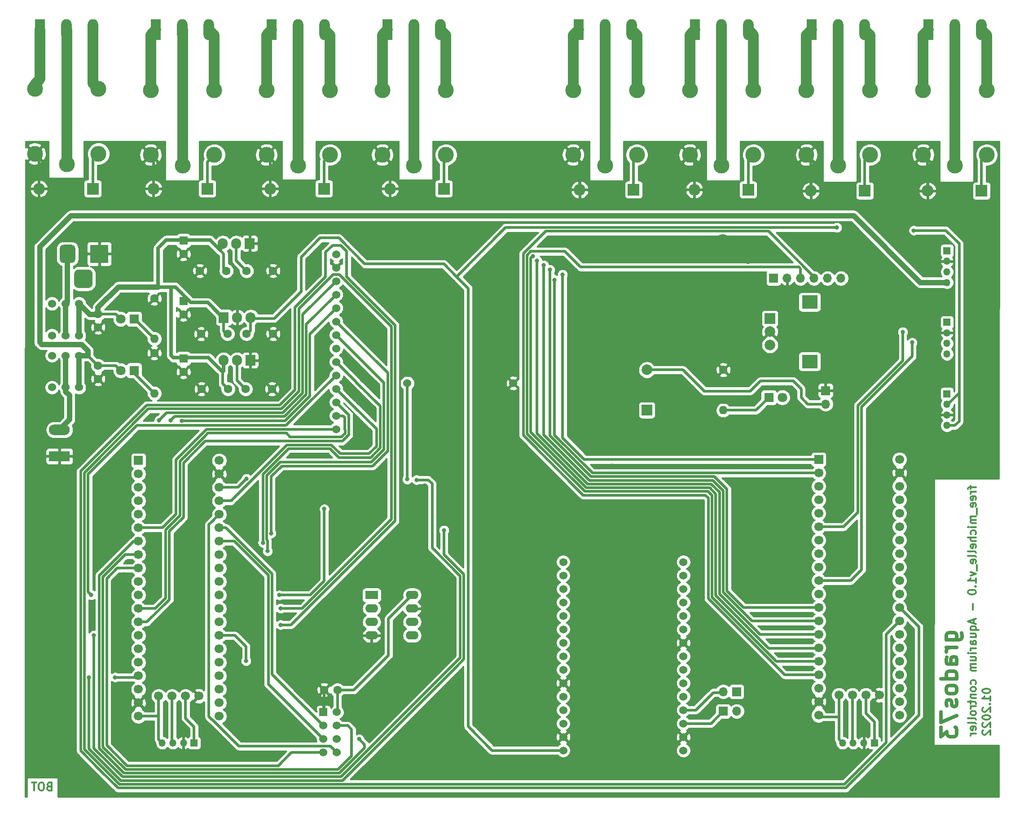
<source format=gbl>
G04 #@! TF.GenerationSoftware,KiCad,Pcbnew,(5.1.8)-1*
G04 #@! TF.CreationDate,2022-01-18T18:26:17+01:00*
G04 #@! TF.ProjectId,free_michelle_v1_0,66726565-5f6d-4696-9368-656c6c655f76,v1.0*
G04 #@! TF.SameCoordinates,Original*
G04 #@! TF.FileFunction,Copper,L2,Bot*
G04 #@! TF.FilePolarity,Positive*
%FSLAX46Y46*%
G04 Gerber Fmt 4.6, Leading zero omitted, Abs format (unit mm)*
G04 Created by KiCad (PCBNEW (5.1.8)-1) date 2022-01-18 18:26:17*
%MOMM*%
%LPD*%
G01*
G04 APERTURE LIST*
G04 #@! TA.AperFunction,NonConductor*
%ADD10C,0.300000*%
G04 #@! TD*
G04 #@! TA.AperFunction,NonConductor*
%ADD11C,0.700000*%
G04 #@! TD*
G04 #@! TA.AperFunction,ComponentPad*
%ADD12O,1.905000X2.000000*%
G04 #@! TD*
G04 #@! TA.AperFunction,ComponentPad*
%ADD13R,1.905000X2.000000*%
G04 #@! TD*
G04 #@! TA.AperFunction,ComponentPad*
%ADD14O,1.700000X1.700000*%
G04 #@! TD*
G04 #@! TA.AperFunction,ComponentPad*
%ADD15R,1.700000X1.700000*%
G04 #@! TD*
G04 #@! TA.AperFunction,ComponentPad*
%ADD16C,1.700000*%
G04 #@! TD*
G04 #@! TA.AperFunction,ComponentPad*
%ADD17C,1.600000*%
G04 #@! TD*
G04 #@! TA.AperFunction,ComponentPad*
%ADD18O,1.350000X1.350000*%
G04 #@! TD*
G04 #@! TA.AperFunction,ComponentPad*
%ADD19R,1.350000X1.350000*%
G04 #@! TD*
G04 #@! TA.AperFunction,ComponentPad*
%ADD20C,2.000000*%
G04 #@! TD*
G04 #@! TA.AperFunction,ComponentPad*
%ADD21R,2.000000X2.000000*%
G04 #@! TD*
G04 #@! TA.AperFunction,ComponentPad*
%ADD22R,1.600000X1.600000*%
G04 #@! TD*
G04 #@! TA.AperFunction,ComponentPad*
%ADD23C,1.524000*%
G04 #@! TD*
G04 #@! TA.AperFunction,ComponentPad*
%ADD24C,1.800000*%
G04 #@! TD*
G04 #@! TA.AperFunction,ComponentPad*
%ADD25R,1.800000X1.800000*%
G04 #@! TD*
G04 #@! TA.AperFunction,ComponentPad*
%ADD26O,2.200000X2.200000*%
G04 #@! TD*
G04 #@! TA.AperFunction,ComponentPad*
%ADD27R,2.200000X2.200000*%
G04 #@! TD*
G04 #@! TA.AperFunction,ComponentPad*
%ADD28O,1.980000X3.960000*%
G04 #@! TD*
G04 #@! TA.AperFunction,ComponentPad*
%ADD29R,1.980000X3.960000*%
G04 #@! TD*
G04 #@! TA.AperFunction,ComponentPad*
%ADD30O,3.960000X1.980000*%
G04 #@! TD*
G04 #@! TA.AperFunction,ComponentPad*
%ADD31R,3.960000X1.980000*%
G04 #@! TD*
G04 #@! TA.AperFunction,ComponentPad*
%ADD32R,3.500000X3.500000*%
G04 #@! TD*
G04 #@! TA.AperFunction,ComponentPad*
%ADD33C,3.000000*%
G04 #@! TD*
G04 #@! TA.AperFunction,ComponentPad*
%ADD34O,1.600000X1.600000*%
G04 #@! TD*
G04 #@! TA.AperFunction,ComponentPad*
%ADD35R,3.000000X2.500000*%
G04 #@! TD*
G04 #@! TA.AperFunction,ComponentPad*
%ADD36O,2.400000X1.600000*%
G04 #@! TD*
G04 #@! TA.AperFunction,ComponentPad*
%ADD37R,2.400000X1.600000*%
G04 #@! TD*
G04 #@! TA.AperFunction,ComponentPad*
%ADD38R,1.524000X1.524000*%
G04 #@! TD*
G04 #@! TA.AperFunction,ViaPad*
%ADD39C,0.800000*%
G04 #@! TD*
G04 #@! TA.AperFunction,ViaPad*
%ADD40C,3.200000*%
G04 #@! TD*
G04 #@! TA.AperFunction,Conductor*
%ADD41C,0.500000*%
G04 #@! TD*
G04 #@! TA.AperFunction,Conductor*
%ADD42C,1.000000*%
G04 #@! TD*
G04 #@! TA.AperFunction,Conductor*
%ADD43C,0.700000*%
G04 #@! TD*
G04 #@! TA.AperFunction,Conductor*
%ADD44C,2.000000*%
G04 #@! TD*
G04 #@! TA.AperFunction,Conductor*
%ADD45C,1.150000*%
G04 #@! TD*
G04 #@! TA.AperFunction,Conductor*
%ADD46C,0.254000*%
G04 #@! TD*
G04 #@! TA.AperFunction,Conductor*
%ADD47C,0.100000*%
G04 #@! TD*
G04 APERTURE END LIST*
D10*
X203478571Y-108328571D02*
X203478571Y-108900000D01*
X204478571Y-108542857D02*
X203192857Y-108542857D01*
X203050000Y-108614285D01*
X202978571Y-108757142D01*
X202978571Y-108900000D01*
X204478571Y-109400000D02*
X203478571Y-109400000D01*
X203764285Y-109400000D02*
X203621428Y-109471428D01*
X203550000Y-109542857D01*
X203478571Y-109685714D01*
X203478571Y-109828571D01*
X204407142Y-110900000D02*
X204478571Y-110757142D01*
X204478571Y-110471428D01*
X204407142Y-110328571D01*
X204264285Y-110257142D01*
X203692857Y-110257142D01*
X203550000Y-110328571D01*
X203478571Y-110471428D01*
X203478571Y-110757142D01*
X203550000Y-110900000D01*
X203692857Y-110971428D01*
X203835714Y-110971428D01*
X203978571Y-110257142D01*
X204407142Y-112185714D02*
X204478571Y-112042857D01*
X204478571Y-111757142D01*
X204407142Y-111614285D01*
X204264285Y-111542857D01*
X203692857Y-111542857D01*
X203550000Y-111614285D01*
X203478571Y-111757142D01*
X203478571Y-112042857D01*
X203550000Y-112185714D01*
X203692857Y-112257142D01*
X203835714Y-112257142D01*
X203978571Y-111542857D01*
X204621428Y-112542857D02*
X204621428Y-113685714D01*
X204478571Y-114042857D02*
X203478571Y-114042857D01*
X203621428Y-114042857D02*
X203550000Y-114114285D01*
X203478571Y-114257142D01*
X203478571Y-114471428D01*
X203550000Y-114614285D01*
X203692857Y-114685714D01*
X204478571Y-114685714D01*
X203692857Y-114685714D02*
X203550000Y-114757142D01*
X203478571Y-114900000D01*
X203478571Y-115114285D01*
X203550000Y-115257142D01*
X203692857Y-115328571D01*
X204478571Y-115328571D01*
X204478571Y-116042857D02*
X203478571Y-116042857D01*
X202978571Y-116042857D02*
X203050000Y-115971428D01*
X203121428Y-116042857D01*
X203050000Y-116114285D01*
X202978571Y-116042857D01*
X203121428Y-116042857D01*
X204407142Y-117400000D02*
X204478571Y-117257142D01*
X204478571Y-116971428D01*
X204407142Y-116828571D01*
X204335714Y-116757142D01*
X204192857Y-116685714D01*
X203764285Y-116685714D01*
X203621428Y-116757142D01*
X203550000Y-116828571D01*
X203478571Y-116971428D01*
X203478571Y-117257142D01*
X203550000Y-117400000D01*
X204478571Y-118042857D02*
X202978571Y-118042857D01*
X204478571Y-118685714D02*
X203692857Y-118685714D01*
X203550000Y-118614285D01*
X203478571Y-118471428D01*
X203478571Y-118257142D01*
X203550000Y-118114285D01*
X203621428Y-118042857D01*
X204407142Y-119971428D02*
X204478571Y-119828571D01*
X204478571Y-119542857D01*
X204407142Y-119400000D01*
X204264285Y-119328571D01*
X203692857Y-119328571D01*
X203550000Y-119400000D01*
X203478571Y-119542857D01*
X203478571Y-119828571D01*
X203550000Y-119971428D01*
X203692857Y-120042857D01*
X203835714Y-120042857D01*
X203978571Y-119328571D01*
X204478571Y-120900000D02*
X204407142Y-120757142D01*
X204264285Y-120685714D01*
X202978571Y-120685714D01*
X204478571Y-121685714D02*
X204407142Y-121542857D01*
X204264285Y-121471428D01*
X202978571Y-121471428D01*
X204407142Y-122828571D02*
X204478571Y-122685714D01*
X204478571Y-122400000D01*
X204407142Y-122257142D01*
X204264285Y-122185714D01*
X203692857Y-122185714D01*
X203550000Y-122257142D01*
X203478571Y-122400000D01*
X203478571Y-122685714D01*
X203550000Y-122828571D01*
X203692857Y-122900000D01*
X203835714Y-122900000D01*
X203978571Y-122185714D01*
X204621428Y-123185714D02*
X204621428Y-124328571D01*
X203478571Y-124542857D02*
X204478571Y-124900000D01*
X203478571Y-125257142D01*
X204478571Y-126614285D02*
X204478571Y-125757142D01*
X204478571Y-126185714D02*
X202978571Y-126185714D01*
X203192857Y-126042857D01*
X203335714Y-125900000D01*
X203407142Y-125757142D01*
X204335714Y-127257142D02*
X204407142Y-127328571D01*
X204478571Y-127257142D01*
X204407142Y-127185714D01*
X204335714Y-127257142D01*
X204478571Y-127257142D01*
X202978571Y-128257142D02*
X202978571Y-128400000D01*
X203050000Y-128542857D01*
X203121428Y-128614285D01*
X203264285Y-128685714D01*
X203550000Y-128757142D01*
X203907142Y-128757142D01*
X204192857Y-128685714D01*
X204335714Y-128614285D01*
X204407142Y-128542857D01*
X204478571Y-128400000D01*
X204478571Y-128257142D01*
X204407142Y-128114285D01*
X204335714Y-128042857D01*
X204192857Y-127971428D01*
X203907142Y-127900000D01*
X203550000Y-127900000D01*
X203264285Y-127971428D01*
X203121428Y-128042857D01*
X203050000Y-128114285D01*
X202978571Y-128257142D01*
X203907142Y-130542857D02*
X203907142Y-131685714D01*
X204050000Y-133471428D02*
X204050000Y-134185714D01*
X204478571Y-133328571D02*
X202978571Y-133828571D01*
X204478571Y-134328571D01*
X203478571Y-135471428D02*
X204978571Y-135471428D01*
X204407142Y-135471428D02*
X204478571Y-135328571D01*
X204478571Y-135042857D01*
X204407142Y-134900000D01*
X204335714Y-134828571D01*
X204192857Y-134757142D01*
X203764285Y-134757142D01*
X203621428Y-134828571D01*
X203550000Y-134900000D01*
X203478571Y-135042857D01*
X203478571Y-135328571D01*
X203550000Y-135471428D01*
X203478571Y-136828571D02*
X204478571Y-136828571D01*
X203478571Y-136185714D02*
X204264285Y-136185714D01*
X204407142Y-136257142D01*
X204478571Y-136400000D01*
X204478571Y-136614285D01*
X204407142Y-136757142D01*
X204335714Y-136828571D01*
X204478571Y-138185714D02*
X203692857Y-138185714D01*
X203550000Y-138114285D01*
X203478571Y-137971428D01*
X203478571Y-137685714D01*
X203550000Y-137542857D01*
X204407142Y-138185714D02*
X204478571Y-138042857D01*
X204478571Y-137685714D01*
X204407142Y-137542857D01*
X204264285Y-137471428D01*
X204121428Y-137471428D01*
X203978571Y-137542857D01*
X203907142Y-137685714D01*
X203907142Y-138042857D01*
X203835714Y-138185714D01*
X204478571Y-138900000D02*
X203478571Y-138900000D01*
X203764285Y-138900000D02*
X203621428Y-138971428D01*
X203550000Y-139042857D01*
X203478571Y-139185714D01*
X203478571Y-139328571D01*
X204478571Y-139828571D02*
X203478571Y-139828571D01*
X202978571Y-139828571D02*
X203050000Y-139757142D01*
X203121428Y-139828571D01*
X203050000Y-139900000D01*
X202978571Y-139828571D01*
X203121428Y-139828571D01*
X203478571Y-141185714D02*
X204478571Y-141185714D01*
X203478571Y-140542857D02*
X204264285Y-140542857D01*
X204407142Y-140614285D01*
X204478571Y-140757142D01*
X204478571Y-140971428D01*
X204407142Y-141114285D01*
X204335714Y-141185714D01*
X204478571Y-141900000D02*
X203478571Y-141900000D01*
X203621428Y-141900000D02*
X203550000Y-141971428D01*
X203478571Y-142114285D01*
X203478571Y-142328571D01*
X203550000Y-142471428D01*
X203692857Y-142542857D01*
X204478571Y-142542857D01*
X203692857Y-142542857D02*
X203550000Y-142614285D01*
X203478571Y-142757142D01*
X203478571Y-142971428D01*
X203550000Y-143114285D01*
X203692857Y-143185714D01*
X204478571Y-143185714D01*
X204407142Y-145685714D02*
X204478571Y-145542857D01*
X204478571Y-145257142D01*
X204407142Y-145114285D01*
X204335714Y-145042857D01*
X204192857Y-144971428D01*
X203764285Y-144971428D01*
X203621428Y-145042857D01*
X203550000Y-145114285D01*
X203478571Y-145257142D01*
X203478571Y-145542857D01*
X203550000Y-145685714D01*
X204478571Y-146542857D02*
X204407142Y-146400000D01*
X204335714Y-146328571D01*
X204192857Y-146257142D01*
X203764285Y-146257142D01*
X203621428Y-146328571D01*
X203550000Y-146400000D01*
X203478571Y-146542857D01*
X203478571Y-146757142D01*
X203550000Y-146900000D01*
X203621428Y-146971428D01*
X203764285Y-147042857D01*
X204192857Y-147042857D01*
X204335714Y-146971428D01*
X204407142Y-146900000D01*
X204478571Y-146757142D01*
X204478571Y-146542857D01*
X203478571Y-147685714D02*
X204478571Y-147685714D01*
X203621428Y-147685714D02*
X203550000Y-147757142D01*
X203478571Y-147900000D01*
X203478571Y-148114285D01*
X203550000Y-148257142D01*
X203692857Y-148328571D01*
X204478571Y-148328571D01*
X203478571Y-148828571D02*
X203478571Y-149400000D01*
X202978571Y-149042857D02*
X204264285Y-149042857D01*
X204407142Y-149114285D01*
X204478571Y-149257142D01*
X204478571Y-149400000D01*
X204478571Y-149900000D02*
X203478571Y-149900000D01*
X203764285Y-149900000D02*
X203621428Y-149971428D01*
X203550000Y-150042857D01*
X203478571Y-150185714D01*
X203478571Y-150328571D01*
X204478571Y-151042857D02*
X204407142Y-150900000D01*
X204335714Y-150828571D01*
X204192857Y-150757142D01*
X203764285Y-150757142D01*
X203621428Y-150828571D01*
X203550000Y-150900000D01*
X203478571Y-151042857D01*
X203478571Y-151257142D01*
X203550000Y-151400000D01*
X203621428Y-151471428D01*
X203764285Y-151542857D01*
X204192857Y-151542857D01*
X204335714Y-151471428D01*
X204407142Y-151400000D01*
X204478571Y-151257142D01*
X204478571Y-151042857D01*
X204478571Y-152400000D02*
X204407142Y-152257142D01*
X204264285Y-152185714D01*
X202978571Y-152185714D01*
X204478571Y-153185714D02*
X204407142Y-153042857D01*
X204264285Y-152971428D01*
X202978571Y-152971428D01*
X204407142Y-154328571D02*
X204478571Y-154185714D01*
X204478571Y-153900000D01*
X204407142Y-153757142D01*
X204264285Y-153685714D01*
X203692857Y-153685714D01*
X203550000Y-153757142D01*
X203478571Y-153900000D01*
X203478571Y-154185714D01*
X203550000Y-154328571D01*
X203692857Y-154400000D01*
X203835714Y-154400000D01*
X203978571Y-153685714D01*
X204478571Y-155042857D02*
X203478571Y-155042857D01*
X203764285Y-155042857D02*
X203621428Y-155114285D01*
X203550000Y-155185714D01*
X203478571Y-155328571D01*
X203478571Y-155471428D01*
X205678571Y-146900000D02*
X205678571Y-147042857D01*
X205750000Y-147185714D01*
X205821428Y-147257142D01*
X205964285Y-147328571D01*
X206250000Y-147400000D01*
X206607142Y-147400000D01*
X206892857Y-147328571D01*
X207035714Y-147257142D01*
X207107142Y-147185714D01*
X207178571Y-147042857D01*
X207178571Y-146900000D01*
X207107142Y-146757142D01*
X207035714Y-146685714D01*
X206892857Y-146614285D01*
X206607142Y-146542857D01*
X206250000Y-146542857D01*
X205964285Y-146614285D01*
X205821428Y-146685714D01*
X205750000Y-146757142D01*
X205678571Y-146900000D01*
X207178571Y-148828571D02*
X207178571Y-147971428D01*
X207178571Y-148400000D02*
X205678571Y-148400000D01*
X205892857Y-148257142D01*
X206035714Y-148114285D01*
X206107142Y-147971428D01*
X207035714Y-149471428D02*
X207107142Y-149542857D01*
X207178571Y-149471428D01*
X207107142Y-149400000D01*
X207035714Y-149471428D01*
X207178571Y-149471428D01*
X205821428Y-150114285D02*
X205750000Y-150185714D01*
X205678571Y-150328571D01*
X205678571Y-150685714D01*
X205750000Y-150828571D01*
X205821428Y-150900000D01*
X205964285Y-150971428D01*
X206107142Y-150971428D01*
X206321428Y-150900000D01*
X207178571Y-150042857D01*
X207178571Y-150971428D01*
X205678571Y-151900000D02*
X205678571Y-152042857D01*
X205750000Y-152185714D01*
X205821428Y-152257142D01*
X205964285Y-152328571D01*
X206250000Y-152400000D01*
X206607142Y-152400000D01*
X206892857Y-152328571D01*
X207035714Y-152257142D01*
X207107142Y-152185714D01*
X207178571Y-152042857D01*
X207178571Y-151900000D01*
X207107142Y-151757142D01*
X207035714Y-151685714D01*
X206892857Y-151614285D01*
X206607142Y-151542857D01*
X206250000Y-151542857D01*
X205964285Y-151614285D01*
X205821428Y-151685714D01*
X205750000Y-151757142D01*
X205678571Y-151900000D01*
X205821428Y-152971428D02*
X205750000Y-153042857D01*
X205678571Y-153185714D01*
X205678571Y-153542857D01*
X205750000Y-153685714D01*
X205821428Y-153757142D01*
X205964285Y-153828571D01*
X206107142Y-153828571D01*
X206321428Y-153757142D01*
X207178571Y-152900000D01*
X207178571Y-153828571D01*
X205821428Y-154400000D02*
X205750000Y-154471428D01*
X205678571Y-154614285D01*
X205678571Y-154971428D01*
X205750000Y-155114285D01*
X205821428Y-155185714D01*
X205964285Y-155257142D01*
X206107142Y-155257142D01*
X206321428Y-155185714D01*
X207178571Y-154328571D01*
X207178571Y-155257142D01*
D11*
X198857142Y-137371428D02*
X201285714Y-137371428D01*
X201571428Y-137228571D01*
X201714285Y-137085714D01*
X201857142Y-136800000D01*
X201857142Y-136371428D01*
X201714285Y-136085714D01*
X200714285Y-137371428D02*
X200857142Y-137085714D01*
X200857142Y-136514285D01*
X200714285Y-136228571D01*
X200571428Y-136085714D01*
X200285714Y-135942857D01*
X199428571Y-135942857D01*
X199142857Y-136085714D01*
X199000000Y-136228571D01*
X198857142Y-136514285D01*
X198857142Y-137085714D01*
X199000000Y-137371428D01*
X200857142Y-138800000D02*
X198857142Y-138800000D01*
X199428571Y-138800000D02*
X199142857Y-138942857D01*
X199000000Y-139085714D01*
X198857142Y-139371428D01*
X198857142Y-139657142D01*
X200857142Y-141942857D02*
X199285714Y-141942857D01*
X199000000Y-141800000D01*
X198857142Y-141514285D01*
X198857142Y-140942857D01*
X199000000Y-140657142D01*
X200714285Y-141942857D02*
X200857142Y-141657142D01*
X200857142Y-140942857D01*
X200714285Y-140657142D01*
X200428571Y-140514285D01*
X200142857Y-140514285D01*
X199857142Y-140657142D01*
X199714285Y-140942857D01*
X199714285Y-141657142D01*
X199571428Y-141942857D01*
X200857142Y-144657142D02*
X197857142Y-144657142D01*
X200714285Y-144657142D02*
X200857142Y-144371428D01*
X200857142Y-143800000D01*
X200714285Y-143514285D01*
X200571428Y-143371428D01*
X200285714Y-143228571D01*
X199428571Y-143228571D01*
X199142857Y-143371428D01*
X199000000Y-143514285D01*
X198857142Y-143800000D01*
X198857142Y-144371428D01*
X199000000Y-144657142D01*
X200857142Y-146514285D02*
X200714285Y-146228571D01*
X200571428Y-146085714D01*
X200285714Y-145942857D01*
X199428571Y-145942857D01*
X199142857Y-146085714D01*
X199000000Y-146228571D01*
X198857142Y-146514285D01*
X198857142Y-146942857D01*
X199000000Y-147228571D01*
X199142857Y-147371428D01*
X199428571Y-147514285D01*
X200285714Y-147514285D01*
X200571428Y-147371428D01*
X200714285Y-147228571D01*
X200857142Y-146942857D01*
X200857142Y-146514285D01*
X200714285Y-148657142D02*
X200857142Y-148942857D01*
X200857142Y-149514285D01*
X200714285Y-149800000D01*
X200428571Y-149942857D01*
X200285714Y-149942857D01*
X200000000Y-149800000D01*
X199857142Y-149514285D01*
X199857142Y-149085714D01*
X199714285Y-148800000D01*
X199428571Y-148657142D01*
X199285714Y-148657142D01*
X199000000Y-148800000D01*
X198857142Y-149085714D01*
X198857142Y-149514285D01*
X199000000Y-149800000D01*
X197857142Y-150942857D02*
X197857142Y-152942857D01*
X200857142Y-151657142D01*
X197857142Y-153800000D02*
X197857142Y-155657142D01*
X199000000Y-154657142D01*
X199000000Y-155085714D01*
X199142857Y-155371428D01*
X199285714Y-155514285D01*
X199571428Y-155657142D01*
X200285714Y-155657142D01*
X200571428Y-155514285D01*
X200714285Y-155371428D01*
X200857142Y-155085714D01*
X200857142Y-154228571D01*
X200714285Y-153942857D01*
X200571428Y-153800000D01*
D10*
X29650000Y-164992857D02*
X29435714Y-165064285D01*
X29364285Y-165135714D01*
X29292857Y-165278571D01*
X29292857Y-165492857D01*
X29364285Y-165635714D01*
X29435714Y-165707142D01*
X29578571Y-165778571D01*
X30150000Y-165778571D01*
X30150000Y-164278571D01*
X29650000Y-164278571D01*
X29507142Y-164350000D01*
X29435714Y-164421428D01*
X29364285Y-164564285D01*
X29364285Y-164707142D01*
X29435714Y-164850000D01*
X29507142Y-164921428D01*
X29650000Y-164992857D01*
X30150000Y-164992857D01*
X28364285Y-164278571D02*
X28078571Y-164278571D01*
X27935714Y-164350000D01*
X27792857Y-164492857D01*
X27721428Y-164778571D01*
X27721428Y-165278571D01*
X27792857Y-165564285D01*
X27935714Y-165707142D01*
X28078571Y-165778571D01*
X28364285Y-165778571D01*
X28507142Y-165707142D01*
X28650000Y-165564285D01*
X28721428Y-165278571D01*
X28721428Y-164778571D01*
X28650000Y-164492857D01*
X28507142Y-164350000D01*
X28364285Y-164278571D01*
X27292857Y-164278571D02*
X26435714Y-164278571D01*
X26864285Y-165778571D02*
X26864285Y-164278571D01*
D12*
X62550000Y-84590000D03*
X65090000Y-84590000D03*
D13*
X67630000Y-84590000D03*
D12*
X62420000Y-62540000D03*
X64960000Y-62540000D03*
D13*
X67500000Y-62540000D03*
D14*
X179000000Y-69100000D03*
X176460000Y-69100000D03*
X173920000Y-69100000D03*
X171380000Y-69100000D03*
X168840000Y-69100000D03*
D15*
X166300000Y-69100000D03*
D16*
X50310000Y-147950000D03*
X52850000Y-147950000D03*
X55390000Y-147950000D03*
X57930000Y-147950000D03*
X61740000Y-103500000D03*
D15*
X46500000Y-103500000D03*
D16*
X61740000Y-106040000D03*
X46500000Y-106040000D03*
X61740000Y-108580000D03*
X46500000Y-108580000D03*
X61740000Y-111120000D03*
X46500000Y-111120000D03*
X61740000Y-113660000D03*
X46500000Y-113660000D03*
X61740000Y-116200000D03*
X46500000Y-116200000D03*
X61740000Y-118740000D03*
X46500000Y-118740000D03*
X61740000Y-121280000D03*
X46500000Y-121280000D03*
X61740000Y-123820000D03*
X46500000Y-123820000D03*
X61740000Y-126360000D03*
X46500000Y-126360000D03*
X61740000Y-128900000D03*
X46500000Y-128900000D03*
X61740000Y-131440000D03*
X46500000Y-131440000D03*
X61740000Y-133980000D03*
X46500000Y-133980000D03*
X61740000Y-136520000D03*
X46500000Y-136520000D03*
X61740000Y-139060000D03*
X46500000Y-139060000D03*
X61740000Y-141600000D03*
X46500000Y-141600000D03*
X61740000Y-144140000D03*
X46500000Y-144140000D03*
X61740000Y-146680000D03*
X46500000Y-146680000D03*
X61740000Y-149220000D03*
X46500000Y-149220000D03*
X61740000Y-151760000D03*
X46500000Y-151760000D03*
D17*
X38890000Y-78360000D03*
X38890000Y-75860000D03*
X38890000Y-88100000D03*
X38890000Y-85600000D03*
D18*
X199000000Y-69900000D03*
X199000000Y-67900000D03*
X199000000Y-65900000D03*
D19*
X199000000Y-63900000D03*
D18*
X199000000Y-83400000D03*
X199000000Y-81400000D03*
X199000000Y-79400000D03*
D19*
X199000000Y-77400000D03*
D20*
X142400000Y-86400000D03*
D21*
X142400000Y-94000000D03*
D17*
X81540000Y-146800000D03*
X84040000Y-146800000D03*
X55000000Y-64510000D03*
D22*
X55000000Y-62010000D03*
D17*
X58100000Y-67700000D03*
X63100000Y-67700000D03*
X55000000Y-75920000D03*
D22*
X55000000Y-73420000D03*
D17*
X71900000Y-67700000D03*
X66900000Y-67700000D03*
X58300000Y-79600000D03*
X63300000Y-79600000D03*
X55000000Y-86760000D03*
D22*
X55000000Y-84260000D03*
D17*
X58400000Y-90000000D03*
X63400000Y-90000000D03*
X71900000Y-79600000D03*
X66900000Y-79600000D03*
X71700000Y-90000000D03*
X66700000Y-90000000D03*
D23*
X117200000Y-88900000D03*
X97200000Y-88910000D03*
X83800000Y-97580000D03*
X83800000Y-95040000D03*
X83800000Y-92500000D03*
X83800000Y-89960000D03*
X83800000Y-87420000D03*
X83800000Y-84880000D03*
X83800000Y-82340000D03*
X83800000Y-79800000D03*
X83800000Y-77260000D03*
X83800000Y-74720000D03*
X83800000Y-72180000D03*
X83800000Y-69640000D03*
X83800000Y-67100000D03*
X83800000Y-64560000D03*
D24*
X167940000Y-91600000D03*
D25*
X165400000Y-91600000D03*
D26*
X129740000Y-52400000D03*
D27*
X139900000Y-52400000D03*
D26*
X27740000Y-52200000D03*
D27*
X37900000Y-52200000D03*
D26*
X151340000Y-52400000D03*
D27*
X161500000Y-52400000D03*
D26*
X49340000Y-52200000D03*
D27*
X59500000Y-52200000D03*
D26*
X173340000Y-52600000D03*
D27*
X183500000Y-52600000D03*
D26*
X71340000Y-52200000D03*
D27*
X81500000Y-52200000D03*
D26*
X195340000Y-52600000D03*
D27*
X205500000Y-52600000D03*
D26*
X93940000Y-52200000D03*
D27*
X104100000Y-52200000D03*
D24*
X43160000Y-76800000D03*
D25*
X45700000Y-76800000D03*
D24*
X43160000Y-86500000D03*
D25*
X45700000Y-86500000D03*
D16*
X178610000Y-147750000D03*
X181150000Y-147750000D03*
X183690000Y-147750000D03*
X186230000Y-147750000D03*
X190040000Y-103300000D03*
D15*
X174800000Y-103300000D03*
D16*
X190040000Y-105840000D03*
X174800000Y-105840000D03*
X190040000Y-108380000D03*
X174800000Y-108380000D03*
X190040000Y-110920000D03*
X174800000Y-110920000D03*
X190040000Y-113460000D03*
X174800000Y-113460000D03*
X190040000Y-116000000D03*
X174800000Y-116000000D03*
X190040000Y-118540000D03*
X174800000Y-118540000D03*
X190040000Y-121080000D03*
X174800000Y-121080000D03*
X190040000Y-123620000D03*
X174800000Y-123620000D03*
X190040000Y-126160000D03*
X174800000Y-126160000D03*
X190040000Y-128700000D03*
X174800000Y-128700000D03*
X190040000Y-131240000D03*
X174800000Y-131240000D03*
X190040000Y-133780000D03*
X174800000Y-133780000D03*
X190040000Y-136320000D03*
X174800000Y-136320000D03*
X190040000Y-138860000D03*
X174800000Y-138860000D03*
X190040000Y-141400000D03*
X174800000Y-141400000D03*
X190040000Y-143940000D03*
X174800000Y-143940000D03*
X190040000Y-146480000D03*
X174800000Y-146480000D03*
X190040000Y-149020000D03*
X174800000Y-149020000D03*
X190040000Y-151560000D03*
X174800000Y-151560000D03*
D14*
X159340000Y-150800000D03*
D15*
X156800000Y-150800000D03*
D14*
X156790000Y-147110000D03*
D15*
X159330000Y-147110000D03*
D18*
X51000000Y-156800000D03*
X53000000Y-156800000D03*
X55000000Y-156800000D03*
D19*
X57000000Y-156800000D03*
D28*
X139500000Y-22200000D03*
X134500000Y-22200000D03*
D29*
X129500000Y-22200000D03*
D28*
X37960000Y-22200000D03*
X32960000Y-22200000D03*
D29*
X27960000Y-22200000D03*
D28*
X161500000Y-22200000D03*
X156500000Y-22200000D03*
D29*
X151500000Y-22200000D03*
D28*
X59806666Y-22200000D03*
X54806666Y-22200000D03*
D29*
X49806666Y-22200000D03*
D18*
X179300000Y-156800000D03*
X181300000Y-156800000D03*
X183300000Y-156800000D03*
D19*
X185300000Y-156800000D03*
D18*
X199000000Y-96900000D03*
X199000000Y-94900000D03*
X199000000Y-92900000D03*
D19*
X199000000Y-90900000D03*
D28*
X183500000Y-22200000D03*
X178500000Y-22200000D03*
D29*
X173500000Y-22200000D03*
D28*
X81653332Y-22200000D03*
X76653332Y-22200000D03*
D29*
X71653332Y-22200000D03*
D14*
X176100000Y-92840000D03*
D15*
X176100000Y-90300000D03*
D28*
X205500000Y-22200000D03*
X200500000Y-22200000D03*
D29*
X195500000Y-22200000D03*
D28*
X103500000Y-22200000D03*
X98500000Y-22200000D03*
D29*
X93500000Y-22200000D03*
D30*
X31600000Y-97700000D03*
D31*
X31600000Y-102700000D03*
G04 #@! TA.AperFunction,ComponentPad*
G36*
G01*
X34380000Y-70075000D02*
X34380000Y-68325000D01*
G75*
G02*
X35255000Y-67450000I875000J0D01*
G01*
X37005000Y-67450000D01*
G75*
G02*
X37880000Y-68325000I0J-875000D01*
G01*
X37880000Y-70075000D01*
G75*
G02*
X37005000Y-70950000I-875000J0D01*
G01*
X35255000Y-70950000D01*
G75*
G02*
X34380000Y-70075000I0J875000D01*
G01*
G37*
G04 #@! TD.AperFunction*
G04 #@! TA.AperFunction,ComponentPad*
G36*
G01*
X31630000Y-65500000D02*
X31630000Y-63500000D01*
G75*
G02*
X32380000Y-62750000I750000J0D01*
G01*
X33880000Y-62750000D01*
G75*
G02*
X34630000Y-63500000I0J-750000D01*
G01*
X34630000Y-65500000D01*
G75*
G02*
X33880000Y-66250000I-750000J0D01*
G01*
X32380000Y-66250000D01*
G75*
G02*
X31630000Y-65500000I0J750000D01*
G01*
G37*
G04 #@! TD.AperFunction*
D32*
X39130000Y-64500000D03*
D33*
X134500000Y-47800000D03*
X128500000Y-45800000D03*
X128500000Y-33600000D03*
X140500000Y-33600000D03*
X140500000Y-45800000D03*
X32980000Y-47600000D03*
X26980000Y-45600000D03*
X26980000Y-33400000D03*
X38980000Y-33400000D03*
X38980000Y-45600000D03*
X156500000Y-47800000D03*
X150500000Y-45800000D03*
X150500000Y-33600000D03*
X162500000Y-33600000D03*
X162500000Y-45800000D03*
X60820000Y-45800000D03*
X60820000Y-33600000D03*
X48820000Y-33600000D03*
X48820000Y-45800000D03*
X54820000Y-47800000D03*
X178500000Y-47800000D03*
X172500000Y-45800000D03*
X172500000Y-33600000D03*
X184500000Y-33600000D03*
X184500000Y-45800000D03*
X82660000Y-45800000D03*
X82660000Y-33600000D03*
X70660000Y-33600000D03*
X70660000Y-45800000D03*
X76660000Y-47800000D03*
X200500000Y-47800000D03*
X194500000Y-45800000D03*
X194500000Y-33600000D03*
X206500000Y-33600000D03*
X206500000Y-45800000D03*
X98500000Y-47800000D03*
X92500000Y-45800000D03*
X92500000Y-33600000D03*
X104500000Y-33600000D03*
X104500000Y-45800000D03*
D34*
X156820000Y-94020000D03*
D17*
X156820000Y-86400000D03*
D34*
X49500000Y-80520000D03*
D17*
X49500000Y-72900000D03*
D34*
X49500000Y-90820000D03*
D17*
X49500000Y-83200000D03*
D21*
X165600000Y-76700000D03*
D20*
X165600000Y-79200000D03*
X165600000Y-81700000D03*
D35*
X173100000Y-73600000D03*
X173100000Y-84800000D03*
D23*
X35300000Y-79900000D03*
X35300000Y-73900000D03*
X32800000Y-79900000D03*
X32800000Y-73900000D03*
X30200000Y-79900000D03*
X30200000Y-73900000D03*
X35300000Y-89700000D03*
X35300000Y-83700000D03*
X32800000Y-89700000D03*
X32800000Y-83700000D03*
X30200000Y-89700000D03*
X30200000Y-83700000D03*
D36*
X98120000Y-128900000D03*
X90500000Y-136520000D03*
X98120000Y-131440000D03*
X90500000Y-133980000D03*
X98120000Y-133980000D03*
X90500000Y-131440000D03*
X98120000Y-136520000D03*
D37*
X90500000Y-128900000D03*
D23*
X149280000Y-158205000D03*
X149280000Y-155665000D03*
X149280000Y-153125000D03*
X149280000Y-150585000D03*
X149280000Y-148045000D03*
X149280000Y-145505000D03*
X149280000Y-142965000D03*
X149280000Y-140425000D03*
X149280000Y-137885000D03*
X149280000Y-135345000D03*
X149280000Y-132805000D03*
X149280000Y-130265000D03*
X149280000Y-127725000D03*
X149280000Y-125185000D03*
X149280000Y-122645000D03*
X126620000Y-158205000D03*
X126620000Y-155665000D03*
X126620000Y-153125000D03*
X126620000Y-150585000D03*
X126620000Y-148045000D03*
X126620000Y-145505000D03*
X126620000Y-142965000D03*
X126620000Y-140425000D03*
X126620000Y-137885000D03*
X126620000Y-135345000D03*
X126620000Y-132805000D03*
X126620000Y-130265000D03*
X126620000Y-127725000D03*
X126620000Y-125185000D03*
X126620000Y-122645000D03*
X83940000Y-158620000D03*
X81400000Y-158620000D03*
X83940000Y-156080000D03*
X81400000Y-156080000D03*
X83940000Y-153540000D03*
X81400000Y-153540000D03*
X83940000Y-151000000D03*
D38*
X81400000Y-151000000D03*
D12*
X67680000Y-76500000D03*
X65140000Y-76500000D03*
D13*
X62600000Y-76500000D03*
D39*
X66900000Y-106930000D03*
D40*
X156620000Y-99690000D03*
X156700000Y-62380000D03*
X88640000Y-62370000D03*
X88690000Y-99580000D03*
D39*
X78080000Y-136820000D03*
X75830000Y-154030000D03*
X68770000Y-154020000D03*
X68820000Y-148110000D03*
X39730000Y-122100000D03*
X39690000Y-106120000D03*
X48010000Y-98300000D03*
X56200000Y-98250000D03*
X80420000Y-94760000D03*
X81260000Y-87160000D03*
X81260000Y-80100000D03*
X86880000Y-74770000D03*
X91850000Y-81450000D03*
X88560000Y-87250000D03*
X88320000Y-91980000D03*
X84520000Y-120690000D03*
X90460000Y-123460000D03*
X98410000Y-123430000D03*
X92700000Y-107460000D03*
X85810000Y-136770000D03*
X85770000Y-128480000D03*
X32040000Y-136660000D03*
X32040000Y-108090000D03*
X32040000Y-161050000D03*
X192390000Y-164440000D03*
X137900000Y-155630000D03*
X138040000Y-122230000D03*
X103280000Y-60970000D03*
X96280000Y-62250000D03*
X115850000Y-63720000D03*
X177810000Y-62720000D03*
X170180000Y-61590000D03*
X189940000Y-61300000D03*
X189130000Y-75000000D03*
X50570000Y-136350000D03*
X204740000Y-73620000D03*
X196920000Y-73710000D03*
X204740000Y-87470000D03*
X204740000Y-102290000D03*
X190130000Y-96040000D03*
X179410000Y-123380000D03*
X179430000Y-119050000D03*
X180520000Y-108460000D03*
X186560000Y-123770000D03*
X186590000Y-108200000D03*
X105200000Y-148950000D03*
X117030000Y-136790000D03*
X103220000Y-98180000D03*
X103550000Y-76480000D03*
X114220000Y-76060000D03*
X142080000Y-72840000D03*
X142080000Y-77470000D03*
X150300000Y-92800000D03*
X133510000Y-93270000D03*
X182640000Y-75660000D03*
X167770000Y-128010000D03*
X167810000Y-115230000D03*
X161110000Y-128140000D03*
X161230000Y-115210000D03*
X168550000Y-104630000D03*
X135760000Y-104500000D03*
X79630000Y-66660000D03*
X73760000Y-106870000D03*
X78470000Y-102590000D03*
X64580000Y-71290000D03*
X45290000Y-62430000D03*
X40510000Y-93500000D03*
X86320000Y-116020000D03*
X161470000Y-66040000D03*
X172730000Y-128610000D03*
X172790000Y-132550000D03*
X172810000Y-135050000D03*
X172770000Y-137630000D03*
X172760000Y-140130000D03*
X172800000Y-142670000D03*
X167710000Y-155240000D03*
X30800000Y-76810000D03*
X42820000Y-81780000D03*
X49660000Y-127680000D03*
X49460000Y-119510000D03*
X48290000Y-95860000D03*
X188860000Y-153730000D03*
X179890000Y-152760000D03*
X75160000Y-132860000D03*
X75170000Y-130170000D03*
X43750000Y-124970000D03*
X44290000Y-122630000D03*
X142080000Y-63180000D03*
X68110000Y-110440000D03*
X75190000Y-110980000D03*
X43580000Y-127710000D03*
X43540000Y-132490000D03*
X43530000Y-139630000D03*
X42600000Y-148800000D03*
X37900000Y-132750000D03*
X51680000Y-153050000D03*
X64500000Y-121850000D03*
X67920000Y-118570000D03*
X64530000Y-125060000D03*
X168530000Y-109710000D03*
X105520000Y-126920000D03*
X100530000Y-108240000D03*
X178240010Y-59540010D03*
X192737500Y-60077510D03*
X97200000Y-107060000D03*
X50400000Y-95900000D03*
X52600000Y-95900000D03*
X54700000Y-96000000D03*
X71540011Y-117229989D03*
X70840001Y-120599999D03*
X69990000Y-119000000D03*
X37620000Y-128870000D03*
X120900000Y-64900000D03*
X121700002Y-65799998D03*
X122950001Y-66649999D03*
X73300000Y-131400000D03*
X124100000Y-67500000D03*
X73300000Y-134500000D03*
X192437500Y-81237500D03*
X190662500Y-79237500D03*
X125000000Y-69400000D03*
X126500000Y-68400000D03*
X81562500Y-112637500D03*
X73100000Y-128900000D03*
X98950000Y-107150000D03*
X38100000Y-136500000D03*
X66800000Y-141300000D03*
X88130000Y-156080000D03*
X104137500Y-116662500D03*
X37200000Y-144400000D03*
X42100000Y-144400000D03*
D41*
X142400000Y-86400000D02*
X149200000Y-86400000D01*
X149200000Y-86400000D02*
X153200000Y-90400000D01*
X153200000Y-90400000D02*
X161900000Y-90400000D01*
X161900000Y-90400000D02*
X163800000Y-88500000D01*
X163800000Y-88500000D02*
X170000000Y-88500000D01*
X170000000Y-88500000D02*
X171500000Y-90000000D01*
X171500000Y-90000000D02*
X171500000Y-91600000D01*
X172740000Y-92840000D02*
X176100000Y-92840000D01*
X171500000Y-91600000D02*
X172740000Y-92840000D01*
X50310000Y-156110000D02*
X51000000Y-156800000D01*
X46500000Y-151760000D02*
X50170000Y-151760000D01*
X50170000Y-151760000D02*
X50310000Y-151900000D01*
X50310000Y-151900000D02*
X50310000Y-156110000D01*
X50310000Y-147950000D02*
X50310000Y-151900000D01*
X84040000Y-150900000D02*
X83940000Y-151000000D01*
X84040000Y-146800000D02*
X84040000Y-150900000D01*
X66900000Y-106930000D02*
X65280000Y-108550000D01*
X61770000Y-108550000D02*
X61740000Y-108580000D01*
X65280000Y-108550000D02*
X61770000Y-108550000D01*
X84040000Y-146800000D02*
X87120000Y-146800000D01*
X87120000Y-146800000D02*
X93660000Y-140260000D01*
X93660000Y-133360000D02*
X98120000Y-128900000D01*
X93660000Y-140260000D02*
X93660000Y-133360000D01*
X178610000Y-156110000D02*
X179300000Y-156800000D01*
X175130000Y-151890000D02*
X174800000Y-151560000D01*
X178610000Y-151890000D02*
X175130000Y-151890000D01*
X178610000Y-147750000D02*
X178610000Y-151890000D01*
X178610000Y-151890000D02*
X178610000Y-156110000D01*
X65090000Y-88390000D02*
X66700000Y-90000000D01*
X65090000Y-84590000D02*
X65090000Y-88390000D01*
X27740000Y-46360000D02*
X26980000Y-45600000D01*
X27740000Y-52200000D02*
X27740000Y-46360000D01*
X49340000Y-46320000D02*
X48820000Y-45800000D01*
X49340000Y-52200000D02*
X49340000Y-46320000D01*
X71340000Y-46480000D02*
X70660000Y-45800000D01*
X71340000Y-52200000D02*
X71340000Y-46480000D01*
X93940000Y-47240000D02*
X92500000Y-45800000D01*
X93940000Y-52200000D02*
X93940000Y-47240000D01*
X129740000Y-47040000D02*
X128500000Y-45800000D01*
X129740000Y-52400000D02*
X129740000Y-47040000D01*
X151340000Y-46640000D02*
X150500000Y-45800000D01*
X151340000Y-52400000D02*
X151340000Y-46640000D01*
X173340000Y-46640000D02*
X172500000Y-45800000D01*
X173340000Y-52600000D02*
X173340000Y-46640000D01*
X195340000Y-46640000D02*
X194500000Y-45800000D01*
X195340000Y-52600000D02*
X195340000Y-46640000D01*
X81540000Y-150860000D02*
X81400000Y-151000000D01*
X81540000Y-146800000D02*
X81540000Y-150860000D01*
X113205000Y-158205000D02*
X126620000Y-158205000D01*
X108700000Y-153700000D02*
X113205000Y-158205000D01*
X108700000Y-71000000D02*
X108700000Y-153700000D01*
X115759990Y-59540010D02*
X106500000Y-68800000D01*
X178240010Y-59540010D02*
X115759990Y-59540010D01*
X106500000Y-68800000D02*
X108700000Y-71000000D01*
X192737500Y-60077510D02*
X198777510Y-60077510D01*
X198777510Y-60077510D02*
X201300000Y-62600000D01*
X199160002Y-92900000D02*
X199000000Y-92900000D01*
X201300000Y-90760002D02*
X199160002Y-92900000D01*
X201300000Y-62600000D02*
X201300000Y-90760002D01*
X201300000Y-90760002D02*
X201300000Y-96100000D01*
X200500000Y-96900000D02*
X199000000Y-96900000D01*
X201300000Y-96100000D02*
X200500000Y-96900000D01*
X89189963Y-66400000D02*
X104100000Y-66400000D01*
X84289963Y-61500000D02*
X89189963Y-66400000D01*
X80800000Y-61500000D02*
X84289963Y-61500000D01*
X77200000Y-65100000D02*
X80800000Y-61500000D01*
X77200000Y-71600000D02*
X77200000Y-65100000D01*
X72100000Y-76700000D02*
X77200000Y-71600000D01*
X67680000Y-76700000D02*
X72100000Y-76700000D01*
X104100000Y-66400000D02*
X106500000Y-68800000D01*
X67680000Y-79020000D02*
X67680000Y-76700000D01*
X66900000Y-79800000D02*
X67680000Y-79020000D01*
D42*
X35300000Y-79900000D02*
X35300000Y-73900000D01*
D43*
X59600000Y-73700000D02*
X62600000Y-76700000D01*
X56400000Y-73700000D02*
X59600000Y-73700000D01*
D42*
X35300000Y-73900000D02*
X37350000Y-75950000D01*
D41*
X38800000Y-75950000D02*
X38890000Y-75860000D01*
D42*
X37350000Y-75950000D02*
X38800000Y-75950000D01*
D41*
X42220000Y-75860000D02*
X43160000Y-76800000D01*
X38890000Y-75860000D02*
X42220000Y-75860000D01*
D42*
X38890000Y-75860000D02*
X38890000Y-74610000D01*
X38890000Y-74610000D02*
X42730000Y-70770000D01*
D41*
X62600000Y-79100000D02*
X63300000Y-79800000D01*
X62600000Y-76700000D02*
X62600000Y-79100000D01*
D43*
X50200000Y-70770000D02*
X50200000Y-63430000D01*
D42*
X42730000Y-70770000D02*
X50200000Y-70770000D01*
D43*
X51730000Y-61900000D02*
X56400000Y-61900000D01*
X50200000Y-63430000D02*
X51730000Y-61900000D01*
X56400000Y-61900000D02*
X60000000Y-61900000D01*
D41*
X62600000Y-67200000D02*
X63100000Y-67700000D01*
X62600000Y-64500000D02*
X62600000Y-67200000D01*
D43*
X50200000Y-70770000D02*
X52690000Y-70770000D01*
X52690000Y-70770000D02*
X53470000Y-70770000D01*
X53100000Y-84100000D02*
X56200000Y-84100000D01*
X52690000Y-83690000D02*
X53100000Y-84100000D01*
X52690000Y-70770000D02*
X52690000Y-83690000D01*
X59700000Y-84100000D02*
X62400000Y-86800000D01*
X56200000Y-84100000D02*
X59700000Y-84100000D01*
D41*
X62400000Y-89000000D02*
X63400000Y-90000000D01*
X62400000Y-86800000D02*
X62400000Y-89000000D01*
D43*
X61980000Y-63880000D02*
X61980000Y-62980000D01*
D41*
X61980000Y-62980000D02*
X62420000Y-62540000D01*
D43*
X60000000Y-61900000D02*
X61980000Y-63880000D01*
D41*
X61980000Y-63880000D02*
X62600000Y-64500000D01*
X62550000Y-86650000D02*
X62400000Y-86800000D01*
D43*
X62550000Y-84590000D02*
X62550000Y-86650000D01*
D41*
X56120000Y-73420000D02*
X56210000Y-73510000D01*
X55000000Y-73420000D02*
X56120000Y-73420000D01*
X56210000Y-73510000D02*
X56400000Y-73700000D01*
D43*
X53470000Y-70770000D02*
X56210000Y-73510000D01*
D41*
X64960000Y-65760000D02*
X66900000Y-67700000D01*
X64960000Y-62540000D02*
X64960000Y-65760000D01*
X97200000Y-88910000D02*
X97200000Y-98770000D01*
X97200000Y-98770000D02*
X97200000Y-107060000D01*
X97200000Y-107060000D02*
X97200000Y-107060000D01*
X83800000Y-69640000D02*
X77459980Y-75980020D01*
X77459980Y-75980020D02*
X77459980Y-90750134D01*
X73760125Y-94449989D02*
X51850011Y-94449989D01*
X77459980Y-90750134D02*
X73760125Y-94449989D01*
X51850011Y-94449989D02*
X50700000Y-95600000D01*
X50700000Y-95600000D02*
X50700000Y-95600000D01*
X50700000Y-95600000D02*
X50400000Y-95900000D01*
X50400000Y-95900000D02*
X50400000Y-95900000D01*
X52700000Y-95800000D02*
X52700000Y-95800000D01*
X78159990Y-77820010D02*
X83800000Y-72180000D01*
X78159990Y-91040086D02*
X78159990Y-77820010D01*
X74050077Y-95149999D02*
X78159990Y-91040086D01*
X53350001Y-95149999D02*
X74050077Y-95149999D01*
X52600000Y-95900000D02*
X52600000Y-95900000D01*
X52600000Y-95900000D02*
X53350001Y-95149999D01*
X83800000Y-74720000D02*
X78860000Y-79660000D01*
X78860000Y-79660000D02*
X78860000Y-91080000D01*
X78860000Y-91080000D02*
X78860000Y-91330038D01*
X78860000Y-91330038D02*
X74190038Y-96000000D01*
X74190038Y-96000000D02*
X54700000Y-96000000D01*
X54700000Y-96000000D02*
X54700000Y-96000000D01*
X93510020Y-101709869D02*
X90690916Y-104528973D01*
X93510020Y-86970020D02*
X93510020Y-101709869D01*
X83800000Y-77260000D02*
X93510020Y-86970020D01*
X73531027Y-104528973D02*
X71540011Y-106519989D01*
X90690916Y-104528973D02*
X73531027Y-104528973D01*
X71540011Y-106519989D02*
X71540011Y-117229989D01*
X71540011Y-117229989D02*
X71540011Y-117229989D01*
X70840001Y-120599999D02*
X70840001Y-120599999D01*
X70840001Y-118591999D02*
X70840001Y-120599999D01*
X70690010Y-118442008D02*
X70840001Y-118591999D01*
X70690010Y-106377916D02*
X70690010Y-118442008D01*
X73238963Y-103828963D02*
X70690010Y-106377916D01*
X90400963Y-103828963D02*
X73238963Y-103828963D01*
X92810010Y-101419916D02*
X90400963Y-103828963D01*
X92810010Y-88810010D02*
X92810010Y-101419916D01*
X83800000Y-79800000D02*
X92810010Y-88810010D01*
X69990000Y-119000000D02*
X69990000Y-119000000D01*
X74827944Y-101250020D02*
X69990000Y-106087964D01*
X82630058Y-101250020D02*
X74827944Y-101250020D01*
X84310048Y-102930010D02*
X82630058Y-101250020D01*
X92110000Y-101129963D02*
X90309953Y-102930010D01*
X69990000Y-106087964D02*
X69990000Y-119000000D01*
X92110000Y-93230000D02*
X92110000Y-101129963D01*
X90309953Y-102930010D02*
X84310048Y-102930010D01*
X87570030Y-88690030D02*
X92110000Y-93230000D01*
X87570030Y-88650030D02*
X87570030Y-88690030D01*
X83800000Y-84880000D02*
X87570030Y-88650030D01*
X83800000Y-87420000D02*
X77930000Y-93290000D01*
X77890000Y-93290000D02*
X74300010Y-96879990D01*
X77930000Y-93290000D02*
X77890000Y-93290000D01*
X74300010Y-96879990D02*
X46230010Y-96879990D01*
X46230010Y-96879990D02*
X37000000Y-106110000D01*
X37000000Y-106110000D02*
X37000000Y-128250000D01*
X37000000Y-128250000D02*
X37620000Y-128870000D01*
X37620000Y-128870000D02*
X37620000Y-128870000D01*
X83800000Y-89960000D02*
X86870020Y-93030020D01*
X63968002Y-111120000D02*
X61740000Y-111120000D01*
X74537992Y-100550010D02*
X63968002Y-111120000D01*
X86870020Y-93030020D02*
X86890020Y-93030020D01*
X86890020Y-93030020D02*
X91409990Y-97549990D01*
X91409990Y-97549990D02*
X91409990Y-100840010D01*
X91409990Y-100840010D02*
X90020000Y-102230000D01*
X82920010Y-100550010D02*
X74537992Y-100550010D01*
X84600000Y-102230000D02*
X82920010Y-100550010D01*
X90020000Y-102230000D02*
X84600000Y-102230000D01*
X86170010Y-94870010D02*
X83800000Y-92500000D01*
X86170010Y-98639953D02*
X86170010Y-94870010D01*
X84959963Y-99850000D02*
X86170010Y-98639953D01*
X59089962Y-99850000D02*
X84959963Y-99850000D01*
X55010020Y-103929942D02*
X59089962Y-99850000D01*
X55010020Y-114189906D02*
X55010020Y-103929942D01*
X52340010Y-116859916D02*
X55010020Y-114189906D01*
X52340010Y-129759953D02*
X52340010Y-116859916D01*
X48119963Y-133980000D02*
X52340010Y-129759953D01*
X46500000Y-133980000D02*
X48119963Y-133980000D01*
X83800000Y-95040000D02*
X85050000Y-95040000D01*
X85050000Y-95040000D02*
X85460000Y-95450000D01*
X85460000Y-97713762D02*
X85470000Y-97723762D01*
X85460000Y-95450000D02*
X85460000Y-97713762D01*
X85470000Y-97723762D02*
X85470000Y-98350000D01*
X85470000Y-98350000D02*
X84770000Y-99050000D01*
X51640000Y-116569963D02*
X51640000Y-129470000D01*
X49670000Y-131440000D02*
X46500000Y-131440000D01*
X51640000Y-129470000D02*
X49670000Y-131440000D01*
X74380010Y-98340010D02*
X59609952Y-98340010D01*
X75090000Y-99050000D02*
X74380010Y-98340010D01*
X84770000Y-99050000D02*
X75090000Y-99050000D01*
X59609952Y-98340010D02*
X58899962Y-99050000D01*
X58899962Y-99050038D02*
X54310010Y-103639990D01*
X58899962Y-99050000D02*
X58899962Y-99050038D01*
X54310010Y-113899953D02*
X51640000Y-116569963D01*
X54310010Y-103639990D02*
X54310010Y-113899953D01*
X65735998Y-97580000D02*
X65675998Y-97640000D01*
X83800000Y-97580000D02*
X65735998Y-97580000D01*
X65675998Y-97640000D02*
X59320000Y-97640000D01*
X59320000Y-97640000D02*
X53610000Y-103350000D01*
X53610000Y-103350000D02*
X53610000Y-113610000D01*
X51020000Y-116200000D02*
X46500000Y-116200000D01*
X53610000Y-113610000D02*
X51020000Y-116200000D01*
X162980000Y-94020000D02*
X165400000Y-91600000D01*
X156820000Y-94020000D02*
X162980000Y-94020000D01*
X139900000Y-46400000D02*
X140500000Y-45800000D01*
X139900000Y-52400000D02*
X139900000Y-46400000D01*
X37900000Y-46680000D02*
X38980000Y-45600000D01*
X37900000Y-52200000D02*
X37900000Y-46680000D01*
X161500000Y-46800000D02*
X162500000Y-45800000D01*
X161500000Y-52400000D02*
X161500000Y-46800000D01*
X59500000Y-47120000D02*
X60820000Y-45800000D01*
X59500000Y-52200000D02*
X59500000Y-47120000D01*
X183500000Y-46800000D02*
X184500000Y-45800000D01*
X183500000Y-52600000D02*
X183500000Y-46800000D01*
X81500000Y-46960000D02*
X82660000Y-45800000D01*
X81500000Y-52200000D02*
X81500000Y-46960000D01*
X205500000Y-46800000D02*
X206500000Y-45800000D01*
X205500000Y-52600000D02*
X205500000Y-46800000D01*
X104100000Y-46200000D02*
X104500000Y-45800000D01*
X104100000Y-52200000D02*
X104100000Y-46200000D01*
X45780000Y-76800000D02*
X49500000Y-80520000D01*
X45700000Y-76800000D02*
X45780000Y-76800000D01*
X45700000Y-87020000D02*
X49500000Y-90820000D01*
X45700000Y-86500000D02*
X45700000Y-87020000D01*
X165329971Y-60240020D02*
X173920000Y-68830049D01*
X123359980Y-60240020D02*
X165329971Y-60240020D01*
X120400000Y-63200000D02*
X123359980Y-60240020D01*
X119099990Y-64452045D02*
X120352036Y-63200000D01*
X120352036Y-63200000D02*
X120400000Y-63200000D01*
X119099990Y-98739767D02*
X119099990Y-64452045D01*
X173920000Y-68830049D02*
X173920000Y-69100000D01*
X153999950Y-110599950D02*
X153440058Y-110040058D01*
X153440058Y-110040058D02*
X130400281Y-110040058D01*
X153999950Y-129559801D02*
X153999950Y-110599950D01*
X130400281Y-110040058D02*
X119099990Y-98739767D01*
X168380149Y-143940000D02*
X153999950Y-129559801D01*
X174800000Y-143940000D02*
X168380149Y-143940000D01*
X166830113Y-141400000D02*
X174800000Y-141400000D01*
X154699960Y-129269848D02*
X166830113Y-141400000D01*
X153940048Y-109340048D02*
X154699960Y-110099960D01*
X130690234Y-109340048D02*
X153940048Y-109340048D01*
X119800000Y-64741998D02*
X119800000Y-98449814D01*
X154699960Y-110099960D02*
X154699960Y-129269848D01*
X119800000Y-98449814D02*
X130690234Y-109340048D01*
X120491999Y-64049999D02*
X119800000Y-64741998D01*
X171380000Y-69100000D02*
X171380000Y-67280000D01*
X120491999Y-64049999D02*
X126949999Y-64049999D01*
X171100000Y-67000000D02*
X171380000Y-67280000D01*
X129900000Y-67000000D02*
X171100000Y-67000000D01*
X126949999Y-64049999D02*
X129900000Y-67000000D01*
X120500001Y-65299999D02*
X120500001Y-98159853D01*
X120500001Y-98159853D02*
X130980188Y-108640040D01*
X120900000Y-64900000D02*
X120500001Y-65299999D01*
X130980188Y-108640040D02*
X154240040Y-108640040D01*
X154240040Y-108640040D02*
X155399970Y-109799970D01*
X155399970Y-128979895D02*
X165320075Y-138900000D01*
X155399970Y-109799970D02*
X155399970Y-128979895D01*
X174760000Y-138900000D02*
X174800000Y-138860000D01*
X165320075Y-138900000D02*
X174760000Y-138900000D01*
X121700002Y-65799998D02*
X121700002Y-98369889D01*
X121700002Y-98369889D02*
X131270141Y-107940030D01*
X131270141Y-107940030D02*
X154550068Y-107940030D01*
X154550068Y-107940030D02*
X156099980Y-109489942D01*
X156099980Y-128689942D02*
X163710038Y-136300000D01*
X156099980Y-109489942D02*
X156099980Y-128689942D01*
X174780000Y-136300000D02*
X174800000Y-136320000D01*
X163710038Y-136300000D02*
X174780000Y-136300000D01*
X122950001Y-66649999D02*
X122950001Y-98629926D01*
X122950001Y-98629926D02*
X131560094Y-107240020D01*
X154840020Y-107240020D02*
X156799990Y-109199990D01*
X131560094Y-107240020D02*
X154840020Y-107240020D01*
X156799990Y-128389953D02*
X160350047Y-131940010D01*
X156799990Y-109199990D02*
X156799990Y-128389953D01*
X160350047Y-131940010D02*
X160350047Y-131950047D01*
X162180000Y-133780000D02*
X174800000Y-133780000D01*
X160350047Y-131950047D02*
X162180000Y-133780000D01*
X190040000Y-133780000D02*
X187530001Y-136289999D01*
X187530001Y-136289999D02*
X187530001Y-156730001D01*
X179679952Y-164580050D02*
X42910236Y-164580050D01*
X42910236Y-164580050D02*
X36299990Y-157969804D01*
X36299990Y-157969804D02*
X36299990Y-105820047D01*
X36299990Y-105820047D02*
X48370058Y-93749979D01*
X94210030Y-114579932D02*
X77389962Y-131400000D01*
X187530001Y-156730001D02*
X179679952Y-164580050D01*
X84381761Y-68427999D02*
X94210030Y-78256268D01*
X83218239Y-68427999D02*
X84381761Y-68427999D01*
X94210030Y-78256268D02*
X94210030Y-114579932D01*
X48370058Y-93749979D02*
X73470173Y-93749979D01*
X76759970Y-74886268D02*
X76773119Y-74873119D01*
X76759970Y-90460182D02*
X76759970Y-74886268D01*
X76773119Y-74873119D02*
X83218239Y-68427999D01*
X73470173Y-93749979D02*
X76759970Y-90460182D01*
X77389962Y-131400000D02*
X73300000Y-131400000D01*
X73300000Y-131400000D02*
X73300000Y-131400000D01*
X124149999Y-67549999D02*
X124100000Y-67500000D01*
X124149999Y-98839962D02*
X124149999Y-67549999D01*
X131850047Y-106540010D02*
X124149999Y-98839962D01*
X155140010Y-106540010D02*
X131850047Y-106540010D01*
X157500000Y-108900000D02*
X155140010Y-106540010D01*
X157500000Y-128100000D02*
X157500000Y-108900000D01*
X160640000Y-131240000D02*
X157500000Y-128100000D01*
X174800000Y-131240000D02*
X160640000Y-131240000D01*
X190040000Y-131240000D02*
X193700000Y-134900000D01*
X193700000Y-151549964D02*
X179949964Y-165300000D01*
X193700000Y-134900000D02*
X193700000Y-151549964D01*
X42640223Y-165300000D02*
X39300000Y-161959776D01*
X179949964Y-165300000D02*
X42640223Y-165300000D01*
X39300000Y-161959776D02*
X35599980Y-158259757D01*
X35599980Y-105530094D02*
X47300000Y-93830074D01*
X35599980Y-158259757D02*
X35599980Y-105530094D01*
X48080105Y-93049969D02*
X73180221Y-93049969D01*
X47300000Y-93830074D02*
X48080105Y-93049969D01*
X73180221Y-93049969D02*
X76059960Y-90170230D01*
X76059960Y-90170230D02*
X76059960Y-76300000D01*
X76059960Y-74596315D02*
X81800000Y-68856275D01*
X76059960Y-76300000D02*
X76059960Y-74596315D01*
X81800000Y-68856275D02*
X81800000Y-64766238D01*
X81800000Y-64766238D02*
X81800000Y-64200000D01*
X81800000Y-64200000D02*
X83100000Y-62900000D01*
X83100000Y-62900000D02*
X84700000Y-62900000D01*
X84700000Y-62900000D02*
X85800000Y-64000000D01*
X85800000Y-64000000D02*
X85800000Y-68856276D01*
X94910040Y-77966316D02*
X94910040Y-114889960D01*
X85800000Y-68856276D02*
X94910040Y-77966316D01*
X94910040Y-114889960D02*
X75300000Y-134500000D01*
X75300000Y-134500000D02*
X73300000Y-134500000D01*
X73300000Y-134500000D02*
X73300000Y-134500000D01*
X192437500Y-81237500D02*
X192437500Y-83852462D01*
X192437500Y-83852462D02*
X182900010Y-93389952D01*
X182900010Y-93389952D02*
X182900010Y-124099990D01*
X180840000Y-126160000D02*
X174800000Y-126160000D01*
X182900010Y-124099990D02*
X180840000Y-126160000D01*
X190662500Y-79237500D02*
X190662500Y-84637500D01*
X190662500Y-84637500D02*
X182200000Y-93100000D01*
X182200000Y-93100000D02*
X182200000Y-113300000D01*
X179500000Y-116000000D02*
X174800000Y-116000000D01*
X182200000Y-113300000D02*
X179500000Y-116000000D01*
X125000000Y-69400000D02*
X125000000Y-98700000D01*
X132140000Y-105840000D02*
X174800000Y-105840000D01*
X125000000Y-98700000D02*
X132140000Y-105840000D01*
X130589962Y-103300000D02*
X174800000Y-103300000D01*
X126500000Y-99210038D02*
X130589962Y-103300000D01*
X126500000Y-68400000D02*
X126500000Y-99210038D01*
X183690000Y-147750000D02*
X183690000Y-151190000D01*
X185300000Y-152800000D02*
X185300000Y-156800000D01*
X183690000Y-151190000D02*
X185300000Y-152800000D01*
X181150000Y-156650000D02*
X181300000Y-156800000D01*
X181150000Y-147750000D02*
X181150000Y-156650000D01*
X154475000Y-153125000D02*
X156800000Y-150800000D01*
X149280000Y-153125000D02*
X154475000Y-153125000D01*
X149280000Y-150585000D02*
X151615000Y-150585000D01*
X154900000Y-147300000D02*
X156760000Y-147300000D01*
X151615000Y-150585000D02*
X154900000Y-147300000D01*
X52850000Y-156650000D02*
X53000000Y-156800000D01*
X52850000Y-147950000D02*
X52850000Y-156650000D01*
D44*
X140500000Y-23200000D02*
X139500000Y-22200000D01*
X140500000Y-33600000D02*
X140500000Y-23200000D01*
X134500000Y-47800000D02*
X134500000Y-22200000D01*
X128500000Y-23200000D02*
X129500000Y-22200000D01*
X128500000Y-33600000D02*
X128500000Y-23200000D01*
X26980000Y-33400000D02*
X26980000Y-32500000D01*
X27960000Y-31520000D02*
X27960000Y-22200000D01*
X26980000Y-32500000D02*
X27960000Y-31520000D01*
D45*
X32980000Y-22220000D02*
X32960000Y-22200000D01*
D44*
X32980000Y-47600000D02*
X32980000Y-22220000D01*
D45*
X38980000Y-33400000D02*
X38980000Y-33350000D01*
D44*
X37960000Y-32330000D02*
X37960000Y-22200000D01*
X38980000Y-33350000D02*
X37960000Y-32330000D01*
X150500000Y-23200000D02*
X151500000Y-22200000D01*
X150500000Y-33600000D02*
X150500000Y-23200000D01*
X156500000Y-47800000D02*
X156500000Y-22200000D01*
X162500000Y-23200000D02*
X161500000Y-22200000D01*
X162500000Y-33600000D02*
X162500000Y-23200000D01*
X48820000Y-23186666D02*
X49806666Y-22200000D01*
X48820000Y-33600000D02*
X48820000Y-23186666D01*
D45*
X54820000Y-22213334D02*
X54806666Y-22200000D01*
D44*
X54820000Y-47800000D02*
X54820000Y-22213334D01*
X60820000Y-23213334D02*
X59806666Y-22200000D01*
X60820000Y-33600000D02*
X60820000Y-23213334D01*
X184500000Y-23200000D02*
X183500000Y-22200000D01*
X184500000Y-33600000D02*
X184500000Y-23200000D01*
X178500000Y-47800000D02*
X178500000Y-22200000D01*
X172500000Y-23200000D02*
X173500000Y-22200000D01*
X172500000Y-33600000D02*
X172500000Y-23200000D01*
X82660000Y-23206668D02*
X81653332Y-22200000D01*
X82660000Y-33600000D02*
X82660000Y-23206668D01*
D45*
X76660000Y-22206668D02*
X76653332Y-22200000D01*
D44*
X76660000Y-47800000D02*
X76660000Y-22206668D01*
X70660000Y-23193332D02*
X71653332Y-22200000D01*
X70660000Y-33600000D02*
X70660000Y-23193332D01*
X206500000Y-23200000D02*
X205500000Y-22200000D01*
X206500000Y-33600000D02*
X206500000Y-23200000D01*
X200500000Y-47800000D02*
X200500000Y-22200000D01*
X194500000Y-23200000D02*
X195500000Y-22200000D01*
X194500000Y-33600000D02*
X194500000Y-23200000D01*
X92500000Y-23200000D02*
X93500000Y-22200000D01*
X92500000Y-33600000D02*
X92500000Y-23200000D01*
X98500000Y-47800000D02*
X98500000Y-22200000D01*
X104500000Y-23200000D02*
X103500000Y-22200000D01*
X104500000Y-33600000D02*
X104500000Y-23200000D01*
D42*
X32800000Y-83700000D02*
X32800000Y-89700000D01*
D41*
X32800000Y-89700000D02*
X32800000Y-90500000D01*
D42*
X32800000Y-90500000D02*
X33500000Y-91200000D01*
X33500000Y-95800000D02*
X31600000Y-97700000D01*
X33500000Y-91200000D02*
X33500000Y-95800000D01*
D41*
X33130000Y-73570000D02*
X32800000Y-73900000D01*
D42*
X33130000Y-64500000D02*
X33130000Y-73570000D01*
X32800000Y-79900000D02*
X32800000Y-73900000D01*
X35300000Y-83700000D02*
X35300000Y-89700000D01*
D41*
X36990000Y-83700000D02*
X38890000Y-85600000D01*
D42*
X35300000Y-83700000D02*
X36990000Y-83700000D01*
D41*
X42260000Y-85600000D02*
X43160000Y-86500000D01*
X38890000Y-85600000D02*
X42260000Y-85600000D01*
D42*
X33800000Y-57300000D02*
X181400000Y-57300000D01*
X27900000Y-63200000D02*
X33800000Y-57300000D01*
X181400000Y-57300000D02*
X194000000Y-69900000D01*
X27900000Y-81200000D02*
X27900000Y-63200000D01*
X28300000Y-81600000D02*
X27900000Y-81200000D01*
X35800000Y-81600000D02*
X28300000Y-81600000D01*
X36990000Y-82790000D02*
X35800000Y-81600000D01*
X194000000Y-69900000D02*
X199000000Y-69900000D01*
X36990000Y-83700000D02*
X36990000Y-82790000D01*
D41*
X81562500Y-112637500D02*
X81562500Y-126237500D01*
X81562500Y-126237500D02*
X78900000Y-128900000D01*
X78900000Y-128900000D02*
X73100000Y-128900000D01*
X73100000Y-128900000D02*
X73100000Y-128900000D01*
X98950000Y-107150000D02*
X101150000Y-107150000D01*
X101150000Y-107150000D02*
X101900000Y-107900000D01*
X101900000Y-107900000D02*
X101900000Y-120000000D01*
X101900000Y-120000000D02*
X107200000Y-125300000D01*
X107200000Y-140719926D02*
X84739896Y-163180030D01*
X107200000Y-125300000D02*
X107200000Y-140719926D01*
X43490142Y-163180030D02*
X38100000Y-157789888D01*
X84739896Y-163180030D02*
X43490142Y-163180030D01*
X38100000Y-157789888D02*
X38100000Y-136500000D01*
X38100000Y-136500000D02*
X38100000Y-136500000D01*
X66800000Y-141300000D02*
X66800000Y-138600000D01*
X64720000Y-136520000D02*
X61740000Y-136520000D01*
X66800000Y-138600000D02*
X64720000Y-136520000D01*
X60439999Y-114960001D02*
X61740000Y-113660000D01*
X65463997Y-157407999D02*
X60439999Y-152384001D01*
X82727999Y-157407999D02*
X65463997Y-157407999D01*
X83940000Y-158620000D02*
X82727999Y-157407999D01*
X60439999Y-152384001D02*
X60384001Y-152384001D01*
X60384001Y-152384001D02*
X59800000Y-151800000D01*
X59800000Y-115600000D02*
X60439999Y-114960001D01*
X59800000Y-151800000D02*
X59800000Y-115600000D01*
X63019963Y-116200000D02*
X61740000Y-116200000D01*
X71690010Y-124870047D02*
X63019963Y-116200000D01*
X71690010Y-143830010D02*
X71690010Y-124870047D01*
X81400000Y-153540000D02*
X71690010Y-143830010D01*
X81400000Y-156080000D02*
X70990000Y-145670000D01*
X70990000Y-145670000D02*
X70990000Y-125160000D01*
X64570000Y-118740000D02*
X61740000Y-118740000D01*
X70990000Y-125160000D02*
X64570000Y-118740000D01*
X45600074Y-118740000D02*
X46500000Y-118740000D01*
X39129980Y-125210094D02*
X45600074Y-118740000D01*
X39129980Y-157829906D02*
X39129980Y-125210094D01*
X43780095Y-162480020D02*
X39129980Y-157829906D01*
X84449943Y-162480020D02*
X43780095Y-162480020D01*
X89170000Y-157759963D02*
X84449943Y-162480020D01*
X89170000Y-157120000D02*
X89170000Y-157759963D01*
X88130000Y-156080000D02*
X89170000Y-157120000D01*
X44050037Y-121280000D02*
X46500000Y-121280000D01*
X39829990Y-125500047D02*
X44050037Y-121280000D01*
X39829990Y-157539953D02*
X39829990Y-125500047D01*
X44070047Y-161780010D02*
X39829990Y-157539953D01*
X84159990Y-161780010D02*
X44070047Y-161780010D01*
X86720000Y-159220000D02*
X84159990Y-161780010D01*
X85990000Y-153540000D02*
X86720000Y-154270000D01*
X86720000Y-154270000D02*
X86720000Y-159220000D01*
X83940000Y-153540000D02*
X85990000Y-153540000D01*
X81400000Y-158620000D02*
X75370000Y-158620000D01*
X75370000Y-158620000D02*
X72910000Y-161080000D01*
X72910000Y-161080000D02*
X44360000Y-161080000D01*
X44360000Y-161080000D02*
X40530000Y-157250000D01*
X40530000Y-157250000D02*
X40530000Y-125790000D01*
X42500000Y-123820000D02*
X46500000Y-123820000D01*
X40530000Y-125790000D02*
X42500000Y-123820000D01*
X104137500Y-116662500D02*
X104137500Y-121247538D01*
X107900010Y-141009879D02*
X106409888Y-142500000D01*
X107900010Y-125010047D02*
X107900010Y-141009879D01*
X104137500Y-121247538D02*
X107900010Y-125010047D01*
X106409888Y-142500000D02*
X85029849Y-163880040D01*
X43200189Y-163880040D02*
X37200000Y-157879851D01*
X85029849Y-163880040D02*
X43200189Y-163880040D01*
X37200000Y-157879851D02*
X37200000Y-146300000D01*
X37200000Y-146300000D02*
X37200000Y-144400000D01*
X37200000Y-144400000D02*
X37200000Y-144400000D01*
X46240000Y-144400000D02*
X46500000Y-144140000D01*
X42100000Y-144400000D02*
X46240000Y-144400000D01*
X55390000Y-147950000D02*
X55390000Y-152120000D01*
X57000000Y-153730000D02*
X57000000Y-156800000D01*
X55390000Y-152120000D02*
X57000000Y-153730000D01*
D46*
X29573000Y-50100000D02*
X29575440Y-50124776D01*
X29582667Y-50148601D01*
X29594403Y-50170557D01*
X29610197Y-50189803D01*
X29629443Y-50205597D01*
X29651399Y-50217333D01*
X29675224Y-50224560D01*
X29700000Y-50227000D01*
X36100000Y-50227000D01*
X36124776Y-50224560D01*
X36148601Y-50217333D01*
X36170557Y-50205597D01*
X36189803Y-50189803D01*
X36205597Y-50170557D01*
X36217333Y-50148601D01*
X36224560Y-50124776D01*
X36227000Y-50100000D01*
X36227000Y-43227000D01*
X51573000Y-43227000D01*
X51573000Y-50600000D01*
X51575440Y-50624776D01*
X51582667Y-50648601D01*
X51594403Y-50670557D01*
X51610197Y-50689803D01*
X51629443Y-50705597D01*
X51651399Y-50717333D01*
X51675224Y-50724560D01*
X51700000Y-50727000D01*
X57884650Y-50727000D01*
X57869463Y-50745506D01*
X57810498Y-50855820D01*
X57774188Y-50975518D01*
X57761928Y-51100000D01*
X57761928Y-53300000D01*
X57774188Y-53424482D01*
X57810498Y-53544180D01*
X57869463Y-53654494D01*
X57948815Y-53751185D01*
X58045506Y-53830537D01*
X58155820Y-53889502D01*
X58275518Y-53925812D01*
X58400000Y-53938072D01*
X60600000Y-53938072D01*
X60724482Y-53925812D01*
X60844180Y-53889502D01*
X60954494Y-53830537D01*
X61051185Y-53751185D01*
X61130537Y-53654494D01*
X61189502Y-53544180D01*
X61225812Y-53424482D01*
X61238072Y-53300000D01*
X61238072Y-52596122D01*
X69650825Y-52596122D01*
X69715425Y-52809094D01*
X69865469Y-53114329D01*
X70072178Y-53384427D01*
X70327609Y-53609008D01*
X70621946Y-53779442D01*
X70943877Y-53889179D01*
X71213000Y-53771600D01*
X71213000Y-52327000D01*
X71467000Y-52327000D01*
X71467000Y-53771600D01*
X71736123Y-53889179D01*
X72058054Y-53779442D01*
X72352391Y-53609008D01*
X72607822Y-53384427D01*
X72814531Y-53114329D01*
X72964575Y-52809094D01*
X73029175Y-52596122D01*
X72911125Y-52327000D01*
X71467000Y-52327000D01*
X71213000Y-52327000D01*
X69768875Y-52327000D01*
X69650825Y-52596122D01*
X61238072Y-52596122D01*
X61238072Y-51803878D01*
X69650825Y-51803878D01*
X69768875Y-52073000D01*
X71213000Y-52073000D01*
X71213000Y-50628400D01*
X71467000Y-50628400D01*
X71467000Y-52073000D01*
X72911125Y-52073000D01*
X73029175Y-51803878D01*
X72964575Y-51590906D01*
X72814531Y-51285671D01*
X72672435Y-51100000D01*
X79761928Y-51100000D01*
X79761928Y-53300000D01*
X79774188Y-53424482D01*
X79810498Y-53544180D01*
X79869463Y-53654494D01*
X79948815Y-53751185D01*
X80045506Y-53830537D01*
X80155820Y-53889502D01*
X80275518Y-53925812D01*
X80400000Y-53938072D01*
X82600000Y-53938072D01*
X82724482Y-53925812D01*
X82844180Y-53889502D01*
X82954494Y-53830537D01*
X83051185Y-53751185D01*
X83130537Y-53654494D01*
X83189502Y-53544180D01*
X83225812Y-53424482D01*
X83238072Y-53300000D01*
X83238072Y-52596122D01*
X92250825Y-52596122D01*
X92315425Y-52809094D01*
X92465469Y-53114329D01*
X92672178Y-53384427D01*
X92927609Y-53609008D01*
X93221946Y-53779442D01*
X93543877Y-53889179D01*
X93813000Y-53771600D01*
X93813000Y-52327000D01*
X94067000Y-52327000D01*
X94067000Y-53771600D01*
X94336123Y-53889179D01*
X94658054Y-53779442D01*
X94952391Y-53609008D01*
X95207822Y-53384427D01*
X95414531Y-53114329D01*
X95564575Y-52809094D01*
X95629175Y-52596122D01*
X95511125Y-52327000D01*
X94067000Y-52327000D01*
X93813000Y-52327000D01*
X92368875Y-52327000D01*
X92250825Y-52596122D01*
X83238072Y-52596122D01*
X83238072Y-51803878D01*
X92250825Y-51803878D01*
X92368875Y-52073000D01*
X93813000Y-52073000D01*
X93813000Y-50628400D01*
X94067000Y-50628400D01*
X94067000Y-52073000D01*
X95511125Y-52073000D01*
X95629175Y-51803878D01*
X95564575Y-51590906D01*
X95414531Y-51285671D01*
X95272435Y-51100000D01*
X102361928Y-51100000D01*
X102361928Y-53300000D01*
X102374188Y-53424482D01*
X102410498Y-53544180D01*
X102469463Y-53654494D01*
X102548815Y-53751185D01*
X102645506Y-53830537D01*
X102755820Y-53889502D01*
X102875518Y-53925812D01*
X103000000Y-53938072D01*
X105200000Y-53938072D01*
X105324482Y-53925812D01*
X105444180Y-53889502D01*
X105554494Y-53830537D01*
X105651185Y-53751185D01*
X105730537Y-53654494D01*
X105789502Y-53544180D01*
X105825812Y-53424482D01*
X105838072Y-53300000D01*
X105838072Y-52796122D01*
X128050825Y-52796122D01*
X128115425Y-53009094D01*
X128265469Y-53314329D01*
X128472178Y-53584427D01*
X128727609Y-53809008D01*
X129021946Y-53979442D01*
X129343877Y-54089179D01*
X129613000Y-53971600D01*
X129613000Y-52527000D01*
X129867000Y-52527000D01*
X129867000Y-53971600D01*
X130136123Y-54089179D01*
X130458054Y-53979442D01*
X130752391Y-53809008D01*
X131007822Y-53584427D01*
X131214531Y-53314329D01*
X131364575Y-53009094D01*
X131429175Y-52796122D01*
X131311125Y-52527000D01*
X129867000Y-52527000D01*
X129613000Y-52527000D01*
X128168875Y-52527000D01*
X128050825Y-52796122D01*
X105838072Y-52796122D01*
X105838072Y-52003878D01*
X128050825Y-52003878D01*
X128168875Y-52273000D01*
X129613000Y-52273000D01*
X129613000Y-50828400D01*
X129867000Y-50828400D01*
X129867000Y-52273000D01*
X131311125Y-52273000D01*
X131429175Y-52003878D01*
X131364575Y-51790906D01*
X131214531Y-51485671D01*
X131072435Y-51300000D01*
X138161928Y-51300000D01*
X138161928Y-53500000D01*
X138174188Y-53624482D01*
X138210498Y-53744180D01*
X138269463Y-53854494D01*
X138348815Y-53951185D01*
X138445506Y-54030537D01*
X138555820Y-54089502D01*
X138675518Y-54125812D01*
X138800000Y-54138072D01*
X141000000Y-54138072D01*
X141124482Y-54125812D01*
X141244180Y-54089502D01*
X141354494Y-54030537D01*
X141451185Y-53951185D01*
X141530537Y-53854494D01*
X141589502Y-53744180D01*
X141625812Y-53624482D01*
X141638072Y-53500000D01*
X141638072Y-52796122D01*
X149650825Y-52796122D01*
X149715425Y-53009094D01*
X149865469Y-53314329D01*
X150072178Y-53584427D01*
X150327609Y-53809008D01*
X150621946Y-53979442D01*
X150943877Y-54089179D01*
X151213000Y-53971600D01*
X151213000Y-52527000D01*
X151467000Y-52527000D01*
X151467000Y-53971600D01*
X151736123Y-54089179D01*
X152058054Y-53979442D01*
X152352391Y-53809008D01*
X152607822Y-53584427D01*
X152814531Y-53314329D01*
X152964575Y-53009094D01*
X153029175Y-52796122D01*
X152911125Y-52527000D01*
X151467000Y-52527000D01*
X151213000Y-52527000D01*
X149768875Y-52527000D01*
X149650825Y-52796122D01*
X141638072Y-52796122D01*
X141638072Y-52003878D01*
X149650825Y-52003878D01*
X149768875Y-52273000D01*
X151213000Y-52273000D01*
X151213000Y-50828400D01*
X151467000Y-50828400D01*
X151467000Y-52273000D01*
X152911125Y-52273000D01*
X153029175Y-52003878D01*
X152964575Y-51790906D01*
X152814531Y-51485671D01*
X152672435Y-51300000D01*
X159761928Y-51300000D01*
X159761928Y-53500000D01*
X159774188Y-53624482D01*
X159810498Y-53744180D01*
X159869463Y-53854494D01*
X159948815Y-53951185D01*
X160045506Y-54030537D01*
X160155820Y-54089502D01*
X160275518Y-54125812D01*
X160400000Y-54138072D01*
X162600000Y-54138072D01*
X162724482Y-54125812D01*
X162844180Y-54089502D01*
X162954494Y-54030537D01*
X163051185Y-53951185D01*
X163130537Y-53854494D01*
X163189502Y-53744180D01*
X163225812Y-53624482D01*
X163238072Y-53500000D01*
X163238072Y-52996122D01*
X171650825Y-52996122D01*
X171715425Y-53209094D01*
X171865469Y-53514329D01*
X172072178Y-53784427D01*
X172327609Y-54009008D01*
X172621946Y-54179442D01*
X172943877Y-54289179D01*
X173213000Y-54171600D01*
X173213000Y-52727000D01*
X173467000Y-52727000D01*
X173467000Y-54171600D01*
X173736123Y-54289179D01*
X174058054Y-54179442D01*
X174352391Y-54009008D01*
X174607822Y-53784427D01*
X174814531Y-53514329D01*
X174964575Y-53209094D01*
X175029175Y-52996122D01*
X174911125Y-52727000D01*
X173467000Y-52727000D01*
X173213000Y-52727000D01*
X171768875Y-52727000D01*
X171650825Y-52996122D01*
X163238072Y-52996122D01*
X163238072Y-52203878D01*
X171650825Y-52203878D01*
X171768875Y-52473000D01*
X173213000Y-52473000D01*
X173213000Y-51028400D01*
X173467000Y-51028400D01*
X173467000Y-52473000D01*
X174911125Y-52473000D01*
X175029175Y-52203878D01*
X174964575Y-51990906D01*
X174814531Y-51685671D01*
X174672435Y-51500000D01*
X181761928Y-51500000D01*
X181761928Y-53700000D01*
X181774188Y-53824482D01*
X181810498Y-53944180D01*
X181869463Y-54054494D01*
X181948815Y-54151185D01*
X182045506Y-54230537D01*
X182155820Y-54289502D01*
X182275518Y-54325812D01*
X182400000Y-54338072D01*
X184600000Y-54338072D01*
X184724482Y-54325812D01*
X184844180Y-54289502D01*
X184954494Y-54230537D01*
X185051185Y-54151185D01*
X185130537Y-54054494D01*
X185189502Y-53944180D01*
X185225812Y-53824482D01*
X185238072Y-53700000D01*
X185238072Y-52996122D01*
X193650825Y-52996122D01*
X193715425Y-53209094D01*
X193865469Y-53514329D01*
X194072178Y-53784427D01*
X194327609Y-54009008D01*
X194621946Y-54179442D01*
X194943877Y-54289179D01*
X195213000Y-54171600D01*
X195213000Y-52727000D01*
X195467000Y-52727000D01*
X195467000Y-54171600D01*
X195736123Y-54289179D01*
X196058054Y-54179442D01*
X196352391Y-54009008D01*
X196607822Y-53784427D01*
X196814531Y-53514329D01*
X196964575Y-53209094D01*
X197029175Y-52996122D01*
X196911125Y-52727000D01*
X195467000Y-52727000D01*
X195213000Y-52727000D01*
X193768875Y-52727000D01*
X193650825Y-52996122D01*
X185238072Y-52996122D01*
X185238072Y-52203878D01*
X193650825Y-52203878D01*
X193768875Y-52473000D01*
X195213000Y-52473000D01*
X195213000Y-51028400D01*
X195467000Y-51028400D01*
X195467000Y-52473000D01*
X196911125Y-52473000D01*
X197029175Y-52203878D01*
X196964575Y-51990906D01*
X196814531Y-51685671D01*
X196672435Y-51500000D01*
X203761928Y-51500000D01*
X203761928Y-53700000D01*
X203774188Y-53824482D01*
X203810498Y-53944180D01*
X203869463Y-54054494D01*
X203948815Y-54151185D01*
X204045506Y-54230537D01*
X204155820Y-54289502D01*
X204275518Y-54325812D01*
X204400000Y-54338072D01*
X206600000Y-54338072D01*
X206724482Y-54325812D01*
X206844180Y-54289502D01*
X206954494Y-54230537D01*
X207051185Y-54151185D01*
X207130537Y-54054494D01*
X207189502Y-53944180D01*
X207225812Y-53824482D01*
X207238072Y-53700000D01*
X207238072Y-51500000D01*
X207225812Y-51375518D01*
X207189502Y-51255820D01*
X207130537Y-51145506D01*
X207051185Y-51048815D01*
X206954494Y-50969463D01*
X206844180Y-50910498D01*
X206724482Y-50874188D01*
X206600000Y-50861928D01*
X206385000Y-50861928D01*
X206385000Y-47935000D01*
X206710279Y-47935000D01*
X207122756Y-47852953D01*
X207511302Y-47692012D01*
X207860983Y-47458363D01*
X208158363Y-47160983D01*
X208392012Y-46811302D01*
X208552953Y-46422756D01*
X208635000Y-46010279D01*
X208635000Y-45589721D01*
X208552953Y-45177244D01*
X208392012Y-44788698D01*
X208158363Y-44439017D01*
X207860983Y-44141637D01*
X207511302Y-43907988D01*
X207122756Y-43747047D01*
X206710279Y-43665000D01*
X206289721Y-43665000D01*
X205877244Y-43747047D01*
X205488698Y-43907988D01*
X205139017Y-44141637D01*
X204841637Y-44439017D01*
X204607988Y-44788698D01*
X204447047Y-45177244D01*
X204365000Y-45589721D01*
X204365000Y-46010279D01*
X204447047Y-46422756D01*
X204607988Y-46811302D01*
X204612497Y-46818050D01*
X204615001Y-46843479D01*
X204615000Y-50861928D01*
X204400000Y-50861928D01*
X204275518Y-50874188D01*
X204155820Y-50910498D01*
X204045506Y-50969463D01*
X203948815Y-51048815D01*
X203869463Y-51145506D01*
X203810498Y-51255820D01*
X203774188Y-51375518D01*
X203761928Y-51500000D01*
X196672435Y-51500000D01*
X196607822Y-51415573D01*
X196352391Y-51190992D01*
X196058054Y-51020558D01*
X195736123Y-50910821D01*
X195467000Y-51028400D01*
X195213000Y-51028400D01*
X194943877Y-50910821D01*
X194621946Y-51020558D01*
X194327609Y-51190992D01*
X194072178Y-51415573D01*
X193865469Y-51685671D01*
X193715425Y-51990906D01*
X193650825Y-52203878D01*
X185238072Y-52203878D01*
X185238072Y-51500000D01*
X185225812Y-51375518D01*
X185189502Y-51255820D01*
X185130537Y-51145506D01*
X185051185Y-51048815D01*
X184954494Y-50969463D01*
X184844180Y-50910498D01*
X184724482Y-50874188D01*
X184600000Y-50861928D01*
X184385000Y-50861928D01*
X184385000Y-47935000D01*
X184710279Y-47935000D01*
X185122756Y-47852953D01*
X185511302Y-47692012D01*
X185860983Y-47458363D01*
X186027693Y-47291653D01*
X193187952Y-47291653D01*
X193343962Y-47607214D01*
X193718745Y-47798020D01*
X194123551Y-47912044D01*
X194542824Y-47944902D01*
X194960451Y-47895334D01*
X195360383Y-47765243D01*
X195656038Y-47607214D01*
X195812048Y-47291653D01*
X194500000Y-45979605D01*
X193187952Y-47291653D01*
X186027693Y-47291653D01*
X186158363Y-47160983D01*
X186392012Y-46811302D01*
X186552953Y-46422756D01*
X186635000Y-46010279D01*
X186635000Y-45842824D01*
X192355098Y-45842824D01*
X192404666Y-46260451D01*
X192534757Y-46660383D01*
X192692786Y-46956038D01*
X193008347Y-47112048D01*
X194320395Y-45800000D01*
X194679605Y-45800000D01*
X195991653Y-47112048D01*
X196307214Y-46956038D01*
X196498020Y-46581255D01*
X196612044Y-46176449D01*
X196644902Y-45757176D01*
X196595334Y-45339549D01*
X196465243Y-44939617D01*
X196307214Y-44643962D01*
X195991653Y-44487952D01*
X194679605Y-45800000D01*
X194320395Y-45800000D01*
X193008347Y-44487952D01*
X192692786Y-44643962D01*
X192501980Y-45018745D01*
X192387956Y-45423551D01*
X192355098Y-45842824D01*
X186635000Y-45842824D01*
X186635000Y-45589721D01*
X186552953Y-45177244D01*
X186392012Y-44788698D01*
X186158363Y-44439017D01*
X186027693Y-44308347D01*
X193187952Y-44308347D01*
X194500000Y-45620395D01*
X195812048Y-44308347D01*
X195656038Y-43992786D01*
X195281255Y-43801980D01*
X194876449Y-43687956D01*
X194457176Y-43655098D01*
X194039549Y-43704666D01*
X193639617Y-43834757D01*
X193343962Y-43992786D01*
X193187952Y-44308347D01*
X186027693Y-44308347D01*
X185860983Y-44141637D01*
X185511302Y-43907988D01*
X185122756Y-43747047D01*
X184710279Y-43665000D01*
X184289721Y-43665000D01*
X183877244Y-43747047D01*
X183488698Y-43907988D01*
X183139017Y-44141637D01*
X182841637Y-44439017D01*
X182607988Y-44788698D01*
X182447047Y-45177244D01*
X182365000Y-45589721D01*
X182365000Y-46010279D01*
X182447047Y-46422756D01*
X182607988Y-46811302D01*
X182612497Y-46818050D01*
X182615001Y-46843479D01*
X182615000Y-50861928D01*
X182400000Y-50861928D01*
X182275518Y-50874188D01*
X182155820Y-50910498D01*
X182045506Y-50969463D01*
X181948815Y-51048815D01*
X181869463Y-51145506D01*
X181810498Y-51255820D01*
X181774188Y-51375518D01*
X181761928Y-51500000D01*
X174672435Y-51500000D01*
X174607822Y-51415573D01*
X174352391Y-51190992D01*
X174058054Y-51020558D01*
X173736123Y-50910821D01*
X173467000Y-51028400D01*
X173213000Y-51028400D01*
X172943877Y-50910821D01*
X172621946Y-51020558D01*
X172327609Y-51190992D01*
X172072178Y-51415573D01*
X171865469Y-51685671D01*
X171715425Y-51990906D01*
X171650825Y-52203878D01*
X163238072Y-52203878D01*
X163238072Y-51300000D01*
X163225812Y-51175518D01*
X163189502Y-51055820D01*
X163130537Y-50945506D01*
X163051185Y-50848815D01*
X162954494Y-50769463D01*
X162844180Y-50710498D01*
X162724482Y-50674188D01*
X162600000Y-50661928D01*
X162385000Y-50661928D01*
X162385000Y-47935000D01*
X162710279Y-47935000D01*
X163122756Y-47852953D01*
X163511302Y-47692012D01*
X163860983Y-47458363D01*
X164027693Y-47291653D01*
X171187952Y-47291653D01*
X171343962Y-47607214D01*
X171718745Y-47798020D01*
X172123551Y-47912044D01*
X172542824Y-47944902D01*
X172960451Y-47895334D01*
X173360383Y-47765243D01*
X173656038Y-47607214D01*
X173812048Y-47291653D01*
X172500000Y-45979605D01*
X171187952Y-47291653D01*
X164027693Y-47291653D01*
X164158363Y-47160983D01*
X164392012Y-46811302D01*
X164552953Y-46422756D01*
X164635000Y-46010279D01*
X164635000Y-45842824D01*
X170355098Y-45842824D01*
X170404666Y-46260451D01*
X170534757Y-46660383D01*
X170692786Y-46956038D01*
X171008347Y-47112048D01*
X172320395Y-45800000D01*
X172679605Y-45800000D01*
X173991653Y-47112048D01*
X174307214Y-46956038D01*
X174498020Y-46581255D01*
X174612044Y-46176449D01*
X174644902Y-45757176D01*
X174595334Y-45339549D01*
X174465243Y-44939617D01*
X174307214Y-44643962D01*
X173991653Y-44487952D01*
X172679605Y-45800000D01*
X172320395Y-45800000D01*
X171008347Y-44487952D01*
X170692786Y-44643962D01*
X170501980Y-45018745D01*
X170387956Y-45423551D01*
X170355098Y-45842824D01*
X164635000Y-45842824D01*
X164635000Y-45589721D01*
X164552953Y-45177244D01*
X164392012Y-44788698D01*
X164158363Y-44439017D01*
X164027693Y-44308347D01*
X171187952Y-44308347D01*
X172500000Y-45620395D01*
X173812048Y-44308347D01*
X173656038Y-43992786D01*
X173281255Y-43801980D01*
X172876449Y-43687956D01*
X172457176Y-43655098D01*
X172039549Y-43704666D01*
X171639617Y-43834757D01*
X171343962Y-43992786D01*
X171187952Y-44308347D01*
X164027693Y-44308347D01*
X163860983Y-44141637D01*
X163511302Y-43907988D01*
X163122756Y-43747047D01*
X162710279Y-43665000D01*
X162289721Y-43665000D01*
X161877244Y-43747047D01*
X161488698Y-43907988D01*
X161139017Y-44141637D01*
X160841637Y-44439017D01*
X160607988Y-44788698D01*
X160447047Y-45177244D01*
X160365000Y-45589721D01*
X160365000Y-46010279D01*
X160447047Y-46422756D01*
X160607988Y-46811302D01*
X160612497Y-46818050D01*
X160615001Y-46843479D01*
X160615000Y-50661928D01*
X160400000Y-50661928D01*
X160275518Y-50674188D01*
X160155820Y-50710498D01*
X160045506Y-50769463D01*
X159948815Y-50848815D01*
X159869463Y-50945506D01*
X159810498Y-51055820D01*
X159774188Y-51175518D01*
X159761928Y-51300000D01*
X152672435Y-51300000D01*
X152607822Y-51215573D01*
X152352391Y-50990992D01*
X152058054Y-50820558D01*
X151736123Y-50710821D01*
X151467000Y-50828400D01*
X151213000Y-50828400D01*
X150943877Y-50710821D01*
X150621946Y-50820558D01*
X150327609Y-50990992D01*
X150072178Y-51215573D01*
X149865469Y-51485671D01*
X149715425Y-51790906D01*
X149650825Y-52003878D01*
X141638072Y-52003878D01*
X141638072Y-51300000D01*
X141625812Y-51175518D01*
X141589502Y-51055820D01*
X141530537Y-50945506D01*
X141451185Y-50848815D01*
X141354494Y-50769463D01*
X141244180Y-50710498D01*
X141124482Y-50674188D01*
X141000000Y-50661928D01*
X140785000Y-50661928D01*
X140785000Y-47920137D01*
X141122756Y-47852953D01*
X141511302Y-47692012D01*
X141860983Y-47458363D01*
X142027693Y-47291653D01*
X149187952Y-47291653D01*
X149343962Y-47607214D01*
X149718745Y-47798020D01*
X150123551Y-47912044D01*
X150542824Y-47944902D01*
X150960451Y-47895334D01*
X151360383Y-47765243D01*
X151656038Y-47607214D01*
X151812048Y-47291653D01*
X150500000Y-45979605D01*
X149187952Y-47291653D01*
X142027693Y-47291653D01*
X142158363Y-47160983D01*
X142392012Y-46811302D01*
X142552953Y-46422756D01*
X142635000Y-46010279D01*
X142635000Y-45842824D01*
X148355098Y-45842824D01*
X148404666Y-46260451D01*
X148534757Y-46660383D01*
X148692786Y-46956038D01*
X149008347Y-47112048D01*
X150320395Y-45800000D01*
X150679605Y-45800000D01*
X151991653Y-47112048D01*
X152307214Y-46956038D01*
X152498020Y-46581255D01*
X152612044Y-46176449D01*
X152644902Y-45757176D01*
X152595334Y-45339549D01*
X152465243Y-44939617D01*
X152307214Y-44643962D01*
X151991653Y-44487952D01*
X150679605Y-45800000D01*
X150320395Y-45800000D01*
X149008347Y-44487952D01*
X148692786Y-44643962D01*
X148501980Y-45018745D01*
X148387956Y-45423551D01*
X148355098Y-45842824D01*
X142635000Y-45842824D01*
X142635000Y-45589721D01*
X142552953Y-45177244D01*
X142392012Y-44788698D01*
X142158363Y-44439017D01*
X142027693Y-44308347D01*
X149187952Y-44308347D01*
X150500000Y-45620395D01*
X151812048Y-44308347D01*
X151656038Y-43992786D01*
X151281255Y-43801980D01*
X150876449Y-43687956D01*
X150457176Y-43655098D01*
X150039549Y-43704666D01*
X149639617Y-43834757D01*
X149343962Y-43992786D01*
X149187952Y-44308347D01*
X142027693Y-44308347D01*
X141860983Y-44141637D01*
X141511302Y-43907988D01*
X141122756Y-43747047D01*
X140710279Y-43665000D01*
X140289721Y-43665000D01*
X139877244Y-43747047D01*
X139488698Y-43907988D01*
X139139017Y-44141637D01*
X138841637Y-44439017D01*
X138607988Y-44788698D01*
X138447047Y-45177244D01*
X138365000Y-45589721D01*
X138365000Y-46010279D01*
X138447047Y-46422756D01*
X138607988Y-46811302D01*
X138841637Y-47160983D01*
X139015001Y-47334347D01*
X139015000Y-50661928D01*
X138800000Y-50661928D01*
X138675518Y-50674188D01*
X138555820Y-50710498D01*
X138445506Y-50769463D01*
X138348815Y-50848815D01*
X138269463Y-50945506D01*
X138210498Y-51055820D01*
X138174188Y-51175518D01*
X138161928Y-51300000D01*
X131072435Y-51300000D01*
X131007822Y-51215573D01*
X130752391Y-50990992D01*
X130458054Y-50820558D01*
X130136123Y-50710821D01*
X129867000Y-50828400D01*
X129613000Y-50828400D01*
X129343877Y-50710821D01*
X129021946Y-50820558D01*
X128727609Y-50990992D01*
X128472178Y-51215573D01*
X128265469Y-51485671D01*
X128115425Y-51790906D01*
X128050825Y-52003878D01*
X105838072Y-52003878D01*
X105838072Y-51100000D01*
X105825812Y-50975518D01*
X105789502Y-50855820D01*
X105730537Y-50745506D01*
X105651185Y-50648815D01*
X105554494Y-50569463D01*
X105444180Y-50510498D01*
X105324482Y-50474188D01*
X105200000Y-50461928D01*
X104985000Y-50461928D01*
X104985000Y-47880354D01*
X105122756Y-47852953D01*
X105511302Y-47692012D01*
X105860983Y-47458363D01*
X106027693Y-47291653D01*
X127187952Y-47291653D01*
X127343962Y-47607214D01*
X127718745Y-47798020D01*
X128123551Y-47912044D01*
X128542824Y-47944902D01*
X128960451Y-47895334D01*
X129360383Y-47765243D01*
X129656038Y-47607214D01*
X129812048Y-47291653D01*
X128500000Y-45979605D01*
X127187952Y-47291653D01*
X106027693Y-47291653D01*
X106158363Y-47160983D01*
X106392012Y-46811302D01*
X106552953Y-46422756D01*
X106635000Y-46010279D01*
X106635000Y-45842824D01*
X126355098Y-45842824D01*
X126404666Y-46260451D01*
X126534757Y-46660383D01*
X126692786Y-46956038D01*
X127008347Y-47112048D01*
X128320395Y-45800000D01*
X128679605Y-45800000D01*
X129991653Y-47112048D01*
X130307214Y-46956038D01*
X130498020Y-46581255D01*
X130612044Y-46176449D01*
X130644902Y-45757176D01*
X130595334Y-45339549D01*
X130465243Y-44939617D01*
X130307214Y-44643962D01*
X129991653Y-44487952D01*
X128679605Y-45800000D01*
X128320395Y-45800000D01*
X127008347Y-44487952D01*
X126692786Y-44643962D01*
X126501980Y-45018745D01*
X126387956Y-45423551D01*
X126355098Y-45842824D01*
X106635000Y-45842824D01*
X106635000Y-45589721D01*
X106552953Y-45177244D01*
X106392012Y-44788698D01*
X106158363Y-44439017D01*
X106027693Y-44308347D01*
X127187952Y-44308347D01*
X128500000Y-45620395D01*
X129812048Y-44308347D01*
X129656038Y-43992786D01*
X129281255Y-43801980D01*
X128876449Y-43687956D01*
X128457176Y-43655098D01*
X128039549Y-43704666D01*
X127639617Y-43834757D01*
X127343962Y-43992786D01*
X127187952Y-44308347D01*
X106027693Y-44308347D01*
X105860983Y-44141637D01*
X105511302Y-43907988D01*
X105122756Y-43747047D01*
X104710279Y-43665000D01*
X104289721Y-43665000D01*
X103877244Y-43747047D01*
X103488698Y-43907988D01*
X103139017Y-44141637D01*
X102841637Y-44439017D01*
X102607988Y-44788698D01*
X102447047Y-45177244D01*
X102365000Y-45589721D01*
X102365000Y-46010279D01*
X102447047Y-46422756D01*
X102607988Y-46811302D01*
X102841637Y-47160983D01*
X103139017Y-47458363D01*
X103215001Y-47509134D01*
X103215000Y-50461928D01*
X103000000Y-50461928D01*
X102875518Y-50474188D01*
X102755820Y-50510498D01*
X102645506Y-50569463D01*
X102548815Y-50648815D01*
X102469463Y-50745506D01*
X102410498Y-50855820D01*
X102374188Y-50975518D01*
X102361928Y-51100000D01*
X95272435Y-51100000D01*
X95207822Y-51015573D01*
X94952391Y-50790992D01*
X94658054Y-50620558D01*
X94336123Y-50510821D01*
X94067000Y-50628400D01*
X93813000Y-50628400D01*
X93543877Y-50510821D01*
X93221946Y-50620558D01*
X92927609Y-50790992D01*
X92672178Y-51015573D01*
X92465469Y-51285671D01*
X92315425Y-51590906D01*
X92250825Y-51803878D01*
X83238072Y-51803878D01*
X83238072Y-51100000D01*
X83225812Y-50975518D01*
X83189502Y-50855820D01*
X83130537Y-50745506D01*
X83051185Y-50648815D01*
X82954494Y-50569463D01*
X82844180Y-50510498D01*
X82724482Y-50474188D01*
X82600000Y-50461928D01*
X82385000Y-50461928D01*
X82385000Y-47922126D01*
X82449721Y-47935000D01*
X82870279Y-47935000D01*
X83282756Y-47852953D01*
X83671302Y-47692012D01*
X84020983Y-47458363D01*
X84187693Y-47291653D01*
X91187952Y-47291653D01*
X91343962Y-47607214D01*
X91718745Y-47798020D01*
X92123551Y-47912044D01*
X92542824Y-47944902D01*
X92960451Y-47895334D01*
X93360383Y-47765243D01*
X93656038Y-47607214D01*
X93812048Y-47291653D01*
X92500000Y-45979605D01*
X91187952Y-47291653D01*
X84187693Y-47291653D01*
X84318363Y-47160983D01*
X84552012Y-46811302D01*
X84712953Y-46422756D01*
X84795000Y-46010279D01*
X84795000Y-45842824D01*
X90355098Y-45842824D01*
X90404666Y-46260451D01*
X90534757Y-46660383D01*
X90692786Y-46956038D01*
X91008347Y-47112048D01*
X92320395Y-45800000D01*
X92679605Y-45800000D01*
X93991653Y-47112048D01*
X94307214Y-46956038D01*
X94498020Y-46581255D01*
X94612044Y-46176449D01*
X94644902Y-45757176D01*
X94595334Y-45339549D01*
X94465243Y-44939617D01*
X94307214Y-44643962D01*
X93991653Y-44487952D01*
X92679605Y-45800000D01*
X92320395Y-45800000D01*
X91008347Y-44487952D01*
X90692786Y-44643962D01*
X90501980Y-45018745D01*
X90387956Y-45423551D01*
X90355098Y-45842824D01*
X84795000Y-45842824D01*
X84795000Y-45589721D01*
X84712953Y-45177244D01*
X84552012Y-44788698D01*
X84318363Y-44439017D01*
X84187693Y-44308347D01*
X91187952Y-44308347D01*
X92500000Y-45620395D01*
X93812048Y-44308347D01*
X93656038Y-43992786D01*
X93281255Y-43801980D01*
X92876449Y-43687956D01*
X92457176Y-43655098D01*
X92039549Y-43704666D01*
X91639617Y-43834757D01*
X91343962Y-43992786D01*
X91187952Y-44308347D01*
X84187693Y-44308347D01*
X84020983Y-44141637D01*
X83671302Y-43907988D01*
X83282756Y-43747047D01*
X82870279Y-43665000D01*
X82449721Y-43665000D01*
X82037244Y-43747047D01*
X81648698Y-43907988D01*
X81299017Y-44141637D01*
X81001637Y-44439017D01*
X80767988Y-44788698D01*
X80607047Y-45177244D01*
X80525000Y-45589721D01*
X80525000Y-46010279D01*
X80607047Y-46422756D01*
X80684162Y-46608929D01*
X80678412Y-46619687D01*
X80627805Y-46786510D01*
X80610719Y-46960000D01*
X80615001Y-47003479D01*
X80615000Y-50461928D01*
X80400000Y-50461928D01*
X80275518Y-50474188D01*
X80155820Y-50510498D01*
X80045506Y-50569463D01*
X79948815Y-50648815D01*
X79869463Y-50745506D01*
X79810498Y-50855820D01*
X79774188Y-50975518D01*
X79761928Y-51100000D01*
X72672435Y-51100000D01*
X72607822Y-51015573D01*
X72352391Y-50790992D01*
X72058054Y-50620558D01*
X71736123Y-50510821D01*
X71467000Y-50628400D01*
X71213000Y-50628400D01*
X70943877Y-50510821D01*
X70621946Y-50620558D01*
X70327609Y-50790992D01*
X70072178Y-51015573D01*
X69865469Y-51285671D01*
X69715425Y-51590906D01*
X69650825Y-51803878D01*
X61238072Y-51803878D01*
X61238072Y-51100000D01*
X61225812Y-50975518D01*
X61189502Y-50855820D01*
X61130537Y-50745506D01*
X61051185Y-50648815D01*
X60954494Y-50569463D01*
X60844180Y-50510498D01*
X60724482Y-50474188D01*
X60600000Y-50461928D01*
X60385000Y-50461928D01*
X60385000Y-47890300D01*
X60609721Y-47935000D01*
X61030279Y-47935000D01*
X61442756Y-47852953D01*
X61831302Y-47692012D01*
X62180983Y-47458363D01*
X62347693Y-47291653D01*
X69347952Y-47291653D01*
X69503962Y-47607214D01*
X69878745Y-47798020D01*
X70283551Y-47912044D01*
X70702824Y-47944902D01*
X71120451Y-47895334D01*
X71520383Y-47765243D01*
X71816038Y-47607214D01*
X71972048Y-47291653D01*
X70660000Y-45979605D01*
X69347952Y-47291653D01*
X62347693Y-47291653D01*
X62478363Y-47160983D01*
X62712012Y-46811302D01*
X62872953Y-46422756D01*
X62955000Y-46010279D01*
X62955000Y-45842824D01*
X68515098Y-45842824D01*
X68564666Y-46260451D01*
X68694757Y-46660383D01*
X68852786Y-46956038D01*
X69168347Y-47112048D01*
X70480395Y-45800000D01*
X70839605Y-45800000D01*
X72151653Y-47112048D01*
X72467214Y-46956038D01*
X72658020Y-46581255D01*
X72772044Y-46176449D01*
X72804902Y-45757176D01*
X72755334Y-45339549D01*
X72625243Y-44939617D01*
X72467214Y-44643962D01*
X72151653Y-44487952D01*
X70839605Y-45800000D01*
X70480395Y-45800000D01*
X69168347Y-44487952D01*
X68852786Y-44643962D01*
X68661980Y-45018745D01*
X68547956Y-45423551D01*
X68515098Y-45842824D01*
X62955000Y-45842824D01*
X62955000Y-45589721D01*
X62872953Y-45177244D01*
X62712012Y-44788698D01*
X62478363Y-44439017D01*
X62347693Y-44308347D01*
X69347952Y-44308347D01*
X70660000Y-45620395D01*
X71972048Y-44308347D01*
X71816038Y-43992786D01*
X71441255Y-43801980D01*
X71036449Y-43687956D01*
X70617176Y-43655098D01*
X70199549Y-43704666D01*
X69799617Y-43834757D01*
X69503962Y-43992786D01*
X69347952Y-44308347D01*
X62347693Y-44308347D01*
X62180983Y-44141637D01*
X61831302Y-43907988D01*
X61442756Y-43747047D01*
X61030279Y-43665000D01*
X60609721Y-43665000D01*
X60197244Y-43747047D01*
X59808698Y-43907988D01*
X59459017Y-44141637D01*
X59161637Y-44439017D01*
X58927988Y-44788698D01*
X58767047Y-45177244D01*
X58685000Y-45589721D01*
X58685000Y-46010279D01*
X58767047Y-46422756D01*
X58820813Y-46552559D01*
X58760590Y-46625941D01*
X58678412Y-46779687D01*
X58627805Y-46946510D01*
X58610719Y-47120000D01*
X58615001Y-47163479D01*
X58615000Y-50461928D01*
X58400000Y-50461928D01*
X58275518Y-50474188D01*
X58155820Y-50510498D01*
X58045506Y-50569463D01*
X58027000Y-50584650D01*
X58027000Y-43227000D01*
X73573000Y-43227000D01*
X73573000Y-50400000D01*
X73575440Y-50424776D01*
X73582667Y-50448601D01*
X73594403Y-50470557D01*
X73610197Y-50489803D01*
X73629443Y-50505597D01*
X73651399Y-50517333D01*
X73675224Y-50524560D01*
X73700000Y-50527000D01*
X79900000Y-50527000D01*
X79924776Y-50524560D01*
X79948601Y-50517333D01*
X79970557Y-50505597D01*
X79989803Y-50489803D01*
X80005597Y-50470557D01*
X80017333Y-50448601D01*
X80024560Y-50424776D01*
X80027000Y-50400000D01*
X80027000Y-43227000D01*
X95573000Y-43227000D01*
X95573000Y-50400000D01*
X95575440Y-50424776D01*
X95582667Y-50448601D01*
X95594403Y-50470557D01*
X95610197Y-50489803D01*
X95629443Y-50505597D01*
X95651399Y-50517333D01*
X95675224Y-50524560D01*
X95700000Y-50527000D01*
X101900000Y-50527000D01*
X101924776Y-50524560D01*
X101948601Y-50517333D01*
X101970557Y-50505597D01*
X101989803Y-50489803D01*
X102005597Y-50470557D01*
X102017333Y-50448601D01*
X102024560Y-50424776D01*
X102027000Y-50400000D01*
X102027000Y-43227000D01*
X131573000Y-43227000D01*
X131573000Y-50600000D01*
X131575440Y-50624776D01*
X131582667Y-50648601D01*
X131594403Y-50670557D01*
X131610197Y-50689803D01*
X131629443Y-50705597D01*
X131651399Y-50717333D01*
X131675224Y-50724560D01*
X131700000Y-50727000D01*
X137900000Y-50727000D01*
X137924776Y-50724560D01*
X137948601Y-50717333D01*
X137970557Y-50705597D01*
X137989803Y-50689803D01*
X138005597Y-50670557D01*
X138017333Y-50648601D01*
X138024560Y-50624776D01*
X138027000Y-50600000D01*
X138027000Y-43227000D01*
X153573000Y-43227000D01*
X153573000Y-50600000D01*
X153575440Y-50624776D01*
X153582667Y-50648601D01*
X153594403Y-50670557D01*
X153610197Y-50689803D01*
X153629443Y-50705597D01*
X153651399Y-50717333D01*
X153675224Y-50724560D01*
X153700000Y-50727000D01*
X159900000Y-50727000D01*
X159924776Y-50724560D01*
X159948601Y-50717333D01*
X159970557Y-50705597D01*
X159989803Y-50689803D01*
X160005597Y-50670557D01*
X160017333Y-50648601D01*
X160024560Y-50624776D01*
X160027000Y-50600000D01*
X160027000Y-43227000D01*
X175573000Y-43227000D01*
X175573000Y-50800000D01*
X175575440Y-50824776D01*
X175582667Y-50848601D01*
X175594403Y-50870557D01*
X175610197Y-50889803D01*
X175629443Y-50905597D01*
X175651399Y-50917333D01*
X175675224Y-50924560D01*
X175700000Y-50927000D01*
X181900000Y-50927000D01*
X181924776Y-50924560D01*
X181948601Y-50917333D01*
X181970557Y-50905597D01*
X181989803Y-50889803D01*
X182005597Y-50870557D01*
X182017333Y-50848601D01*
X182024560Y-50824776D01*
X182027000Y-50800000D01*
X182027000Y-43227000D01*
X197573000Y-43227000D01*
X197573000Y-50800000D01*
X197575440Y-50824776D01*
X197582667Y-50848601D01*
X197594403Y-50870557D01*
X197610197Y-50889803D01*
X197629443Y-50905597D01*
X197651399Y-50917333D01*
X197675224Y-50924560D01*
X197700000Y-50927000D01*
X203900000Y-50927000D01*
X203924776Y-50924560D01*
X203948601Y-50917333D01*
X203970557Y-50905597D01*
X203989803Y-50889803D01*
X204005597Y-50870557D01*
X204017333Y-50848601D01*
X204024560Y-50824776D01*
X204027000Y-50800000D01*
X204027000Y-43227000D01*
X208854818Y-43227000D01*
X208812713Y-106974252D01*
X208800000Y-106973000D01*
X196700000Y-106973000D01*
X196675224Y-106975440D01*
X196651399Y-106982667D01*
X196629443Y-106994403D01*
X196610197Y-107010197D01*
X196594403Y-107029443D01*
X196582667Y-107051399D01*
X196575440Y-107075224D01*
X196573000Y-107100000D01*
X196573000Y-134386428D01*
X196530000Y-134386428D01*
X196530000Y-157213571D01*
X196644361Y-157213571D01*
X196651399Y-157217333D01*
X196675224Y-157224560D01*
X196700000Y-157227000D01*
X208779521Y-157227000D01*
X208773084Y-166973000D01*
X31292143Y-166973000D01*
X31292143Y-163310000D01*
X25507857Y-163310000D01*
X25507857Y-166973000D01*
X25127084Y-166973000D01*
X25168881Y-103690000D01*
X28981928Y-103690000D01*
X28994188Y-103814482D01*
X29030498Y-103934180D01*
X29089463Y-104044494D01*
X29168815Y-104141185D01*
X29265506Y-104220537D01*
X29375820Y-104279502D01*
X29495518Y-104315812D01*
X29620000Y-104328072D01*
X31314250Y-104325000D01*
X31473000Y-104166250D01*
X31473000Y-102827000D01*
X31727000Y-102827000D01*
X31727000Y-104166250D01*
X31885750Y-104325000D01*
X33580000Y-104328072D01*
X33704482Y-104315812D01*
X33824180Y-104279502D01*
X33934494Y-104220537D01*
X34031185Y-104141185D01*
X34110537Y-104044494D01*
X34169502Y-103934180D01*
X34205812Y-103814482D01*
X34218072Y-103690000D01*
X34215000Y-102985750D01*
X34056250Y-102827000D01*
X31727000Y-102827000D01*
X31473000Y-102827000D01*
X29143750Y-102827000D01*
X28985000Y-102985750D01*
X28981928Y-103690000D01*
X25168881Y-103690000D01*
X25170188Y-101710000D01*
X28981928Y-101710000D01*
X28985000Y-102414250D01*
X29143750Y-102573000D01*
X31473000Y-102573000D01*
X31473000Y-101233750D01*
X31727000Y-101233750D01*
X31727000Y-102573000D01*
X34056250Y-102573000D01*
X34215000Y-102414250D01*
X34218072Y-101710000D01*
X34205812Y-101585518D01*
X34169502Y-101465820D01*
X34110537Y-101355506D01*
X34031185Y-101258815D01*
X33934494Y-101179463D01*
X33824180Y-101120498D01*
X33704482Y-101084188D01*
X33580000Y-101071928D01*
X31885750Y-101075000D01*
X31727000Y-101233750D01*
X31473000Y-101233750D01*
X31314250Y-101075000D01*
X29620000Y-101071928D01*
X29495518Y-101084188D01*
X29375820Y-101120498D01*
X29265506Y-101179463D01*
X29168815Y-101258815D01*
X29089463Y-101355506D01*
X29030498Y-101465820D01*
X28994188Y-101585518D01*
X28981928Y-101710000D01*
X25170188Y-101710000D01*
X25195625Y-63200000D01*
X26759509Y-63200000D01*
X26765001Y-63255762D01*
X26765000Y-81144249D01*
X26759509Y-81200000D01*
X26769063Y-81297000D01*
X26781423Y-81422498D01*
X26846324Y-81636446D01*
X26951716Y-81833623D01*
X27093551Y-82006449D01*
X27136865Y-82041996D01*
X27458004Y-82363135D01*
X27493551Y-82406449D01*
X27666377Y-82548284D01*
X27863553Y-82653676D01*
X28077501Y-82718577D01*
X28244248Y-82735000D01*
X28244257Y-82735000D01*
X28299999Y-82740490D01*
X28355741Y-82735000D01*
X29189345Y-82735000D01*
X29114880Y-82809465D01*
X28961995Y-83038273D01*
X28856686Y-83292510D01*
X28803000Y-83562408D01*
X28803000Y-83837592D01*
X28856686Y-84107490D01*
X28961995Y-84361727D01*
X29114880Y-84590535D01*
X29309465Y-84785120D01*
X29538273Y-84938005D01*
X29792510Y-85043314D01*
X30062408Y-85097000D01*
X30337592Y-85097000D01*
X30607490Y-85043314D01*
X30861727Y-84938005D01*
X31090535Y-84785120D01*
X31285120Y-84590535D01*
X31438005Y-84361727D01*
X31500000Y-84212059D01*
X31561995Y-84361727D01*
X31665000Y-84515885D01*
X31665001Y-88884114D01*
X31561995Y-89038273D01*
X31500000Y-89187941D01*
X31438005Y-89038273D01*
X31285120Y-88809465D01*
X31090535Y-88614880D01*
X30861727Y-88461995D01*
X30607490Y-88356686D01*
X30337592Y-88303000D01*
X30062408Y-88303000D01*
X29792510Y-88356686D01*
X29538273Y-88461995D01*
X29309465Y-88614880D01*
X29114880Y-88809465D01*
X28961995Y-89038273D01*
X28856686Y-89292510D01*
X28803000Y-89562408D01*
X28803000Y-89837592D01*
X28856686Y-90107490D01*
X28961995Y-90361727D01*
X29114880Y-90590535D01*
X29309465Y-90785120D01*
X29538273Y-90938005D01*
X29792510Y-91043314D01*
X30062408Y-91097000D01*
X30337592Y-91097000D01*
X30607490Y-91043314D01*
X30861727Y-90938005D01*
X31090535Y-90785120D01*
X31285120Y-90590535D01*
X31438005Y-90361727D01*
X31500000Y-90212059D01*
X31561995Y-90361727D01*
X31660395Y-90508992D01*
X31681423Y-90722498D01*
X31746324Y-90936446D01*
X31851717Y-91133622D01*
X31958012Y-91263143D01*
X32365000Y-91670131D01*
X32365001Y-95329867D01*
X31619869Y-96075000D01*
X30530176Y-96075000D01*
X30291444Y-96098513D01*
X29985131Y-96191432D01*
X29702830Y-96342325D01*
X29455392Y-96545392D01*
X29252325Y-96792830D01*
X29101432Y-97075131D01*
X29008513Y-97381444D01*
X28977138Y-97700000D01*
X29008513Y-98018556D01*
X29101432Y-98324869D01*
X29252325Y-98607170D01*
X29455392Y-98854608D01*
X29702830Y-99057675D01*
X29985131Y-99208568D01*
X30291444Y-99301487D01*
X30530176Y-99325000D01*
X32669824Y-99325000D01*
X32908556Y-99301487D01*
X33214869Y-99208568D01*
X33497170Y-99057675D01*
X33744608Y-98854608D01*
X33947675Y-98607170D01*
X34098568Y-98324869D01*
X34191487Y-98018556D01*
X34222862Y-97700000D01*
X34191487Y-97381444D01*
X34098568Y-97075131D01*
X34005019Y-96900113D01*
X34263141Y-96641991D01*
X34306449Y-96606449D01*
X34448284Y-96433623D01*
X34553676Y-96236447D01*
X34618577Y-96022499D01*
X34635000Y-95855752D01*
X34640491Y-95800000D01*
X34635000Y-95744248D01*
X34635000Y-91255741D01*
X34640490Y-91199999D01*
X34635000Y-91144257D01*
X34635000Y-91144248D01*
X34618577Y-90977501D01*
X34598543Y-90911458D01*
X34638273Y-90938005D01*
X34892510Y-91043314D01*
X35162408Y-91097000D01*
X35437592Y-91097000D01*
X35707490Y-91043314D01*
X35961727Y-90938005D01*
X36190535Y-90785120D01*
X36385120Y-90590535D01*
X36538005Y-90361727D01*
X36643314Y-90107490D01*
X36697000Y-89837592D01*
X36697000Y-89562408D01*
X36643314Y-89292510D01*
X36560551Y-89092702D01*
X38076903Y-89092702D01*
X38148486Y-89336671D01*
X38403996Y-89457571D01*
X38678184Y-89526300D01*
X38960512Y-89540217D01*
X39240130Y-89498787D01*
X39506292Y-89403603D01*
X39631514Y-89336671D01*
X39703097Y-89092702D01*
X38890000Y-88279605D01*
X38076903Y-89092702D01*
X36560551Y-89092702D01*
X36538005Y-89038273D01*
X36435000Y-88884116D01*
X36435000Y-88170512D01*
X37449783Y-88170512D01*
X37491213Y-88450130D01*
X37586397Y-88716292D01*
X37653329Y-88841514D01*
X37897298Y-88913097D01*
X38710395Y-88100000D01*
X39069605Y-88100000D01*
X39882702Y-88913097D01*
X40126671Y-88841514D01*
X40247571Y-88586004D01*
X40316300Y-88311816D01*
X40330217Y-88029488D01*
X40288787Y-87749870D01*
X40193603Y-87483708D01*
X40126671Y-87358486D01*
X39882702Y-87286903D01*
X39069605Y-88100000D01*
X38710395Y-88100000D01*
X37897298Y-87286903D01*
X37653329Y-87358486D01*
X37532429Y-87613996D01*
X37463700Y-87888184D01*
X37449783Y-88170512D01*
X36435000Y-88170512D01*
X36435000Y-84835000D01*
X36873422Y-84835000D01*
X37461983Y-85423561D01*
X37455000Y-85458665D01*
X37455000Y-85741335D01*
X37510147Y-86018574D01*
X37618320Y-86279727D01*
X37775363Y-86514759D01*
X37975241Y-86714637D01*
X38175869Y-86848692D01*
X38148486Y-86863329D01*
X38076903Y-87107298D01*
X38890000Y-87920395D01*
X39703097Y-87107298D01*
X39631514Y-86863329D01*
X39602659Y-86849676D01*
X39804759Y-86714637D01*
X40004637Y-86514759D01*
X40024521Y-86485000D01*
X41625000Y-86485000D01*
X41625000Y-86651184D01*
X41683989Y-86947743D01*
X41799701Y-87227095D01*
X41967688Y-87478505D01*
X42181495Y-87692312D01*
X42432905Y-87860299D01*
X42712257Y-87976011D01*
X43008816Y-88035000D01*
X43311184Y-88035000D01*
X43607743Y-87976011D01*
X43887095Y-87860299D01*
X44138505Y-87692312D01*
X44204944Y-87625873D01*
X44210498Y-87644180D01*
X44269463Y-87754494D01*
X44348815Y-87851185D01*
X44445506Y-87930537D01*
X44555820Y-87989502D01*
X44675518Y-88025812D01*
X44800000Y-88038072D01*
X45466494Y-88038072D01*
X48071983Y-90643561D01*
X48065000Y-90678665D01*
X48065000Y-90961335D01*
X48120147Y-91238574D01*
X48228320Y-91499727D01*
X48385363Y-91734759D01*
X48585241Y-91934637D01*
X48820273Y-92091680D01*
X48997208Y-92164969D01*
X48123571Y-92164969D01*
X48080104Y-92160688D01*
X48036638Y-92164969D01*
X48036628Y-92164969D01*
X47906615Y-92177774D01*
X47739792Y-92228380D01*
X47586046Y-92310558D01*
X47586044Y-92310559D01*
X47586045Y-92310559D01*
X47485058Y-92393437D01*
X47485056Y-92393439D01*
X47451288Y-92421152D01*
X47423575Y-92454920D01*
X46704958Y-93173538D01*
X46704953Y-93173542D01*
X35004932Y-104873564D01*
X34971164Y-104901277D01*
X34943451Y-104935045D01*
X34943448Y-104935048D01*
X34860570Y-105036035D01*
X34778392Y-105189781D01*
X34727785Y-105356604D01*
X34710699Y-105530094D01*
X34714981Y-105573573D01*
X34714980Y-158216288D01*
X34710699Y-158259757D01*
X34714980Y-158303223D01*
X34714980Y-158303233D01*
X34727785Y-158433246D01*
X34778391Y-158600069D01*
X34860569Y-158753815D01*
X34971163Y-158888574D01*
X35004936Y-158916291D01*
X38704953Y-162616308D01*
X38704958Y-162616312D01*
X41983693Y-165895049D01*
X42011406Y-165928817D01*
X42045174Y-165956530D01*
X42045176Y-165956532D01*
X42116675Y-166015210D01*
X42146164Y-166039411D01*
X42299910Y-166121589D01*
X42466733Y-166172195D01*
X42596746Y-166185000D01*
X42596756Y-166185000D01*
X42640222Y-166189281D01*
X42683688Y-166185000D01*
X179906495Y-166185000D01*
X179949964Y-166189281D01*
X179993433Y-166185000D01*
X179993441Y-166185000D01*
X180123454Y-166172195D01*
X180290277Y-166121589D01*
X180444023Y-166039411D01*
X180578781Y-165928817D01*
X180606498Y-165895044D01*
X194295049Y-152206494D01*
X194328817Y-152178781D01*
X194360388Y-152140313D01*
X194423435Y-152063490D01*
X194439411Y-152044023D01*
X194521589Y-151890277D01*
X194572195Y-151723454D01*
X194585000Y-151593441D01*
X194585000Y-151593431D01*
X194589281Y-151549965D01*
X194585000Y-151506499D01*
X194585000Y-134943469D01*
X194589281Y-134900000D01*
X194585000Y-134856531D01*
X194585000Y-134856523D01*
X194572195Y-134726510D01*
X194556111Y-134673490D01*
X194521589Y-134559686D01*
X194439411Y-134405941D01*
X194356532Y-134304953D01*
X194356530Y-134304951D01*
X194328817Y-134271183D01*
X194295050Y-134243471D01*
X191510539Y-131458961D01*
X191525000Y-131386260D01*
X191525000Y-131093740D01*
X191467932Y-130806842D01*
X191355990Y-130536589D01*
X191193475Y-130293368D01*
X190986632Y-130086525D01*
X190812240Y-129970000D01*
X190986632Y-129853475D01*
X191193475Y-129646632D01*
X191355990Y-129403411D01*
X191467932Y-129133158D01*
X191525000Y-128846260D01*
X191525000Y-128553740D01*
X191467932Y-128266842D01*
X191355990Y-127996589D01*
X191193475Y-127753368D01*
X190986632Y-127546525D01*
X190812240Y-127430000D01*
X190986632Y-127313475D01*
X191193475Y-127106632D01*
X191355990Y-126863411D01*
X191467932Y-126593158D01*
X191525000Y-126306260D01*
X191525000Y-126013740D01*
X191467932Y-125726842D01*
X191355990Y-125456589D01*
X191193475Y-125213368D01*
X190986632Y-125006525D01*
X190812240Y-124890000D01*
X190986632Y-124773475D01*
X191193475Y-124566632D01*
X191355990Y-124323411D01*
X191467932Y-124053158D01*
X191525000Y-123766260D01*
X191525000Y-123473740D01*
X191467932Y-123186842D01*
X191355990Y-122916589D01*
X191193475Y-122673368D01*
X190986632Y-122466525D01*
X190812240Y-122350000D01*
X190986632Y-122233475D01*
X191193475Y-122026632D01*
X191355990Y-121783411D01*
X191467932Y-121513158D01*
X191525000Y-121226260D01*
X191525000Y-120933740D01*
X191467932Y-120646842D01*
X191355990Y-120376589D01*
X191193475Y-120133368D01*
X190986632Y-119926525D01*
X190812240Y-119810000D01*
X190986632Y-119693475D01*
X191193475Y-119486632D01*
X191355990Y-119243411D01*
X191467932Y-118973158D01*
X191525000Y-118686260D01*
X191525000Y-118393740D01*
X191467932Y-118106842D01*
X191355990Y-117836589D01*
X191193475Y-117593368D01*
X190986632Y-117386525D01*
X190812240Y-117270000D01*
X190986632Y-117153475D01*
X191193475Y-116946632D01*
X191355990Y-116703411D01*
X191467932Y-116433158D01*
X191525000Y-116146260D01*
X191525000Y-115853740D01*
X191467932Y-115566842D01*
X191355990Y-115296589D01*
X191193475Y-115053368D01*
X190986632Y-114846525D01*
X190812240Y-114730000D01*
X190986632Y-114613475D01*
X191193475Y-114406632D01*
X191355990Y-114163411D01*
X191467932Y-113893158D01*
X191525000Y-113606260D01*
X191525000Y-113313740D01*
X191467932Y-113026842D01*
X191355990Y-112756589D01*
X191193475Y-112513368D01*
X190986632Y-112306525D01*
X190812240Y-112190000D01*
X190986632Y-112073475D01*
X191193475Y-111866632D01*
X191355990Y-111623411D01*
X191467932Y-111353158D01*
X191525000Y-111066260D01*
X191525000Y-110773740D01*
X191467932Y-110486842D01*
X191355990Y-110216589D01*
X191193475Y-109973368D01*
X190986632Y-109766525D01*
X190812240Y-109650000D01*
X190986632Y-109533475D01*
X191193475Y-109326632D01*
X191355990Y-109083411D01*
X191467932Y-108813158D01*
X191525000Y-108526260D01*
X191525000Y-108233740D01*
X191467932Y-107946842D01*
X191355990Y-107676589D01*
X191193475Y-107433368D01*
X190986632Y-107226525D01*
X190813271Y-107110689D01*
X190888792Y-106868397D01*
X190040000Y-106019605D01*
X189191208Y-106868397D01*
X189266729Y-107110689D01*
X189093368Y-107226525D01*
X188886525Y-107433368D01*
X188724010Y-107676589D01*
X188612068Y-107946842D01*
X188555000Y-108233740D01*
X188555000Y-108526260D01*
X188612068Y-108813158D01*
X188724010Y-109083411D01*
X188886525Y-109326632D01*
X189093368Y-109533475D01*
X189267760Y-109650000D01*
X189093368Y-109766525D01*
X188886525Y-109973368D01*
X188724010Y-110216589D01*
X188612068Y-110486842D01*
X188555000Y-110773740D01*
X188555000Y-111066260D01*
X188612068Y-111353158D01*
X188724010Y-111623411D01*
X188886525Y-111866632D01*
X189093368Y-112073475D01*
X189267760Y-112190000D01*
X189093368Y-112306525D01*
X188886525Y-112513368D01*
X188724010Y-112756589D01*
X188612068Y-113026842D01*
X188555000Y-113313740D01*
X188555000Y-113606260D01*
X188612068Y-113893158D01*
X188724010Y-114163411D01*
X188886525Y-114406632D01*
X189093368Y-114613475D01*
X189267760Y-114730000D01*
X189093368Y-114846525D01*
X188886525Y-115053368D01*
X188724010Y-115296589D01*
X188612068Y-115566842D01*
X188555000Y-115853740D01*
X188555000Y-116146260D01*
X188612068Y-116433158D01*
X188724010Y-116703411D01*
X188886525Y-116946632D01*
X189093368Y-117153475D01*
X189267760Y-117270000D01*
X189093368Y-117386525D01*
X188886525Y-117593368D01*
X188724010Y-117836589D01*
X188612068Y-118106842D01*
X188555000Y-118393740D01*
X188555000Y-118686260D01*
X188612068Y-118973158D01*
X188724010Y-119243411D01*
X188886525Y-119486632D01*
X189093368Y-119693475D01*
X189267760Y-119810000D01*
X189093368Y-119926525D01*
X188886525Y-120133368D01*
X188724010Y-120376589D01*
X188612068Y-120646842D01*
X188555000Y-120933740D01*
X188555000Y-121226260D01*
X188612068Y-121513158D01*
X188724010Y-121783411D01*
X188886525Y-122026632D01*
X189093368Y-122233475D01*
X189267760Y-122350000D01*
X189093368Y-122466525D01*
X188886525Y-122673368D01*
X188724010Y-122916589D01*
X188612068Y-123186842D01*
X188555000Y-123473740D01*
X188555000Y-123766260D01*
X188612068Y-124053158D01*
X188724010Y-124323411D01*
X188886525Y-124566632D01*
X189093368Y-124773475D01*
X189267760Y-124890000D01*
X189093368Y-125006525D01*
X188886525Y-125213368D01*
X188724010Y-125456589D01*
X188612068Y-125726842D01*
X188555000Y-126013740D01*
X188555000Y-126306260D01*
X188612068Y-126593158D01*
X188724010Y-126863411D01*
X188886525Y-127106632D01*
X189093368Y-127313475D01*
X189267760Y-127430000D01*
X189093368Y-127546525D01*
X188886525Y-127753368D01*
X188724010Y-127996589D01*
X188612068Y-128266842D01*
X188555000Y-128553740D01*
X188555000Y-128846260D01*
X188612068Y-129133158D01*
X188724010Y-129403411D01*
X188886525Y-129646632D01*
X189093368Y-129853475D01*
X189267760Y-129970000D01*
X189093368Y-130086525D01*
X188886525Y-130293368D01*
X188724010Y-130536589D01*
X188612068Y-130806842D01*
X188555000Y-131093740D01*
X188555000Y-131386260D01*
X188612068Y-131673158D01*
X188724010Y-131943411D01*
X188886525Y-132186632D01*
X189093368Y-132393475D01*
X189267760Y-132510000D01*
X189093368Y-132626525D01*
X188886525Y-132833368D01*
X188724010Y-133076589D01*
X188612068Y-133346842D01*
X188555000Y-133633740D01*
X188555000Y-133926260D01*
X188569461Y-133998960D01*
X186934957Y-135633465D01*
X186901184Y-135661182D01*
X186790590Y-135795941D01*
X186708412Y-135949687D01*
X186657806Y-136116510D01*
X186645001Y-136246523D01*
X186645001Y-136246530D01*
X186640720Y-136289999D01*
X186645001Y-136333468D01*
X186645001Y-146323247D01*
X186453589Y-146274661D01*
X186161469Y-146259389D01*
X185871981Y-146301401D01*
X185596253Y-146399081D01*
X185458843Y-146472528D01*
X185381208Y-146721603D01*
X186230000Y-147570395D01*
X186244143Y-147556253D01*
X186423748Y-147735858D01*
X186409605Y-147750000D01*
X186423748Y-147764143D01*
X186244143Y-147943748D01*
X186230000Y-147929605D01*
X185381208Y-148778397D01*
X185458843Y-149027472D01*
X185722883Y-149153371D01*
X186006411Y-149225339D01*
X186298531Y-149240611D01*
X186588019Y-149198599D01*
X186645002Y-149178412D01*
X186645002Y-156363421D01*
X186613072Y-156395351D01*
X186613072Y-156125000D01*
X186600812Y-156000518D01*
X186564502Y-155880820D01*
X186505537Y-155770506D01*
X186426185Y-155673815D01*
X186329494Y-155594463D01*
X186219180Y-155535498D01*
X186185000Y-155525130D01*
X186185000Y-152843469D01*
X186189281Y-152800000D01*
X186185000Y-152756531D01*
X186185000Y-152756523D01*
X186172195Y-152626510D01*
X186121589Y-152459687D01*
X186039411Y-152305941D01*
X185985294Y-152240000D01*
X185956532Y-152204953D01*
X185956530Y-152204951D01*
X185928817Y-152171183D01*
X185895050Y-152143471D01*
X184575000Y-150823422D01*
X184575000Y-148944656D01*
X184636632Y-148903475D01*
X184843475Y-148696632D01*
X184959311Y-148523271D01*
X185201603Y-148598792D01*
X186050395Y-147750000D01*
X185201603Y-146901208D01*
X184959311Y-146976729D01*
X184843475Y-146803368D01*
X184636632Y-146596525D01*
X184393411Y-146434010D01*
X184123158Y-146322068D01*
X183836260Y-146265000D01*
X183543740Y-146265000D01*
X183256842Y-146322068D01*
X182986589Y-146434010D01*
X182743368Y-146596525D01*
X182536525Y-146803368D01*
X182420000Y-146977760D01*
X182303475Y-146803368D01*
X182096632Y-146596525D01*
X181853411Y-146434010D01*
X181583158Y-146322068D01*
X181296260Y-146265000D01*
X181003740Y-146265000D01*
X180716842Y-146322068D01*
X180446589Y-146434010D01*
X180203368Y-146596525D01*
X179996525Y-146803368D01*
X179880000Y-146977760D01*
X179763475Y-146803368D01*
X179556632Y-146596525D01*
X179313411Y-146434010D01*
X179043158Y-146322068D01*
X178756260Y-146265000D01*
X178463740Y-146265000D01*
X178176842Y-146322068D01*
X177906589Y-146434010D01*
X177663368Y-146596525D01*
X177456525Y-146803368D01*
X177294010Y-147046589D01*
X177182068Y-147316842D01*
X177125000Y-147603740D01*
X177125000Y-147896260D01*
X177182068Y-148183158D01*
X177294010Y-148453411D01*
X177456525Y-148696632D01*
X177663368Y-148903475D01*
X177725000Y-148944656D01*
X177725001Y-151005000D01*
X176177464Y-151005000D01*
X176115990Y-150856589D01*
X175953475Y-150613368D01*
X175746632Y-150406525D01*
X175573271Y-150290689D01*
X175648792Y-150048397D01*
X174800000Y-149199605D01*
X173951208Y-150048397D01*
X174026729Y-150290689D01*
X173853368Y-150406525D01*
X173646525Y-150613368D01*
X173484010Y-150856589D01*
X173372068Y-151126842D01*
X173315000Y-151413740D01*
X173315000Y-151706260D01*
X173372068Y-151993158D01*
X173484010Y-152263411D01*
X173646525Y-152506632D01*
X173853368Y-152713475D01*
X174096589Y-152875990D01*
X174366842Y-152987932D01*
X174653740Y-153045000D01*
X174946260Y-153045000D01*
X175233158Y-152987932D01*
X175503411Y-152875990D01*
X175654553Y-152775000D01*
X177725000Y-152775000D01*
X177725001Y-156066521D01*
X177720719Y-156110000D01*
X177737805Y-156283490D01*
X177788412Y-156450313D01*
X177870590Y-156604059D01*
X177953468Y-156705046D01*
X177953471Y-156705049D01*
X177981184Y-156738817D01*
X177990000Y-156746052D01*
X177990000Y-156929024D01*
X178040342Y-157182113D01*
X178139093Y-157420518D01*
X178282456Y-157635077D01*
X178464923Y-157817544D01*
X178679482Y-157960907D01*
X178917887Y-158059658D01*
X179170976Y-158110000D01*
X179429024Y-158110000D01*
X179682113Y-158059658D01*
X179920518Y-157960907D01*
X180135077Y-157817544D01*
X180300000Y-157652621D01*
X180464923Y-157817544D01*
X180679482Y-157960907D01*
X180917887Y-158059658D01*
X181170976Y-158110000D01*
X181429024Y-158110000D01*
X181682113Y-158059658D01*
X181920518Y-157960907D01*
X182135077Y-157817544D01*
X182306681Y-157645940D01*
X182428773Y-157778303D01*
X182636371Y-157929473D01*
X182869472Y-158037238D01*
X182970600Y-158067910D01*
X183173000Y-157944224D01*
X183173000Y-156927000D01*
X183153000Y-156927000D01*
X183153000Y-156673000D01*
X183173000Y-156673000D01*
X183173000Y-155655776D01*
X182970600Y-155532090D01*
X182869472Y-155562762D01*
X182636371Y-155670527D01*
X182428773Y-155821697D01*
X182306681Y-155954060D01*
X182135077Y-155782456D01*
X182035000Y-155715587D01*
X182035000Y-148944656D01*
X182096632Y-148903475D01*
X182303475Y-148696632D01*
X182420000Y-148522240D01*
X182536525Y-148696632D01*
X182743368Y-148903475D01*
X182805000Y-148944656D01*
X182805001Y-151146521D01*
X182800719Y-151190000D01*
X182817805Y-151363490D01*
X182868412Y-151530313D01*
X182950590Y-151684059D01*
X183033468Y-151785046D01*
X183033471Y-151785049D01*
X183061184Y-151818817D01*
X183094951Y-151846529D01*
X184415000Y-153166579D01*
X184415001Y-155525129D01*
X184380820Y-155535498D01*
X184270506Y-155594463D01*
X184173815Y-155673815D01*
X184096881Y-155767559D01*
X183963629Y-155670527D01*
X183730528Y-155562762D01*
X183629400Y-155532090D01*
X183427000Y-155655776D01*
X183427000Y-156673000D01*
X183447000Y-156673000D01*
X183447000Y-156927000D01*
X183427000Y-156927000D01*
X183427000Y-157944224D01*
X183629400Y-158067910D01*
X183730528Y-158037238D01*
X183963629Y-157929473D01*
X184096881Y-157832441D01*
X184173815Y-157926185D01*
X184270506Y-158005537D01*
X184380820Y-158064502D01*
X184500518Y-158100812D01*
X184625000Y-158113072D01*
X184895351Y-158113072D01*
X179313374Y-163695050D01*
X86466417Y-163695050D01*
X107066420Y-143095047D01*
X107066424Y-143095042D01*
X107815001Y-142346466D01*
X107815001Y-153656521D01*
X107810719Y-153700000D01*
X107827805Y-153873490D01*
X107878412Y-154040313D01*
X107960590Y-154194059D01*
X108043468Y-154295046D01*
X108043471Y-154295049D01*
X108071184Y-154328817D01*
X108104952Y-154356530D01*
X112548470Y-158800049D01*
X112576183Y-158833817D01*
X112609951Y-158861530D01*
X112609953Y-158861532D01*
X112632075Y-158879687D01*
X112710941Y-158944411D01*
X112864687Y-159026589D01*
X113031510Y-159077195D01*
X113161523Y-159090000D01*
X113161533Y-159090000D01*
X113204999Y-159094281D01*
X113248465Y-159090000D01*
X125531182Y-159090000D01*
X125534880Y-159095535D01*
X125729465Y-159290120D01*
X125958273Y-159443005D01*
X126212510Y-159548314D01*
X126482408Y-159602000D01*
X126757592Y-159602000D01*
X127027490Y-159548314D01*
X127281727Y-159443005D01*
X127510535Y-159290120D01*
X127705120Y-159095535D01*
X127858005Y-158866727D01*
X127963314Y-158612490D01*
X128017000Y-158342592D01*
X128017000Y-158067408D01*
X147883000Y-158067408D01*
X147883000Y-158342592D01*
X147936686Y-158612490D01*
X148041995Y-158866727D01*
X148194880Y-159095535D01*
X148389465Y-159290120D01*
X148618273Y-159443005D01*
X148872510Y-159548314D01*
X149142408Y-159602000D01*
X149417592Y-159602000D01*
X149687490Y-159548314D01*
X149941727Y-159443005D01*
X150170535Y-159290120D01*
X150365120Y-159095535D01*
X150518005Y-158866727D01*
X150623314Y-158612490D01*
X150677000Y-158342592D01*
X150677000Y-158067408D01*
X150623314Y-157797510D01*
X150518005Y-157543273D01*
X150365120Y-157314465D01*
X150170535Y-157119880D01*
X149941727Y-156966995D01*
X149870057Y-156937308D01*
X149883023Y-156932636D01*
X149998980Y-156870656D01*
X150065960Y-156630565D01*
X149280000Y-155844605D01*
X148494040Y-156630565D01*
X148561020Y-156870656D01*
X148696760Y-156934485D01*
X148618273Y-156966995D01*
X148389465Y-157119880D01*
X148194880Y-157314465D01*
X148041995Y-157543273D01*
X147936686Y-157797510D01*
X147883000Y-158067408D01*
X128017000Y-158067408D01*
X127963314Y-157797510D01*
X127858005Y-157543273D01*
X127705120Y-157314465D01*
X127510535Y-157119880D01*
X127281727Y-156966995D01*
X127210057Y-156937308D01*
X127223023Y-156932636D01*
X127338980Y-156870656D01*
X127405960Y-156630565D01*
X126620000Y-155844605D01*
X125834040Y-156630565D01*
X125901020Y-156870656D01*
X126036760Y-156934485D01*
X125958273Y-156966995D01*
X125729465Y-157119880D01*
X125534880Y-157314465D01*
X125531182Y-157320000D01*
X113571579Y-157320000D01*
X111988596Y-155737017D01*
X125218090Y-155737017D01*
X125259078Y-156009133D01*
X125352364Y-156268023D01*
X125414344Y-156383980D01*
X125654435Y-156450960D01*
X126440395Y-155665000D01*
X126799605Y-155665000D01*
X127585565Y-156450960D01*
X127825656Y-156383980D01*
X127942756Y-156134952D01*
X128009023Y-155867865D01*
X128015157Y-155737017D01*
X147878090Y-155737017D01*
X147919078Y-156009133D01*
X148012364Y-156268023D01*
X148074344Y-156383980D01*
X148314435Y-156450960D01*
X149100395Y-155665000D01*
X149459605Y-155665000D01*
X150245565Y-156450960D01*
X150485656Y-156383980D01*
X150602756Y-156134952D01*
X150669023Y-155867865D01*
X150681910Y-155592983D01*
X150640922Y-155320867D01*
X150547636Y-155061977D01*
X150485656Y-154946020D01*
X150245565Y-154879040D01*
X149459605Y-155665000D01*
X149100395Y-155665000D01*
X148314435Y-154879040D01*
X148074344Y-154946020D01*
X147957244Y-155195048D01*
X147890977Y-155462135D01*
X147878090Y-155737017D01*
X128015157Y-155737017D01*
X128021910Y-155592983D01*
X127980922Y-155320867D01*
X127887636Y-155061977D01*
X127825656Y-154946020D01*
X127585565Y-154879040D01*
X126799605Y-155665000D01*
X126440395Y-155665000D01*
X125654435Y-154879040D01*
X125414344Y-154946020D01*
X125297244Y-155195048D01*
X125230977Y-155462135D01*
X125218090Y-155737017D01*
X111988596Y-155737017D01*
X109585000Y-153333422D01*
X109585000Y-147907408D01*
X125223000Y-147907408D01*
X125223000Y-148182592D01*
X125276686Y-148452490D01*
X125381995Y-148706727D01*
X125534880Y-148935535D01*
X125729465Y-149130120D01*
X125958273Y-149283005D01*
X126035515Y-149315000D01*
X125958273Y-149346995D01*
X125729465Y-149499880D01*
X125534880Y-149694465D01*
X125381995Y-149923273D01*
X125276686Y-150177510D01*
X125223000Y-150447408D01*
X125223000Y-150722592D01*
X125276686Y-150992490D01*
X125381995Y-151246727D01*
X125534880Y-151475535D01*
X125729465Y-151670120D01*
X125958273Y-151823005D01*
X126035515Y-151855000D01*
X125958273Y-151886995D01*
X125729465Y-152039880D01*
X125534880Y-152234465D01*
X125381995Y-152463273D01*
X125276686Y-152717510D01*
X125223000Y-152987408D01*
X125223000Y-153262592D01*
X125276686Y-153532490D01*
X125381995Y-153786727D01*
X125534880Y-154015535D01*
X125729465Y-154210120D01*
X125958273Y-154363005D01*
X126029943Y-154392692D01*
X126016977Y-154397364D01*
X125901020Y-154459344D01*
X125834040Y-154699435D01*
X126620000Y-155485395D01*
X127405960Y-154699435D01*
X127338980Y-154459344D01*
X127203240Y-154395515D01*
X127281727Y-154363005D01*
X127510535Y-154210120D01*
X127705120Y-154015535D01*
X127858005Y-153786727D01*
X127963314Y-153532490D01*
X128017000Y-153262592D01*
X128017000Y-152987408D01*
X127963314Y-152717510D01*
X127858005Y-152463273D01*
X127705120Y-152234465D01*
X127510535Y-152039880D01*
X127281727Y-151886995D01*
X127204485Y-151855000D01*
X127281727Y-151823005D01*
X127510535Y-151670120D01*
X127705120Y-151475535D01*
X127858005Y-151246727D01*
X127963314Y-150992490D01*
X128017000Y-150722592D01*
X128017000Y-150447408D01*
X127963314Y-150177510D01*
X127858005Y-149923273D01*
X127705120Y-149694465D01*
X127510535Y-149499880D01*
X127281727Y-149346995D01*
X127204485Y-149315000D01*
X127281727Y-149283005D01*
X127510535Y-149130120D01*
X127705120Y-148935535D01*
X127858005Y-148706727D01*
X127963314Y-148452490D01*
X128017000Y-148182592D01*
X128017000Y-147907408D01*
X127963314Y-147637510D01*
X127858005Y-147383273D01*
X127705120Y-147154465D01*
X127510535Y-146959880D01*
X127281727Y-146806995D01*
X127210057Y-146777308D01*
X127223023Y-146772636D01*
X127338980Y-146710656D01*
X127405960Y-146470565D01*
X126620000Y-145684605D01*
X125834040Y-146470565D01*
X125901020Y-146710656D01*
X126036760Y-146774485D01*
X125958273Y-146806995D01*
X125729465Y-146959880D01*
X125534880Y-147154465D01*
X125381995Y-147383273D01*
X125276686Y-147637510D01*
X125223000Y-147907408D01*
X109585000Y-147907408D01*
X109585000Y-145577017D01*
X125218090Y-145577017D01*
X125259078Y-145849133D01*
X125352364Y-146108023D01*
X125414344Y-146223980D01*
X125654435Y-146290960D01*
X126440395Y-145505000D01*
X126799605Y-145505000D01*
X127585565Y-146290960D01*
X127825656Y-146223980D01*
X127942756Y-145974952D01*
X128009023Y-145707865D01*
X128021910Y-145432983D01*
X127980922Y-145160867D01*
X127887636Y-144901977D01*
X127825656Y-144786020D01*
X127585565Y-144719040D01*
X126799605Y-145505000D01*
X126440395Y-145505000D01*
X125654435Y-144719040D01*
X125414344Y-144786020D01*
X125297244Y-145035048D01*
X125230977Y-145302135D01*
X125218090Y-145577017D01*
X109585000Y-145577017D01*
X109585000Y-122507408D01*
X125223000Y-122507408D01*
X125223000Y-122782592D01*
X125276686Y-123052490D01*
X125381995Y-123306727D01*
X125534880Y-123535535D01*
X125729465Y-123730120D01*
X125958273Y-123883005D01*
X126035515Y-123915000D01*
X125958273Y-123946995D01*
X125729465Y-124099880D01*
X125534880Y-124294465D01*
X125381995Y-124523273D01*
X125276686Y-124777510D01*
X125223000Y-125047408D01*
X125223000Y-125322592D01*
X125276686Y-125592490D01*
X125381995Y-125846727D01*
X125534880Y-126075535D01*
X125729465Y-126270120D01*
X125958273Y-126423005D01*
X126035515Y-126455000D01*
X125958273Y-126486995D01*
X125729465Y-126639880D01*
X125534880Y-126834465D01*
X125381995Y-127063273D01*
X125276686Y-127317510D01*
X125223000Y-127587408D01*
X125223000Y-127862592D01*
X125276686Y-128132490D01*
X125381995Y-128386727D01*
X125534880Y-128615535D01*
X125729465Y-128810120D01*
X125958273Y-128963005D01*
X126035515Y-128995000D01*
X125958273Y-129026995D01*
X125729465Y-129179880D01*
X125534880Y-129374465D01*
X125381995Y-129603273D01*
X125276686Y-129857510D01*
X125223000Y-130127408D01*
X125223000Y-130402592D01*
X125276686Y-130672490D01*
X125381995Y-130926727D01*
X125534880Y-131155535D01*
X125729465Y-131350120D01*
X125958273Y-131503005D01*
X126035515Y-131535000D01*
X125958273Y-131566995D01*
X125729465Y-131719880D01*
X125534880Y-131914465D01*
X125381995Y-132143273D01*
X125276686Y-132397510D01*
X125223000Y-132667408D01*
X125223000Y-132942592D01*
X125276686Y-133212490D01*
X125381995Y-133466727D01*
X125534880Y-133695535D01*
X125729465Y-133890120D01*
X125958273Y-134043005D01*
X126035515Y-134075000D01*
X125958273Y-134106995D01*
X125729465Y-134259880D01*
X125534880Y-134454465D01*
X125381995Y-134683273D01*
X125276686Y-134937510D01*
X125223000Y-135207408D01*
X125223000Y-135482592D01*
X125276686Y-135752490D01*
X125381995Y-136006727D01*
X125534880Y-136235535D01*
X125729465Y-136430120D01*
X125958273Y-136583005D01*
X126035515Y-136615000D01*
X125958273Y-136646995D01*
X125729465Y-136799880D01*
X125534880Y-136994465D01*
X125381995Y-137223273D01*
X125276686Y-137477510D01*
X125223000Y-137747408D01*
X125223000Y-138022592D01*
X125276686Y-138292490D01*
X125381995Y-138546727D01*
X125534880Y-138775535D01*
X125729465Y-138970120D01*
X125958273Y-139123005D01*
X126035515Y-139155000D01*
X125958273Y-139186995D01*
X125729465Y-139339880D01*
X125534880Y-139534465D01*
X125381995Y-139763273D01*
X125276686Y-140017510D01*
X125223000Y-140287408D01*
X125223000Y-140562592D01*
X125276686Y-140832490D01*
X125381995Y-141086727D01*
X125534880Y-141315535D01*
X125729465Y-141510120D01*
X125958273Y-141663005D01*
X126035515Y-141695000D01*
X125958273Y-141726995D01*
X125729465Y-141879880D01*
X125534880Y-142074465D01*
X125381995Y-142303273D01*
X125276686Y-142557510D01*
X125223000Y-142827408D01*
X125223000Y-143102592D01*
X125276686Y-143372490D01*
X125381995Y-143626727D01*
X125534880Y-143855535D01*
X125729465Y-144050120D01*
X125958273Y-144203005D01*
X126029943Y-144232692D01*
X126016977Y-144237364D01*
X125901020Y-144299344D01*
X125834040Y-144539435D01*
X126620000Y-145325395D01*
X127405960Y-144539435D01*
X127338980Y-144299344D01*
X127203240Y-144235515D01*
X127281727Y-144203005D01*
X127510535Y-144050120D01*
X127705120Y-143855535D01*
X127858005Y-143626727D01*
X127963314Y-143372490D01*
X128017000Y-143102592D01*
X128017000Y-142827408D01*
X127963314Y-142557510D01*
X127858005Y-142303273D01*
X127705120Y-142074465D01*
X127510535Y-141879880D01*
X127281727Y-141726995D01*
X127204485Y-141695000D01*
X127281727Y-141663005D01*
X127510535Y-141510120D01*
X127705120Y-141315535D01*
X127858005Y-141086727D01*
X127963314Y-140832490D01*
X128017000Y-140562592D01*
X128017000Y-140287408D01*
X147883000Y-140287408D01*
X147883000Y-140562592D01*
X147936686Y-140832490D01*
X148041995Y-141086727D01*
X148194880Y-141315535D01*
X148389465Y-141510120D01*
X148618273Y-141663005D01*
X148695515Y-141695000D01*
X148618273Y-141726995D01*
X148389465Y-141879880D01*
X148194880Y-142074465D01*
X148041995Y-142303273D01*
X147936686Y-142557510D01*
X147883000Y-142827408D01*
X147883000Y-143102592D01*
X147936686Y-143372490D01*
X148041995Y-143626727D01*
X148194880Y-143855535D01*
X148389465Y-144050120D01*
X148618273Y-144203005D01*
X148695515Y-144235000D01*
X148618273Y-144266995D01*
X148389465Y-144419880D01*
X148194880Y-144614465D01*
X148041995Y-144843273D01*
X147936686Y-145097510D01*
X147883000Y-145367408D01*
X147883000Y-145642592D01*
X147936686Y-145912490D01*
X148041995Y-146166727D01*
X148194880Y-146395535D01*
X148389465Y-146590120D01*
X148618273Y-146743005D01*
X148695515Y-146775000D01*
X148618273Y-146806995D01*
X148389465Y-146959880D01*
X148194880Y-147154465D01*
X148041995Y-147383273D01*
X147936686Y-147637510D01*
X147883000Y-147907408D01*
X147883000Y-148182592D01*
X147936686Y-148452490D01*
X148041995Y-148706727D01*
X148194880Y-148935535D01*
X148389465Y-149130120D01*
X148618273Y-149283005D01*
X148695515Y-149315000D01*
X148618273Y-149346995D01*
X148389465Y-149499880D01*
X148194880Y-149694465D01*
X148041995Y-149923273D01*
X147936686Y-150177510D01*
X147883000Y-150447408D01*
X147883000Y-150722592D01*
X147936686Y-150992490D01*
X148041995Y-151246727D01*
X148194880Y-151475535D01*
X148389465Y-151670120D01*
X148618273Y-151823005D01*
X148695515Y-151855000D01*
X148618273Y-151886995D01*
X148389465Y-152039880D01*
X148194880Y-152234465D01*
X148041995Y-152463273D01*
X147936686Y-152717510D01*
X147883000Y-152987408D01*
X147883000Y-153262592D01*
X147936686Y-153532490D01*
X148041995Y-153786727D01*
X148194880Y-154015535D01*
X148389465Y-154210120D01*
X148618273Y-154363005D01*
X148689943Y-154392692D01*
X148676977Y-154397364D01*
X148561020Y-154459344D01*
X148494040Y-154699435D01*
X149280000Y-155485395D01*
X150065960Y-154699435D01*
X149998980Y-154459344D01*
X149863240Y-154395515D01*
X149941727Y-154363005D01*
X150170535Y-154210120D01*
X150365120Y-154015535D01*
X150368818Y-154010000D01*
X154431531Y-154010000D01*
X154475000Y-154014281D01*
X154518469Y-154010000D01*
X154518477Y-154010000D01*
X154648490Y-153997195D01*
X154815313Y-153946589D01*
X154969059Y-153864411D01*
X155103817Y-153753817D01*
X155131534Y-153720044D01*
X156563507Y-152288072D01*
X157650000Y-152288072D01*
X157774482Y-152275812D01*
X157894180Y-152239502D01*
X158004494Y-152180537D01*
X158101185Y-152101185D01*
X158180537Y-152004494D01*
X158239502Y-151894180D01*
X158261513Y-151821620D01*
X158393368Y-151953475D01*
X158636589Y-152115990D01*
X158906842Y-152227932D01*
X159193740Y-152285000D01*
X159486260Y-152285000D01*
X159773158Y-152227932D01*
X160043411Y-152115990D01*
X160286632Y-151953475D01*
X160493475Y-151746632D01*
X160655990Y-151503411D01*
X160767932Y-151233158D01*
X160825000Y-150946260D01*
X160825000Y-150653740D01*
X160767932Y-150366842D01*
X160655990Y-150096589D01*
X160493475Y-149853368D01*
X160286632Y-149646525D01*
X160043411Y-149484010D01*
X159773158Y-149372068D01*
X159486260Y-149315000D01*
X159193740Y-149315000D01*
X158906842Y-149372068D01*
X158636589Y-149484010D01*
X158393368Y-149646525D01*
X158261513Y-149778380D01*
X158239502Y-149705820D01*
X158180537Y-149595506D01*
X158101185Y-149498815D01*
X158004494Y-149419463D01*
X157894180Y-149360498D01*
X157774482Y-149324188D01*
X157650000Y-149311928D01*
X155950000Y-149311928D01*
X155825518Y-149324188D01*
X155705820Y-149360498D01*
X155595506Y-149419463D01*
X155498815Y-149498815D01*
X155419463Y-149595506D01*
X155360498Y-149705820D01*
X155324188Y-149825518D01*
X155311928Y-149950000D01*
X155311928Y-151036493D01*
X154108422Y-152240000D01*
X150368818Y-152240000D01*
X150365120Y-152234465D01*
X150170535Y-152039880D01*
X149941727Y-151886995D01*
X149864485Y-151855000D01*
X149941727Y-151823005D01*
X150170535Y-151670120D01*
X150365120Y-151475535D01*
X150368818Y-151470000D01*
X151571531Y-151470000D01*
X151615000Y-151474281D01*
X151658469Y-151470000D01*
X151658477Y-151470000D01*
X151788490Y-151457195D01*
X151955313Y-151406589D01*
X152109059Y-151324411D01*
X152243817Y-151213817D01*
X152271534Y-151180044D01*
X154363047Y-149088531D01*
X173309389Y-149088531D01*
X173351401Y-149378019D01*
X173449081Y-149653747D01*
X173522528Y-149791157D01*
X173771603Y-149868792D01*
X174620395Y-149020000D01*
X174979605Y-149020000D01*
X175828397Y-149868792D01*
X176077472Y-149791157D01*
X176203371Y-149527117D01*
X176275339Y-149243589D01*
X176290611Y-148951469D01*
X176248599Y-148661981D01*
X176150919Y-148386253D01*
X176077472Y-148248843D01*
X175828397Y-148171208D01*
X174979605Y-149020000D01*
X174620395Y-149020000D01*
X173771603Y-148171208D01*
X173522528Y-148248843D01*
X173396629Y-148512883D01*
X173324661Y-148796411D01*
X173309389Y-149088531D01*
X154363047Y-149088531D01*
X155266579Y-148185000D01*
X155764893Y-148185000D01*
X155843368Y-148263475D01*
X156086589Y-148425990D01*
X156356842Y-148537932D01*
X156643740Y-148595000D01*
X156936260Y-148595000D01*
X157223158Y-148537932D01*
X157493411Y-148425990D01*
X157736632Y-148263475D01*
X157868487Y-148131620D01*
X157890498Y-148204180D01*
X157949463Y-148314494D01*
X158028815Y-148411185D01*
X158125506Y-148490537D01*
X158235820Y-148549502D01*
X158355518Y-148585812D01*
X158480000Y-148598072D01*
X160180000Y-148598072D01*
X160304482Y-148585812D01*
X160424180Y-148549502D01*
X160534494Y-148490537D01*
X160631185Y-148411185D01*
X160710537Y-148314494D01*
X160769502Y-148204180D01*
X160805812Y-148084482D01*
X160818072Y-147960000D01*
X160818072Y-146260000D01*
X160805812Y-146135518D01*
X160769502Y-146015820D01*
X160710537Y-145905506D01*
X160631185Y-145808815D01*
X160534494Y-145729463D01*
X160424180Y-145670498D01*
X160304482Y-145634188D01*
X160180000Y-145621928D01*
X158480000Y-145621928D01*
X158355518Y-145634188D01*
X158235820Y-145670498D01*
X158125506Y-145729463D01*
X158028815Y-145808815D01*
X157949463Y-145905506D01*
X157890498Y-146015820D01*
X157868487Y-146088380D01*
X157736632Y-145956525D01*
X157493411Y-145794010D01*
X157223158Y-145682068D01*
X156936260Y-145625000D01*
X156643740Y-145625000D01*
X156356842Y-145682068D01*
X156086589Y-145794010D01*
X155843368Y-145956525D01*
X155636525Y-146163368D01*
X155474010Y-146406589D01*
X155470526Y-146415000D01*
X154943469Y-146415000D01*
X154900000Y-146410719D01*
X154856531Y-146415000D01*
X154856523Y-146415000D01*
X154726510Y-146427805D01*
X154559686Y-146478411D01*
X154405941Y-146560589D01*
X154304953Y-146643468D01*
X154304951Y-146643470D01*
X154271183Y-146671183D01*
X154243470Y-146704951D01*
X151248422Y-149700000D01*
X150368818Y-149700000D01*
X150365120Y-149694465D01*
X150170535Y-149499880D01*
X149941727Y-149346995D01*
X149864485Y-149315000D01*
X149941727Y-149283005D01*
X150170535Y-149130120D01*
X150365120Y-148935535D01*
X150518005Y-148706727D01*
X150623314Y-148452490D01*
X150677000Y-148182592D01*
X150677000Y-147907408D01*
X150623314Y-147637510D01*
X150518005Y-147383273D01*
X150365120Y-147154465D01*
X150170535Y-146959880D01*
X149941727Y-146806995D01*
X149864485Y-146775000D01*
X149941727Y-146743005D01*
X150170535Y-146590120D01*
X150365120Y-146395535D01*
X150518005Y-146166727D01*
X150623314Y-145912490D01*
X150677000Y-145642592D01*
X150677000Y-145367408D01*
X150623314Y-145097510D01*
X150518005Y-144843273D01*
X150365120Y-144614465D01*
X150170535Y-144419880D01*
X149941727Y-144266995D01*
X149864485Y-144235000D01*
X149941727Y-144203005D01*
X150170535Y-144050120D01*
X150365120Y-143855535D01*
X150518005Y-143626727D01*
X150623314Y-143372490D01*
X150677000Y-143102592D01*
X150677000Y-142827408D01*
X150623314Y-142557510D01*
X150518005Y-142303273D01*
X150365120Y-142074465D01*
X150170535Y-141879880D01*
X149941727Y-141726995D01*
X149864485Y-141695000D01*
X149941727Y-141663005D01*
X150170535Y-141510120D01*
X150365120Y-141315535D01*
X150518005Y-141086727D01*
X150623314Y-140832490D01*
X150677000Y-140562592D01*
X150677000Y-140287408D01*
X150623314Y-140017510D01*
X150518005Y-139763273D01*
X150365120Y-139534465D01*
X150170535Y-139339880D01*
X149941727Y-139186995D01*
X149870057Y-139157308D01*
X149883023Y-139152636D01*
X149998980Y-139090656D01*
X150065960Y-138850565D01*
X149280000Y-138064605D01*
X148494040Y-138850565D01*
X148561020Y-139090656D01*
X148696760Y-139154485D01*
X148618273Y-139186995D01*
X148389465Y-139339880D01*
X148194880Y-139534465D01*
X148041995Y-139763273D01*
X147936686Y-140017510D01*
X147883000Y-140287408D01*
X128017000Y-140287408D01*
X127963314Y-140017510D01*
X127858005Y-139763273D01*
X127705120Y-139534465D01*
X127510535Y-139339880D01*
X127281727Y-139186995D01*
X127204485Y-139155000D01*
X127281727Y-139123005D01*
X127510535Y-138970120D01*
X127705120Y-138775535D01*
X127858005Y-138546727D01*
X127963314Y-138292490D01*
X128017000Y-138022592D01*
X128017000Y-137957017D01*
X147878090Y-137957017D01*
X147919078Y-138229133D01*
X148012364Y-138488023D01*
X148074344Y-138603980D01*
X148314435Y-138670960D01*
X149100395Y-137885000D01*
X149459605Y-137885000D01*
X150245565Y-138670960D01*
X150485656Y-138603980D01*
X150602756Y-138354952D01*
X150669023Y-138087865D01*
X150681910Y-137812983D01*
X150640922Y-137540867D01*
X150547636Y-137281977D01*
X150485656Y-137166020D01*
X150245565Y-137099040D01*
X149459605Y-137885000D01*
X149100395Y-137885000D01*
X148314435Y-137099040D01*
X148074344Y-137166020D01*
X147957244Y-137415048D01*
X147890977Y-137682135D01*
X147878090Y-137957017D01*
X128017000Y-137957017D01*
X128017000Y-137747408D01*
X127963314Y-137477510D01*
X127858005Y-137223273D01*
X127705120Y-136994465D01*
X127510535Y-136799880D01*
X127281727Y-136646995D01*
X127204485Y-136615000D01*
X127281727Y-136583005D01*
X127510535Y-136430120D01*
X127705120Y-136235535D01*
X127858005Y-136006727D01*
X127963314Y-135752490D01*
X128017000Y-135482592D01*
X128017000Y-135207408D01*
X127963314Y-134937510D01*
X127858005Y-134683273D01*
X127705120Y-134454465D01*
X127510535Y-134259880D01*
X127281727Y-134106995D01*
X127204485Y-134075000D01*
X127281727Y-134043005D01*
X127510535Y-133890120D01*
X127705120Y-133695535D01*
X127858005Y-133466727D01*
X127963314Y-133212490D01*
X128017000Y-132942592D01*
X128017000Y-132667408D01*
X127963314Y-132397510D01*
X127858005Y-132143273D01*
X127705120Y-131914465D01*
X127510535Y-131719880D01*
X127281727Y-131566995D01*
X127204485Y-131535000D01*
X127281727Y-131503005D01*
X127510535Y-131350120D01*
X127705120Y-131155535D01*
X127858005Y-130926727D01*
X127963314Y-130672490D01*
X128017000Y-130402592D01*
X128017000Y-130127408D01*
X127963314Y-129857510D01*
X127858005Y-129603273D01*
X127705120Y-129374465D01*
X127510535Y-129179880D01*
X127281727Y-129026995D01*
X127204485Y-128995000D01*
X127281727Y-128963005D01*
X127510535Y-128810120D01*
X127705120Y-128615535D01*
X127858005Y-128386727D01*
X127963314Y-128132490D01*
X128017000Y-127862592D01*
X128017000Y-127587408D01*
X127963314Y-127317510D01*
X127858005Y-127063273D01*
X127705120Y-126834465D01*
X127510535Y-126639880D01*
X127281727Y-126486995D01*
X127204485Y-126455000D01*
X127281727Y-126423005D01*
X127510535Y-126270120D01*
X127705120Y-126075535D01*
X127858005Y-125846727D01*
X127963314Y-125592490D01*
X128017000Y-125322592D01*
X128017000Y-125047408D01*
X127963314Y-124777510D01*
X127858005Y-124523273D01*
X127705120Y-124294465D01*
X127510535Y-124099880D01*
X127281727Y-123946995D01*
X127204485Y-123915000D01*
X127281727Y-123883005D01*
X127510535Y-123730120D01*
X127705120Y-123535535D01*
X127858005Y-123306727D01*
X127963314Y-123052490D01*
X128017000Y-122782592D01*
X128017000Y-122507408D01*
X147883000Y-122507408D01*
X147883000Y-122782592D01*
X147936686Y-123052490D01*
X148041995Y-123306727D01*
X148194880Y-123535535D01*
X148389465Y-123730120D01*
X148618273Y-123883005D01*
X148695515Y-123915000D01*
X148618273Y-123946995D01*
X148389465Y-124099880D01*
X148194880Y-124294465D01*
X148041995Y-124523273D01*
X147936686Y-124777510D01*
X147883000Y-125047408D01*
X147883000Y-125322592D01*
X147936686Y-125592490D01*
X148041995Y-125846727D01*
X148194880Y-126075535D01*
X148389465Y-126270120D01*
X148618273Y-126423005D01*
X148695515Y-126455000D01*
X148618273Y-126486995D01*
X148389465Y-126639880D01*
X148194880Y-126834465D01*
X148041995Y-127063273D01*
X147936686Y-127317510D01*
X147883000Y-127587408D01*
X147883000Y-127862592D01*
X147936686Y-128132490D01*
X148041995Y-128386727D01*
X148194880Y-128615535D01*
X148389465Y-128810120D01*
X148618273Y-128963005D01*
X148695515Y-128995000D01*
X148618273Y-129026995D01*
X148389465Y-129179880D01*
X148194880Y-129374465D01*
X148041995Y-129603273D01*
X147936686Y-129857510D01*
X147883000Y-130127408D01*
X147883000Y-130402592D01*
X147936686Y-130672490D01*
X148041995Y-130926727D01*
X148194880Y-131155535D01*
X148389465Y-131350120D01*
X148618273Y-131503005D01*
X148695515Y-131535000D01*
X148618273Y-131566995D01*
X148389465Y-131719880D01*
X148194880Y-131914465D01*
X148041995Y-132143273D01*
X147936686Y-132397510D01*
X147883000Y-132667408D01*
X147883000Y-132942592D01*
X147936686Y-133212490D01*
X148041995Y-133466727D01*
X148194880Y-133695535D01*
X148389465Y-133890120D01*
X148618273Y-134043005D01*
X148695515Y-134075000D01*
X148618273Y-134106995D01*
X148389465Y-134259880D01*
X148194880Y-134454465D01*
X148041995Y-134683273D01*
X147936686Y-134937510D01*
X147883000Y-135207408D01*
X147883000Y-135482592D01*
X147936686Y-135752490D01*
X148041995Y-136006727D01*
X148194880Y-136235535D01*
X148389465Y-136430120D01*
X148618273Y-136583005D01*
X148689943Y-136612692D01*
X148676977Y-136617364D01*
X148561020Y-136679344D01*
X148494040Y-136919435D01*
X149280000Y-137705395D01*
X150065960Y-136919435D01*
X149998980Y-136679344D01*
X149863240Y-136615515D01*
X149941727Y-136583005D01*
X150170535Y-136430120D01*
X150365120Y-136235535D01*
X150518005Y-136006727D01*
X150623314Y-135752490D01*
X150677000Y-135482592D01*
X150677000Y-135207408D01*
X150623314Y-134937510D01*
X150518005Y-134683273D01*
X150365120Y-134454465D01*
X150170535Y-134259880D01*
X149941727Y-134106995D01*
X149864485Y-134075000D01*
X149941727Y-134043005D01*
X150170535Y-133890120D01*
X150365120Y-133695535D01*
X150518005Y-133466727D01*
X150623314Y-133212490D01*
X150677000Y-132942592D01*
X150677000Y-132667408D01*
X150623314Y-132397510D01*
X150518005Y-132143273D01*
X150365120Y-131914465D01*
X150170535Y-131719880D01*
X149941727Y-131566995D01*
X149864485Y-131535000D01*
X149941727Y-131503005D01*
X150170535Y-131350120D01*
X150365120Y-131155535D01*
X150518005Y-130926727D01*
X150623314Y-130672490D01*
X150677000Y-130402592D01*
X150677000Y-130127408D01*
X150623314Y-129857510D01*
X150518005Y-129603273D01*
X150365120Y-129374465D01*
X150170535Y-129179880D01*
X149941727Y-129026995D01*
X149864485Y-128995000D01*
X149941727Y-128963005D01*
X150170535Y-128810120D01*
X150365120Y-128615535D01*
X150518005Y-128386727D01*
X150623314Y-128132490D01*
X150677000Y-127862592D01*
X150677000Y-127587408D01*
X150623314Y-127317510D01*
X150518005Y-127063273D01*
X150365120Y-126834465D01*
X150170535Y-126639880D01*
X149941727Y-126486995D01*
X149864485Y-126455000D01*
X149941727Y-126423005D01*
X150170535Y-126270120D01*
X150365120Y-126075535D01*
X150518005Y-125846727D01*
X150623314Y-125592490D01*
X150677000Y-125322592D01*
X150677000Y-125047408D01*
X150623314Y-124777510D01*
X150518005Y-124523273D01*
X150365120Y-124294465D01*
X150170535Y-124099880D01*
X149941727Y-123946995D01*
X149864485Y-123915000D01*
X149941727Y-123883005D01*
X150170535Y-123730120D01*
X150365120Y-123535535D01*
X150518005Y-123306727D01*
X150623314Y-123052490D01*
X150677000Y-122782592D01*
X150677000Y-122507408D01*
X150623314Y-122237510D01*
X150518005Y-121983273D01*
X150365120Y-121754465D01*
X150170535Y-121559880D01*
X149941727Y-121406995D01*
X149687490Y-121301686D01*
X149417592Y-121248000D01*
X149142408Y-121248000D01*
X148872510Y-121301686D01*
X148618273Y-121406995D01*
X148389465Y-121559880D01*
X148194880Y-121754465D01*
X148041995Y-121983273D01*
X147936686Y-122237510D01*
X147883000Y-122507408D01*
X128017000Y-122507408D01*
X127963314Y-122237510D01*
X127858005Y-121983273D01*
X127705120Y-121754465D01*
X127510535Y-121559880D01*
X127281727Y-121406995D01*
X127027490Y-121301686D01*
X126757592Y-121248000D01*
X126482408Y-121248000D01*
X126212510Y-121301686D01*
X125958273Y-121406995D01*
X125729465Y-121559880D01*
X125534880Y-121754465D01*
X125381995Y-121983273D01*
X125276686Y-122237510D01*
X125223000Y-122507408D01*
X109585000Y-122507408D01*
X109585000Y-89865565D01*
X116414040Y-89865565D01*
X116481020Y-90105656D01*
X116730048Y-90222756D01*
X116997135Y-90289023D01*
X117272017Y-90301910D01*
X117544133Y-90260922D01*
X117803023Y-90167636D01*
X117918980Y-90105656D01*
X117985960Y-89865565D01*
X117200000Y-89079605D01*
X116414040Y-89865565D01*
X109585000Y-89865565D01*
X109585000Y-88972017D01*
X115798090Y-88972017D01*
X115839078Y-89244133D01*
X115932364Y-89503023D01*
X115994344Y-89618980D01*
X116234435Y-89685960D01*
X117020395Y-88900000D01*
X116234435Y-88114040D01*
X115994344Y-88181020D01*
X115877244Y-88430048D01*
X115810977Y-88697135D01*
X115798090Y-88972017D01*
X109585000Y-88972017D01*
X109585000Y-87934435D01*
X116414040Y-87934435D01*
X117200000Y-88720395D01*
X117985960Y-87934435D01*
X117918980Y-87694344D01*
X117669952Y-87577244D01*
X117402865Y-87510977D01*
X117127983Y-87498090D01*
X116855867Y-87539078D01*
X116596977Y-87632364D01*
X116481020Y-87694344D01*
X116414040Y-87934435D01*
X109585000Y-87934435D01*
X109585000Y-71043469D01*
X109589281Y-71000000D01*
X109585000Y-70956531D01*
X109585000Y-70956523D01*
X109572195Y-70826510D01*
X109521589Y-70659687D01*
X109439411Y-70505941D01*
X109369008Y-70420155D01*
X109356532Y-70404953D01*
X109356530Y-70404951D01*
X109328817Y-70371183D01*
X109295050Y-70343471D01*
X107751578Y-68800000D01*
X116126569Y-60425010D01*
X121923411Y-60425010D01*
X119922116Y-62426306D01*
X119857977Y-62460589D01*
X119756989Y-62543468D01*
X119756987Y-62543470D01*
X119723219Y-62571183D01*
X119695506Y-62604951D01*
X118504942Y-63795515D01*
X118471174Y-63823228D01*
X118443461Y-63856996D01*
X118443458Y-63856999D01*
X118360580Y-63957986D01*
X118278402Y-64111732D01*
X118227796Y-64278555D01*
X118210709Y-64452045D01*
X118214991Y-64495524D01*
X118214990Y-88127829D01*
X118165565Y-88114040D01*
X117379605Y-88900000D01*
X118165565Y-89685960D01*
X118214990Y-89672171D01*
X118214990Y-98696298D01*
X118210709Y-98739767D01*
X118214990Y-98783236D01*
X118214990Y-98783243D01*
X118224176Y-98876509D01*
X118227795Y-98913257D01*
X118237083Y-98943873D01*
X118278401Y-99080079D01*
X118360579Y-99233825D01*
X118471173Y-99368584D01*
X118504946Y-99396301D01*
X129743751Y-110635107D01*
X129771464Y-110668875D01*
X129805232Y-110696588D01*
X129805234Y-110696590D01*
X129844454Y-110728777D01*
X129906222Y-110779469D01*
X130059968Y-110861647D01*
X130226791Y-110912253D01*
X130356804Y-110925058D01*
X130356812Y-110925058D01*
X130400281Y-110929339D01*
X130443750Y-110925058D01*
X153073480Y-110925058D01*
X153114951Y-110966529D01*
X153114950Y-129516332D01*
X153110669Y-129559801D01*
X153114950Y-129603270D01*
X153114950Y-129603277D01*
X153127755Y-129733290D01*
X153178361Y-129900113D01*
X153260539Y-130053859D01*
X153371133Y-130188618D01*
X153404906Y-130216335D01*
X167723619Y-144535049D01*
X167751332Y-144568817D01*
X167785100Y-144596530D01*
X167785102Y-144596532D01*
X167830828Y-144634058D01*
X167886090Y-144679411D01*
X168039836Y-144761589D01*
X168206659Y-144812195D01*
X168336672Y-144825000D01*
X168336682Y-144825000D01*
X168380148Y-144829281D01*
X168423614Y-144825000D01*
X173605344Y-144825000D01*
X173646525Y-144886632D01*
X173853368Y-145093475D01*
X174027760Y-145210000D01*
X173853368Y-145326525D01*
X173646525Y-145533368D01*
X173484010Y-145776589D01*
X173372068Y-146046842D01*
X173315000Y-146333740D01*
X173315000Y-146626260D01*
X173372068Y-146913158D01*
X173484010Y-147183411D01*
X173646525Y-147426632D01*
X173853368Y-147633475D01*
X174026729Y-147749311D01*
X173951208Y-147991603D01*
X174800000Y-148840395D01*
X175648792Y-147991603D01*
X175573271Y-147749311D01*
X175746632Y-147633475D01*
X175953475Y-147426632D01*
X176115990Y-147183411D01*
X176227932Y-146913158D01*
X176285000Y-146626260D01*
X176285000Y-146333740D01*
X176227932Y-146046842D01*
X176115990Y-145776589D01*
X175953475Y-145533368D01*
X175746632Y-145326525D01*
X175572240Y-145210000D01*
X175746632Y-145093475D01*
X175953475Y-144886632D01*
X176115990Y-144643411D01*
X176227932Y-144373158D01*
X176285000Y-144086260D01*
X176285000Y-143793740D01*
X176227932Y-143506842D01*
X176115990Y-143236589D01*
X175953475Y-142993368D01*
X175746632Y-142786525D01*
X175572240Y-142670000D01*
X175746632Y-142553475D01*
X175953475Y-142346632D01*
X176115990Y-142103411D01*
X176227932Y-141833158D01*
X176285000Y-141546260D01*
X176285000Y-141253740D01*
X176227932Y-140966842D01*
X176115990Y-140696589D01*
X175953475Y-140453368D01*
X175746632Y-140246525D01*
X175572240Y-140130000D01*
X175746632Y-140013475D01*
X175953475Y-139806632D01*
X176115990Y-139563411D01*
X176227932Y-139293158D01*
X176285000Y-139006260D01*
X176285000Y-138713740D01*
X176227932Y-138426842D01*
X176115990Y-138156589D01*
X175953475Y-137913368D01*
X175746632Y-137706525D01*
X175572240Y-137590000D01*
X175746632Y-137473475D01*
X175953475Y-137266632D01*
X176115990Y-137023411D01*
X176227932Y-136753158D01*
X176285000Y-136466260D01*
X176285000Y-136173740D01*
X176227932Y-135886842D01*
X176115990Y-135616589D01*
X175953475Y-135373368D01*
X175746632Y-135166525D01*
X175572240Y-135050000D01*
X175746632Y-134933475D01*
X175953475Y-134726632D01*
X176115990Y-134483411D01*
X176227932Y-134213158D01*
X176285000Y-133926260D01*
X176285000Y-133633740D01*
X176227932Y-133346842D01*
X176115990Y-133076589D01*
X175953475Y-132833368D01*
X175746632Y-132626525D01*
X175572240Y-132510000D01*
X175746632Y-132393475D01*
X175953475Y-132186632D01*
X176115990Y-131943411D01*
X176227932Y-131673158D01*
X176285000Y-131386260D01*
X176285000Y-131093740D01*
X176227932Y-130806842D01*
X176115990Y-130536589D01*
X175953475Y-130293368D01*
X175746632Y-130086525D01*
X175572240Y-129970000D01*
X175746632Y-129853475D01*
X175953475Y-129646632D01*
X176115990Y-129403411D01*
X176227932Y-129133158D01*
X176285000Y-128846260D01*
X176285000Y-128553740D01*
X176227932Y-128266842D01*
X176115990Y-127996589D01*
X175953475Y-127753368D01*
X175746632Y-127546525D01*
X175572240Y-127430000D01*
X175746632Y-127313475D01*
X175953475Y-127106632D01*
X175994656Y-127045000D01*
X180796531Y-127045000D01*
X180840000Y-127049281D01*
X180883469Y-127045000D01*
X180883477Y-127045000D01*
X181013490Y-127032195D01*
X181180313Y-126981589D01*
X181334059Y-126899411D01*
X181468817Y-126788817D01*
X181496534Y-126755044D01*
X183495059Y-124756520D01*
X183528827Y-124728807D01*
X183577308Y-124669734D01*
X183639420Y-124594050D01*
X183639421Y-124594049D01*
X183721599Y-124440303D01*
X183772205Y-124273480D01*
X183785010Y-124143467D01*
X183785010Y-124143457D01*
X183789291Y-124099991D01*
X183785010Y-124056524D01*
X183785010Y-105908531D01*
X188549389Y-105908531D01*
X188591401Y-106198019D01*
X188689081Y-106473747D01*
X188762528Y-106611157D01*
X189011603Y-106688792D01*
X189860395Y-105840000D01*
X190219605Y-105840000D01*
X191068397Y-106688792D01*
X191317472Y-106611157D01*
X191443371Y-106347117D01*
X191515339Y-106063589D01*
X191530611Y-105771469D01*
X191488599Y-105481981D01*
X191390919Y-105206253D01*
X191317472Y-105068843D01*
X191068397Y-104991208D01*
X190219605Y-105840000D01*
X189860395Y-105840000D01*
X189011603Y-104991208D01*
X188762528Y-105068843D01*
X188636629Y-105332883D01*
X188564661Y-105616411D01*
X188549389Y-105908531D01*
X183785010Y-105908531D01*
X183785010Y-103153740D01*
X188555000Y-103153740D01*
X188555000Y-103446260D01*
X188612068Y-103733158D01*
X188724010Y-104003411D01*
X188886525Y-104246632D01*
X189093368Y-104453475D01*
X189266729Y-104569311D01*
X189191208Y-104811603D01*
X190040000Y-105660395D01*
X190888792Y-104811603D01*
X190813271Y-104569311D01*
X190986632Y-104453475D01*
X191193475Y-104246632D01*
X191355990Y-104003411D01*
X191467932Y-103733158D01*
X191525000Y-103446260D01*
X191525000Y-103153740D01*
X191467932Y-102866842D01*
X191355990Y-102596589D01*
X191193475Y-102353368D01*
X190986632Y-102146525D01*
X190743411Y-101984010D01*
X190473158Y-101872068D01*
X190186260Y-101815000D01*
X189893740Y-101815000D01*
X189606842Y-101872068D01*
X189336589Y-101984010D01*
X189093368Y-102146525D01*
X188886525Y-102353368D01*
X188724010Y-102596589D01*
X188612068Y-102866842D01*
X188555000Y-103153740D01*
X183785010Y-103153740D01*
X183785010Y-93756530D01*
X193032549Y-84508992D01*
X193066317Y-84481279D01*
X193102927Y-84436671D01*
X193176911Y-84346521D01*
X193183805Y-84333623D01*
X193259089Y-84192775D01*
X193309695Y-84025952D01*
X193322500Y-83895939D01*
X193322500Y-83895931D01*
X193326781Y-83852462D01*
X193322500Y-83808993D01*
X193322500Y-81775954D01*
X193354705Y-81727756D01*
X193432726Y-81539398D01*
X193472500Y-81339439D01*
X193472500Y-81270976D01*
X197690000Y-81270976D01*
X197690000Y-81529024D01*
X197740342Y-81782113D01*
X197839093Y-82020518D01*
X197982456Y-82235077D01*
X198147379Y-82400000D01*
X197982456Y-82564923D01*
X197839093Y-82779482D01*
X197740342Y-83017887D01*
X197690000Y-83270976D01*
X197690000Y-83529024D01*
X197740342Y-83782113D01*
X197839093Y-84020518D01*
X197982456Y-84235077D01*
X198164923Y-84417544D01*
X198379482Y-84560907D01*
X198617887Y-84659658D01*
X198870976Y-84710000D01*
X199129024Y-84710000D01*
X199382113Y-84659658D01*
X199620518Y-84560907D01*
X199835077Y-84417544D01*
X200017544Y-84235077D01*
X200160907Y-84020518D01*
X200259658Y-83782113D01*
X200310000Y-83529024D01*
X200310000Y-83270976D01*
X200259658Y-83017887D01*
X200160907Y-82779482D01*
X200017544Y-82564923D01*
X199852621Y-82400000D01*
X200017544Y-82235077D01*
X200160907Y-82020518D01*
X200259658Y-81782113D01*
X200310000Y-81529024D01*
X200310000Y-81270976D01*
X200259658Y-81017887D01*
X200160907Y-80779482D01*
X200017544Y-80564923D01*
X199845940Y-80393319D01*
X199978303Y-80271227D01*
X200129473Y-80063629D01*
X200237238Y-79830528D01*
X200267910Y-79729400D01*
X200144224Y-79527000D01*
X199127000Y-79527000D01*
X199127000Y-79547000D01*
X198873000Y-79547000D01*
X198873000Y-79527000D01*
X197855776Y-79527000D01*
X197732090Y-79729400D01*
X197762762Y-79830528D01*
X197870527Y-80063629D01*
X198021697Y-80271227D01*
X198154060Y-80393319D01*
X197982456Y-80564923D01*
X197839093Y-80779482D01*
X197740342Y-81017887D01*
X197690000Y-81270976D01*
X193472500Y-81270976D01*
X193472500Y-81135561D01*
X193432726Y-80935602D01*
X193354705Y-80747244D01*
X193241437Y-80577726D01*
X193097274Y-80433563D01*
X192927756Y-80320295D01*
X192739398Y-80242274D01*
X192539439Y-80202500D01*
X192335561Y-80202500D01*
X192135602Y-80242274D01*
X191947244Y-80320295D01*
X191777726Y-80433563D01*
X191633563Y-80577726D01*
X191547500Y-80706529D01*
X191547500Y-79775954D01*
X191579705Y-79727756D01*
X191657726Y-79539398D01*
X191697500Y-79339439D01*
X191697500Y-79135561D01*
X191657726Y-78935602D01*
X191579705Y-78747244D01*
X191466437Y-78577726D01*
X191322274Y-78433563D01*
X191152756Y-78320295D01*
X190964398Y-78242274D01*
X190764439Y-78202500D01*
X190560561Y-78202500D01*
X190360602Y-78242274D01*
X190172244Y-78320295D01*
X190002726Y-78433563D01*
X189858563Y-78577726D01*
X189745295Y-78747244D01*
X189667274Y-78935602D01*
X189627500Y-79135561D01*
X189627500Y-79339439D01*
X189667274Y-79539398D01*
X189745295Y-79727756D01*
X189777500Y-79775954D01*
X189777501Y-84270920D01*
X181604956Y-92443466D01*
X181571183Y-92471183D01*
X181460589Y-92605942D01*
X181378411Y-92759688D01*
X181327805Y-92926511D01*
X181315000Y-93056524D01*
X181315000Y-93056531D01*
X181310719Y-93100000D01*
X181315000Y-93143469D01*
X181315001Y-112933420D01*
X179133422Y-115115000D01*
X175994656Y-115115000D01*
X175953475Y-115053368D01*
X175746632Y-114846525D01*
X175572240Y-114730000D01*
X175746632Y-114613475D01*
X175953475Y-114406632D01*
X176115990Y-114163411D01*
X176227932Y-113893158D01*
X176285000Y-113606260D01*
X176285000Y-113313740D01*
X176227932Y-113026842D01*
X176115990Y-112756589D01*
X175953475Y-112513368D01*
X175746632Y-112306525D01*
X175572240Y-112190000D01*
X175746632Y-112073475D01*
X175953475Y-111866632D01*
X176115990Y-111623411D01*
X176227932Y-111353158D01*
X176285000Y-111066260D01*
X176285000Y-110773740D01*
X176227932Y-110486842D01*
X176115990Y-110216589D01*
X175953475Y-109973368D01*
X175746632Y-109766525D01*
X175572240Y-109650000D01*
X175746632Y-109533475D01*
X175953475Y-109326632D01*
X176115990Y-109083411D01*
X176227932Y-108813158D01*
X176285000Y-108526260D01*
X176285000Y-108233740D01*
X176227932Y-107946842D01*
X176115990Y-107676589D01*
X175953475Y-107433368D01*
X175746632Y-107226525D01*
X175572240Y-107110000D01*
X175746632Y-106993475D01*
X175953475Y-106786632D01*
X176115990Y-106543411D01*
X176227932Y-106273158D01*
X176285000Y-105986260D01*
X176285000Y-105693740D01*
X176227932Y-105406842D01*
X176115990Y-105136589D01*
X175953475Y-104893368D01*
X175821620Y-104761513D01*
X175894180Y-104739502D01*
X176004494Y-104680537D01*
X176101185Y-104601185D01*
X176180537Y-104504494D01*
X176239502Y-104394180D01*
X176275812Y-104274482D01*
X176288072Y-104150000D01*
X176288072Y-102450000D01*
X176275812Y-102325518D01*
X176239502Y-102205820D01*
X176180537Y-102095506D01*
X176101185Y-101998815D01*
X176004494Y-101919463D01*
X175894180Y-101860498D01*
X175774482Y-101824188D01*
X175650000Y-101811928D01*
X173950000Y-101811928D01*
X173825518Y-101824188D01*
X173705820Y-101860498D01*
X173595506Y-101919463D01*
X173498815Y-101998815D01*
X173419463Y-102095506D01*
X173360498Y-102205820D01*
X173324188Y-102325518D01*
X173315375Y-102415000D01*
X130956541Y-102415000D01*
X127385000Y-98843460D01*
X127385000Y-93000000D01*
X140761928Y-93000000D01*
X140761928Y-95000000D01*
X140774188Y-95124482D01*
X140810498Y-95244180D01*
X140869463Y-95354494D01*
X140948815Y-95451185D01*
X141045506Y-95530537D01*
X141155820Y-95589502D01*
X141275518Y-95625812D01*
X141400000Y-95638072D01*
X143400000Y-95638072D01*
X143524482Y-95625812D01*
X143644180Y-95589502D01*
X143754494Y-95530537D01*
X143851185Y-95451185D01*
X143930537Y-95354494D01*
X143989502Y-95244180D01*
X144025812Y-95124482D01*
X144038072Y-95000000D01*
X144038072Y-93878665D01*
X155385000Y-93878665D01*
X155385000Y-94161335D01*
X155440147Y-94438574D01*
X155548320Y-94699727D01*
X155705363Y-94934759D01*
X155905241Y-95134637D01*
X156140273Y-95291680D01*
X156401426Y-95399853D01*
X156678665Y-95455000D01*
X156961335Y-95455000D01*
X157238574Y-95399853D01*
X157499727Y-95291680D01*
X157734759Y-95134637D01*
X157934637Y-94934759D01*
X157954521Y-94905000D01*
X162936531Y-94905000D01*
X162980000Y-94909281D01*
X163023469Y-94905000D01*
X163023477Y-94905000D01*
X163153490Y-94892195D01*
X163320313Y-94841589D01*
X163474059Y-94759411D01*
X163608817Y-94648817D01*
X163636534Y-94615044D01*
X165113507Y-93138072D01*
X166300000Y-93138072D01*
X166424482Y-93125812D01*
X166544180Y-93089502D01*
X166654494Y-93030537D01*
X166751185Y-92951185D01*
X166830537Y-92854494D01*
X166889502Y-92744180D01*
X166895056Y-92725873D01*
X166961495Y-92792312D01*
X167212905Y-92960299D01*
X167492257Y-93076011D01*
X167788816Y-93135000D01*
X168091184Y-93135000D01*
X168387743Y-93076011D01*
X168667095Y-92960299D01*
X168918505Y-92792312D01*
X169132312Y-92578505D01*
X169300299Y-92327095D01*
X169416011Y-92047743D01*
X169475000Y-91751184D01*
X169475000Y-91448816D01*
X169416011Y-91152257D01*
X169300299Y-90872905D01*
X169132312Y-90621495D01*
X168918505Y-90407688D01*
X168667095Y-90239701D01*
X168387743Y-90123989D01*
X168091184Y-90065000D01*
X167788816Y-90065000D01*
X167492257Y-90123989D01*
X167212905Y-90239701D01*
X166961495Y-90407688D01*
X166895056Y-90474127D01*
X166889502Y-90455820D01*
X166830537Y-90345506D01*
X166751185Y-90248815D01*
X166654494Y-90169463D01*
X166544180Y-90110498D01*
X166424482Y-90074188D01*
X166300000Y-90061928D01*
X164500000Y-90061928D01*
X164375518Y-90074188D01*
X164255820Y-90110498D01*
X164145506Y-90169463D01*
X164048815Y-90248815D01*
X163969463Y-90345506D01*
X163910498Y-90455820D01*
X163874188Y-90575518D01*
X163861928Y-90700000D01*
X163861928Y-91886493D01*
X162613422Y-93135000D01*
X157954521Y-93135000D01*
X157934637Y-93105241D01*
X157734759Y-92905363D01*
X157499727Y-92748320D01*
X157238574Y-92640147D01*
X156961335Y-92585000D01*
X156678665Y-92585000D01*
X156401426Y-92640147D01*
X156140273Y-92748320D01*
X155905241Y-92905363D01*
X155705363Y-93105241D01*
X155548320Y-93340273D01*
X155440147Y-93601426D01*
X155385000Y-93878665D01*
X144038072Y-93878665D01*
X144038072Y-93000000D01*
X144025812Y-92875518D01*
X143989502Y-92755820D01*
X143930537Y-92645506D01*
X143851185Y-92548815D01*
X143754494Y-92469463D01*
X143644180Y-92410498D01*
X143524482Y-92374188D01*
X143400000Y-92361928D01*
X141400000Y-92361928D01*
X141275518Y-92374188D01*
X141155820Y-92410498D01*
X141045506Y-92469463D01*
X140948815Y-92548815D01*
X140869463Y-92645506D01*
X140810498Y-92755820D01*
X140774188Y-92875518D01*
X140761928Y-93000000D01*
X127385000Y-93000000D01*
X127385000Y-86238967D01*
X140765000Y-86238967D01*
X140765000Y-86561033D01*
X140827832Y-86876912D01*
X140951082Y-87174463D01*
X141130013Y-87442252D01*
X141357748Y-87669987D01*
X141625537Y-87848918D01*
X141923088Y-87972168D01*
X142238967Y-88035000D01*
X142561033Y-88035000D01*
X142876912Y-87972168D01*
X143174463Y-87848918D01*
X143442252Y-87669987D01*
X143669987Y-87442252D01*
X143775059Y-87285000D01*
X148833422Y-87285000D01*
X152543470Y-90995049D01*
X152571183Y-91028817D01*
X152604951Y-91056530D01*
X152604953Y-91056532D01*
X152646280Y-91090448D01*
X152705941Y-91139411D01*
X152859687Y-91221589D01*
X153026510Y-91272195D01*
X153156523Y-91285000D01*
X153156533Y-91285000D01*
X153199999Y-91289281D01*
X153243465Y-91285000D01*
X161856531Y-91285000D01*
X161900000Y-91289281D01*
X161943469Y-91285000D01*
X161943477Y-91285000D01*
X162073490Y-91272195D01*
X162240313Y-91221589D01*
X162394059Y-91139411D01*
X162528817Y-91028817D01*
X162556534Y-90995044D01*
X164166579Y-89385000D01*
X169633422Y-89385000D01*
X170615000Y-90366579D01*
X170615001Y-91556521D01*
X170610719Y-91600000D01*
X170627805Y-91773490D01*
X170678412Y-91940313D01*
X170760590Y-92094059D01*
X170843468Y-92195046D01*
X170843469Y-92195047D01*
X170871184Y-92228817D01*
X170904951Y-92256529D01*
X172083470Y-93435049D01*
X172111183Y-93468817D01*
X172144951Y-93496530D01*
X172144953Y-93496532D01*
X172226483Y-93563442D01*
X172245941Y-93579411D01*
X172399687Y-93661589D01*
X172566510Y-93712195D01*
X172696523Y-93725000D01*
X172696531Y-93725000D01*
X172740000Y-93729281D01*
X172783469Y-93725000D01*
X174905344Y-93725000D01*
X174946525Y-93786632D01*
X175153368Y-93993475D01*
X175396589Y-94155990D01*
X175666842Y-94267932D01*
X175953740Y-94325000D01*
X176246260Y-94325000D01*
X176533158Y-94267932D01*
X176803411Y-94155990D01*
X177046632Y-93993475D01*
X177253475Y-93786632D01*
X177415990Y-93543411D01*
X177527932Y-93273158D01*
X177585000Y-92986260D01*
X177585000Y-92693740D01*
X177527932Y-92406842D01*
X177415990Y-92136589D01*
X177253475Y-91893368D01*
X177121620Y-91761513D01*
X177194180Y-91739502D01*
X177304494Y-91680537D01*
X177401185Y-91601185D01*
X177480537Y-91504494D01*
X177539502Y-91394180D01*
X177575812Y-91274482D01*
X177588072Y-91150000D01*
X177585000Y-90585750D01*
X177426250Y-90427000D01*
X176227000Y-90427000D01*
X176227000Y-90447000D01*
X175973000Y-90447000D01*
X175973000Y-90427000D01*
X174773750Y-90427000D01*
X174615000Y-90585750D01*
X174611928Y-91150000D01*
X174624188Y-91274482D01*
X174660498Y-91394180D01*
X174719463Y-91504494D01*
X174798815Y-91601185D01*
X174895506Y-91680537D01*
X175005820Y-91739502D01*
X175078380Y-91761513D01*
X174946525Y-91893368D01*
X174905344Y-91955000D01*
X173106579Y-91955000D01*
X172385000Y-91233422D01*
X172385000Y-90043465D01*
X172389281Y-89999999D01*
X172385000Y-89956533D01*
X172385000Y-89956523D01*
X172372195Y-89826510D01*
X172321589Y-89659687D01*
X172239411Y-89505941D01*
X172206584Y-89465941D01*
X172193502Y-89450000D01*
X174611928Y-89450000D01*
X174615000Y-90014250D01*
X174773750Y-90173000D01*
X175973000Y-90173000D01*
X175973000Y-88973750D01*
X176227000Y-88973750D01*
X176227000Y-90173000D01*
X177426250Y-90173000D01*
X177585000Y-90014250D01*
X177588072Y-89450000D01*
X177575812Y-89325518D01*
X177539502Y-89205820D01*
X177480537Y-89095506D01*
X177401185Y-88998815D01*
X177304494Y-88919463D01*
X177194180Y-88860498D01*
X177074482Y-88824188D01*
X176950000Y-88811928D01*
X176385750Y-88815000D01*
X176227000Y-88973750D01*
X175973000Y-88973750D01*
X175814250Y-88815000D01*
X175250000Y-88811928D01*
X175125518Y-88824188D01*
X175005820Y-88860498D01*
X174895506Y-88919463D01*
X174798815Y-88998815D01*
X174719463Y-89095506D01*
X174660498Y-89205820D01*
X174624188Y-89325518D01*
X174611928Y-89450000D01*
X172193502Y-89450000D01*
X172156532Y-89404953D01*
X172156530Y-89404951D01*
X172128817Y-89371183D01*
X172095050Y-89343471D01*
X170656534Y-87904956D01*
X170628817Y-87871183D01*
X170494059Y-87760589D01*
X170340313Y-87678411D01*
X170173490Y-87627805D01*
X170043477Y-87615000D01*
X170043469Y-87615000D01*
X170000000Y-87610719D01*
X169956531Y-87615000D01*
X163843469Y-87615000D01*
X163800000Y-87610719D01*
X163756531Y-87615000D01*
X163756523Y-87615000D01*
X163626510Y-87627805D01*
X163459687Y-87678411D01*
X163325995Y-87749870D01*
X163305941Y-87760589D01*
X163204953Y-87843468D01*
X163204951Y-87843470D01*
X163171183Y-87871183D01*
X163143470Y-87904951D01*
X161533422Y-89515000D01*
X153566579Y-89515000D01*
X151444281Y-87392702D01*
X156006903Y-87392702D01*
X156078486Y-87636671D01*
X156333996Y-87757571D01*
X156608184Y-87826300D01*
X156890512Y-87840217D01*
X157170130Y-87798787D01*
X157436292Y-87703603D01*
X157561514Y-87636671D01*
X157633097Y-87392702D01*
X156820000Y-86579605D01*
X156006903Y-87392702D01*
X151444281Y-87392702D01*
X150522091Y-86470512D01*
X155379783Y-86470512D01*
X155421213Y-86750130D01*
X155516397Y-87016292D01*
X155583329Y-87141514D01*
X155827298Y-87213097D01*
X156640395Y-86400000D01*
X156999605Y-86400000D01*
X157812702Y-87213097D01*
X158056671Y-87141514D01*
X158177571Y-86886004D01*
X158246300Y-86611816D01*
X158260217Y-86329488D01*
X158218787Y-86049870D01*
X158123603Y-85783708D01*
X158056671Y-85658486D01*
X157812702Y-85586903D01*
X156999605Y-86400000D01*
X156640395Y-86400000D01*
X155827298Y-85586903D01*
X155583329Y-85658486D01*
X155462429Y-85913996D01*
X155393700Y-86188184D01*
X155379783Y-86470512D01*
X150522091Y-86470512D01*
X149856534Y-85804956D01*
X149828817Y-85771183D01*
X149694059Y-85660589D01*
X149540313Y-85578411D01*
X149373490Y-85527805D01*
X149243477Y-85515000D01*
X149243469Y-85515000D01*
X149200000Y-85510719D01*
X149156531Y-85515000D01*
X143775059Y-85515000D01*
X143703096Y-85407298D01*
X156006903Y-85407298D01*
X156820000Y-86220395D01*
X157633097Y-85407298D01*
X157561514Y-85163329D01*
X157306004Y-85042429D01*
X157031816Y-84973700D01*
X156749488Y-84959783D01*
X156469870Y-85001213D01*
X156203708Y-85096397D01*
X156078486Y-85163329D01*
X156006903Y-85407298D01*
X143703096Y-85407298D01*
X143669987Y-85357748D01*
X143442252Y-85130013D01*
X143174463Y-84951082D01*
X142876912Y-84827832D01*
X142561033Y-84765000D01*
X142238967Y-84765000D01*
X141923088Y-84827832D01*
X141625537Y-84951082D01*
X141357748Y-85130013D01*
X141130013Y-85357748D01*
X140951082Y-85625537D01*
X140827832Y-85923088D01*
X140765000Y-86238967D01*
X127385000Y-86238967D01*
X127385000Y-83550000D01*
X170961928Y-83550000D01*
X170961928Y-86050000D01*
X170974188Y-86174482D01*
X171010498Y-86294180D01*
X171069463Y-86404494D01*
X171148815Y-86501185D01*
X171245506Y-86580537D01*
X171355820Y-86639502D01*
X171475518Y-86675812D01*
X171600000Y-86688072D01*
X174600000Y-86688072D01*
X174724482Y-86675812D01*
X174844180Y-86639502D01*
X174954494Y-86580537D01*
X175051185Y-86501185D01*
X175130537Y-86404494D01*
X175189502Y-86294180D01*
X175225812Y-86174482D01*
X175238072Y-86050000D01*
X175238072Y-83550000D01*
X175225812Y-83425518D01*
X175189502Y-83305820D01*
X175130537Y-83195506D01*
X175051185Y-83098815D01*
X174954494Y-83019463D01*
X174844180Y-82960498D01*
X174724482Y-82924188D01*
X174600000Y-82911928D01*
X171600000Y-82911928D01*
X171475518Y-82924188D01*
X171355820Y-82960498D01*
X171245506Y-83019463D01*
X171148815Y-83098815D01*
X171069463Y-83195506D01*
X171010498Y-83305820D01*
X170974188Y-83425518D01*
X170961928Y-83550000D01*
X127385000Y-83550000D01*
X127385000Y-81538967D01*
X163965000Y-81538967D01*
X163965000Y-81861033D01*
X164027832Y-82176912D01*
X164151082Y-82474463D01*
X164330013Y-82742252D01*
X164557748Y-82969987D01*
X164825537Y-83148918D01*
X165123088Y-83272168D01*
X165438967Y-83335000D01*
X165761033Y-83335000D01*
X166076912Y-83272168D01*
X166374463Y-83148918D01*
X166642252Y-82969987D01*
X166869987Y-82742252D01*
X167048918Y-82474463D01*
X167172168Y-82176912D01*
X167235000Y-81861033D01*
X167235000Y-81538967D01*
X167172168Y-81223088D01*
X167048918Y-80925537D01*
X166869987Y-80657748D01*
X166642252Y-80430013D01*
X166545065Y-80365075D01*
X166555808Y-80335413D01*
X165600000Y-79379605D01*
X164644192Y-80335413D01*
X164654935Y-80365075D01*
X164557748Y-80430013D01*
X164330013Y-80657748D01*
X164151082Y-80925537D01*
X164027832Y-81223088D01*
X163965000Y-81538967D01*
X127385000Y-81538967D01*
X127385000Y-79262595D01*
X163958282Y-79262595D01*
X164002039Y-79581675D01*
X164107205Y-79886088D01*
X164200186Y-80060044D01*
X164464587Y-80155808D01*
X165420395Y-79200000D01*
X165406253Y-79185858D01*
X165585858Y-79006253D01*
X165600000Y-79020395D01*
X165614143Y-79006253D01*
X165793748Y-79185858D01*
X165779605Y-79200000D01*
X166735413Y-80155808D01*
X166999814Y-80060044D01*
X167140704Y-79770429D01*
X167222384Y-79458892D01*
X167241718Y-79137405D01*
X167197961Y-78818325D01*
X167092795Y-78513912D01*
X166999814Y-78339956D01*
X166850777Y-78285976D01*
X166954494Y-78230537D01*
X167051185Y-78151185D01*
X167130537Y-78054494D01*
X167189502Y-77944180D01*
X167225812Y-77824482D01*
X167238072Y-77700000D01*
X167238072Y-76725000D01*
X197686928Y-76725000D01*
X197686928Y-78075000D01*
X197699188Y-78199482D01*
X197735498Y-78319180D01*
X197794463Y-78429494D01*
X197873815Y-78526185D01*
X197967559Y-78603119D01*
X197870527Y-78736371D01*
X197762762Y-78969472D01*
X197732090Y-79070600D01*
X197855776Y-79273000D01*
X198873000Y-79273000D01*
X198873000Y-79253000D01*
X199127000Y-79253000D01*
X199127000Y-79273000D01*
X200144224Y-79273000D01*
X200267910Y-79070600D01*
X200237238Y-78969472D01*
X200129473Y-78736371D01*
X200032441Y-78603119D01*
X200126185Y-78526185D01*
X200205537Y-78429494D01*
X200264502Y-78319180D01*
X200300812Y-78199482D01*
X200313072Y-78075000D01*
X200313072Y-76725000D01*
X200300812Y-76600518D01*
X200264502Y-76480820D01*
X200205537Y-76370506D01*
X200126185Y-76273815D01*
X200029494Y-76194463D01*
X199919180Y-76135498D01*
X199799482Y-76099188D01*
X199675000Y-76086928D01*
X198325000Y-76086928D01*
X198200518Y-76099188D01*
X198080820Y-76135498D01*
X197970506Y-76194463D01*
X197873815Y-76273815D01*
X197794463Y-76370506D01*
X197735498Y-76480820D01*
X197699188Y-76600518D01*
X197686928Y-76725000D01*
X167238072Y-76725000D01*
X167238072Y-75700000D01*
X167225812Y-75575518D01*
X167189502Y-75455820D01*
X167130537Y-75345506D01*
X167051185Y-75248815D01*
X166954494Y-75169463D01*
X166844180Y-75110498D01*
X166724482Y-75074188D01*
X166600000Y-75061928D01*
X164600000Y-75061928D01*
X164475518Y-75074188D01*
X164355820Y-75110498D01*
X164245506Y-75169463D01*
X164148815Y-75248815D01*
X164069463Y-75345506D01*
X164010498Y-75455820D01*
X163974188Y-75575518D01*
X163961928Y-75700000D01*
X163961928Y-77700000D01*
X163974188Y-77824482D01*
X164010498Y-77944180D01*
X164069463Y-78054494D01*
X164148815Y-78151185D01*
X164245506Y-78230537D01*
X164349223Y-78285976D01*
X164200186Y-78339956D01*
X164059296Y-78629571D01*
X163977616Y-78941108D01*
X163958282Y-79262595D01*
X127385000Y-79262595D01*
X127385000Y-72350000D01*
X170961928Y-72350000D01*
X170961928Y-74850000D01*
X170974188Y-74974482D01*
X171010498Y-75094180D01*
X171069463Y-75204494D01*
X171148815Y-75301185D01*
X171245506Y-75380537D01*
X171355820Y-75439502D01*
X171475518Y-75475812D01*
X171600000Y-75488072D01*
X174600000Y-75488072D01*
X174724482Y-75475812D01*
X174844180Y-75439502D01*
X174954494Y-75380537D01*
X175051185Y-75301185D01*
X175130537Y-75204494D01*
X175189502Y-75094180D01*
X175225812Y-74974482D01*
X175238072Y-74850000D01*
X175238072Y-72350000D01*
X175225812Y-72225518D01*
X175189502Y-72105820D01*
X175130537Y-71995506D01*
X175051185Y-71898815D01*
X174954494Y-71819463D01*
X174844180Y-71760498D01*
X174724482Y-71724188D01*
X174600000Y-71711928D01*
X171600000Y-71711928D01*
X171475518Y-71724188D01*
X171355820Y-71760498D01*
X171245506Y-71819463D01*
X171148815Y-71898815D01*
X171069463Y-71995506D01*
X171010498Y-72105820D01*
X170974188Y-72225518D01*
X170961928Y-72350000D01*
X127385000Y-72350000D01*
X127385000Y-68938454D01*
X127417205Y-68890256D01*
X127495226Y-68701898D01*
X127535000Y-68501939D01*
X127535000Y-68298061D01*
X127495226Y-68098102D01*
X127417205Y-67909744D01*
X127303937Y-67740226D01*
X127159774Y-67596063D01*
X126990256Y-67482795D01*
X126801898Y-67404774D01*
X126601939Y-67365000D01*
X126398061Y-67365000D01*
X126198102Y-67404774D01*
X126009744Y-67482795D01*
X125840226Y-67596063D01*
X125696063Y-67740226D01*
X125582795Y-67909744D01*
X125504774Y-68098102D01*
X125465000Y-68298061D01*
X125465000Y-68472334D01*
X125301898Y-68404774D01*
X125101939Y-68365000D01*
X125034999Y-68365000D01*
X125034999Y-67947298D01*
X125095226Y-67801898D01*
X125135000Y-67601939D01*
X125135000Y-67398061D01*
X125095226Y-67198102D01*
X125017205Y-67009744D01*
X124903937Y-66840226D01*
X124759774Y-66696063D01*
X124590256Y-66582795D01*
X124401898Y-66504774D01*
X124201939Y-66465000D01*
X123998061Y-66465000D01*
X123969605Y-66470660D01*
X123945227Y-66348101D01*
X123867206Y-66159743D01*
X123753938Y-65990225D01*
X123609775Y-65846062D01*
X123440257Y-65732794D01*
X123251899Y-65654773D01*
X123051940Y-65614999D01*
X122848062Y-65614999D01*
X122723412Y-65639793D01*
X122695228Y-65498100D01*
X122617207Y-65309742D01*
X122503939Y-65140224D01*
X122359776Y-64996061D01*
X122268390Y-64934999D01*
X126583421Y-64934999D01*
X129243470Y-67595049D01*
X129271183Y-67628817D01*
X129304951Y-67656530D01*
X129304953Y-67656532D01*
X129344015Y-67688589D01*
X129405941Y-67739411D01*
X129559687Y-67821589D01*
X129726510Y-67872195D01*
X129856523Y-67885000D01*
X129856533Y-67885000D01*
X129899999Y-67889281D01*
X129943465Y-67885000D01*
X164928085Y-67885000D01*
X164919463Y-67895506D01*
X164860498Y-68005820D01*
X164824188Y-68125518D01*
X164811928Y-68250000D01*
X164811928Y-69950000D01*
X164824188Y-70074482D01*
X164860498Y-70194180D01*
X164919463Y-70304494D01*
X164998815Y-70401185D01*
X165095506Y-70480537D01*
X165205820Y-70539502D01*
X165325518Y-70575812D01*
X165450000Y-70588072D01*
X167150000Y-70588072D01*
X167274482Y-70575812D01*
X167394180Y-70539502D01*
X167504494Y-70480537D01*
X167601185Y-70401185D01*
X167680537Y-70304494D01*
X167739502Y-70194180D01*
X167763966Y-70113534D01*
X167839731Y-70197588D01*
X168073080Y-70371641D01*
X168335901Y-70496825D01*
X168483110Y-70541476D01*
X168713000Y-70420155D01*
X168713000Y-69227000D01*
X168693000Y-69227000D01*
X168693000Y-68973000D01*
X168713000Y-68973000D01*
X168713000Y-68953000D01*
X168967000Y-68953000D01*
X168967000Y-68973000D01*
X168987000Y-68973000D01*
X168987000Y-69227000D01*
X168967000Y-69227000D01*
X168967000Y-70420155D01*
X169196890Y-70541476D01*
X169344099Y-70496825D01*
X169606920Y-70371641D01*
X169840269Y-70197588D01*
X170035178Y-69981355D01*
X170104805Y-69864466D01*
X170226525Y-70046632D01*
X170433368Y-70253475D01*
X170676589Y-70415990D01*
X170946842Y-70527932D01*
X171233740Y-70585000D01*
X171526260Y-70585000D01*
X171813158Y-70527932D01*
X172083411Y-70415990D01*
X172326632Y-70253475D01*
X172533475Y-70046632D01*
X172650000Y-69872240D01*
X172766525Y-70046632D01*
X172973368Y-70253475D01*
X173216589Y-70415990D01*
X173486842Y-70527932D01*
X173773740Y-70585000D01*
X174066260Y-70585000D01*
X174353158Y-70527932D01*
X174623411Y-70415990D01*
X174866632Y-70253475D01*
X175073475Y-70046632D01*
X175190000Y-69872240D01*
X175306525Y-70046632D01*
X175513368Y-70253475D01*
X175756589Y-70415990D01*
X176026842Y-70527932D01*
X176313740Y-70585000D01*
X176606260Y-70585000D01*
X176893158Y-70527932D01*
X177163411Y-70415990D01*
X177406632Y-70253475D01*
X177613475Y-70046632D01*
X177730000Y-69872240D01*
X177846525Y-70046632D01*
X178053368Y-70253475D01*
X178296589Y-70415990D01*
X178566842Y-70527932D01*
X178853740Y-70585000D01*
X179146260Y-70585000D01*
X179433158Y-70527932D01*
X179703411Y-70415990D01*
X179946632Y-70253475D01*
X180153475Y-70046632D01*
X180315990Y-69803411D01*
X180427932Y-69533158D01*
X180485000Y-69246260D01*
X180485000Y-68953740D01*
X180427932Y-68666842D01*
X180315990Y-68396589D01*
X180153475Y-68153368D01*
X179946632Y-67946525D01*
X179703411Y-67784010D01*
X179433158Y-67672068D01*
X179146260Y-67615000D01*
X178853740Y-67615000D01*
X178566842Y-67672068D01*
X178296589Y-67784010D01*
X178053368Y-67946525D01*
X177846525Y-68153368D01*
X177730000Y-68327760D01*
X177613475Y-68153368D01*
X177406632Y-67946525D01*
X177163411Y-67784010D01*
X176893158Y-67672068D01*
X176606260Y-67615000D01*
X176313740Y-67615000D01*
X176026842Y-67672068D01*
X175756589Y-67784010D01*
X175513368Y-67946525D01*
X175306525Y-68153368D01*
X175190000Y-68327760D01*
X175073475Y-68153368D01*
X174866632Y-67946525D01*
X174623411Y-67784010D01*
X174353158Y-67672068D01*
X174066260Y-67615000D01*
X173956530Y-67615000D01*
X166766539Y-60425010D01*
X177701556Y-60425010D01*
X177749754Y-60457215D01*
X177938112Y-60535236D01*
X178138071Y-60575010D01*
X178341949Y-60575010D01*
X178541908Y-60535236D01*
X178730266Y-60457215D01*
X178899784Y-60343947D01*
X179043947Y-60199784D01*
X179157215Y-60030266D01*
X179235236Y-59841908D01*
X179275010Y-59641949D01*
X179275010Y-59438071D01*
X179235236Y-59238112D01*
X179157215Y-59049754D01*
X179043947Y-58880236D01*
X178899784Y-58736073D01*
X178730266Y-58622805D01*
X178541908Y-58544784D01*
X178341949Y-58505010D01*
X178138071Y-58505010D01*
X177938112Y-58544784D01*
X177749754Y-58622805D01*
X177701556Y-58655010D01*
X115803455Y-58655010D01*
X115759989Y-58650729D01*
X115716523Y-58655010D01*
X115716513Y-58655010D01*
X115586500Y-58667815D01*
X115419677Y-58718421D01*
X115265931Y-58800599D01*
X115265929Y-58800600D01*
X115265930Y-58800600D01*
X115164943Y-58883478D01*
X115164941Y-58883480D01*
X115131173Y-58911193D01*
X115103460Y-58944961D01*
X106500000Y-67548422D01*
X104756534Y-65804956D01*
X104728817Y-65771183D01*
X104594059Y-65660589D01*
X104440313Y-65578411D01*
X104273490Y-65527805D01*
X104143477Y-65515000D01*
X104143469Y-65515000D01*
X104100000Y-65510719D01*
X104056531Y-65515000D01*
X89556542Y-65515000D01*
X84946497Y-60904956D01*
X84918780Y-60871183D01*
X84784022Y-60760589D01*
X84630276Y-60678411D01*
X84463453Y-60627805D01*
X84333440Y-60615000D01*
X84333432Y-60615000D01*
X84289963Y-60610719D01*
X84246494Y-60615000D01*
X80843469Y-60615000D01*
X80800000Y-60610719D01*
X80756531Y-60615000D01*
X80756523Y-60615000D01*
X80626510Y-60627805D01*
X80459687Y-60678411D01*
X80349542Y-60737284D01*
X80305941Y-60760589D01*
X80204953Y-60843468D01*
X80204951Y-60843470D01*
X80171183Y-60871183D01*
X80143470Y-60904951D01*
X76604951Y-64443471D01*
X76571184Y-64471183D01*
X76543471Y-64504951D01*
X76543468Y-64504954D01*
X76460590Y-64605941D01*
X76378412Y-64759687D01*
X76327805Y-64926510D01*
X76310719Y-65100000D01*
X76315001Y-65143479D01*
X76315000Y-71233421D01*
X71733422Y-75815000D01*
X69139296Y-75815000D01*
X69006345Y-75566265D01*
X68807963Y-75324537D01*
X68566234Y-75126155D01*
X68290448Y-74978745D01*
X67991203Y-74887970D01*
X67680000Y-74857319D01*
X67368796Y-74887970D01*
X67069551Y-74978745D01*
X66793765Y-75126155D01*
X66552037Y-75324537D01*
X66404838Y-75503900D01*
X66249437Y-75318685D01*
X66006923Y-75124031D01*
X65731094Y-74980429D01*
X65512980Y-74909437D01*
X65267000Y-75029406D01*
X65267000Y-76373000D01*
X65287000Y-76373000D01*
X65287000Y-76627000D01*
X65267000Y-76627000D01*
X65267000Y-77970594D01*
X65512980Y-78090563D01*
X65731094Y-78019571D01*
X66006923Y-77875969D01*
X66249437Y-77681315D01*
X66404837Y-77496101D01*
X66552037Y-77675463D01*
X66793766Y-77873845D01*
X66795000Y-77874505D01*
X66795000Y-78165000D01*
X66758665Y-78165000D01*
X66481426Y-78220147D01*
X66220273Y-78328320D01*
X65985241Y-78485363D01*
X65785363Y-78685241D01*
X65628320Y-78920273D01*
X65520147Y-79181426D01*
X65465000Y-79458665D01*
X65465000Y-79741335D01*
X65520147Y-80018574D01*
X65628320Y-80279727D01*
X65785363Y-80514759D01*
X65985241Y-80714637D01*
X66220273Y-80871680D01*
X66481426Y-80979853D01*
X66758665Y-81035000D01*
X67041335Y-81035000D01*
X67318574Y-80979853D01*
X67579727Y-80871680D01*
X67814759Y-80714637D01*
X67936694Y-80592702D01*
X71086903Y-80592702D01*
X71158486Y-80836671D01*
X71413996Y-80957571D01*
X71688184Y-81026300D01*
X71970512Y-81040217D01*
X72250130Y-80998787D01*
X72516292Y-80903603D01*
X72641514Y-80836671D01*
X72713097Y-80592702D01*
X71900000Y-79779605D01*
X71086903Y-80592702D01*
X67936694Y-80592702D01*
X68014637Y-80514759D01*
X68171680Y-80279727D01*
X68279853Y-80018574D01*
X68335000Y-79741335D01*
X68335000Y-79670512D01*
X70459783Y-79670512D01*
X70501213Y-79950130D01*
X70596397Y-80216292D01*
X70663329Y-80341514D01*
X70907298Y-80413097D01*
X71720395Y-79600000D01*
X72079605Y-79600000D01*
X72892702Y-80413097D01*
X73136671Y-80341514D01*
X73257571Y-80086004D01*
X73326300Y-79811816D01*
X73340217Y-79529488D01*
X73298787Y-79249870D01*
X73203603Y-78983708D01*
X73136671Y-78858486D01*
X72892702Y-78786903D01*
X72079605Y-79600000D01*
X71720395Y-79600000D01*
X70907298Y-78786903D01*
X70663329Y-78858486D01*
X70542429Y-79113996D01*
X70473700Y-79388184D01*
X70459783Y-79670512D01*
X68335000Y-79670512D01*
X68335000Y-79616913D01*
X68344580Y-79605241D01*
X68419411Y-79514059D01*
X68501589Y-79360314D01*
X68552195Y-79193490D01*
X68553383Y-79181426D01*
X68565000Y-79063477D01*
X68565000Y-79063469D01*
X68569281Y-79020000D01*
X68565000Y-78976531D01*
X68565000Y-78607298D01*
X71086903Y-78607298D01*
X71900000Y-79420395D01*
X72713097Y-78607298D01*
X72641514Y-78363329D01*
X72386004Y-78242429D01*
X72111816Y-78173700D01*
X71829488Y-78159783D01*
X71549870Y-78201213D01*
X71283708Y-78296397D01*
X71158486Y-78363329D01*
X71086903Y-78607298D01*
X68565000Y-78607298D01*
X68565000Y-77874505D01*
X68566235Y-77873845D01*
X68807963Y-77675463D01*
X68882204Y-77585000D01*
X72056531Y-77585000D01*
X72100000Y-77589281D01*
X72143469Y-77585000D01*
X72143477Y-77585000D01*
X72273490Y-77572195D01*
X72440313Y-77521589D01*
X72594059Y-77439411D01*
X72728817Y-77328817D01*
X72756534Y-77295044D01*
X75174961Y-74876618D01*
X75174960Y-76343476D01*
X75174961Y-76343486D01*
X75174960Y-89803651D01*
X72813643Y-92164969D01*
X50002792Y-92164969D01*
X50179727Y-92091680D01*
X50414759Y-91934637D01*
X50614637Y-91734759D01*
X50771680Y-91499727D01*
X50879853Y-91238574D01*
X50928760Y-90992702D01*
X57586903Y-90992702D01*
X57658486Y-91236671D01*
X57913996Y-91357571D01*
X58188184Y-91426300D01*
X58470512Y-91440217D01*
X58750130Y-91398787D01*
X59016292Y-91303603D01*
X59141514Y-91236671D01*
X59213097Y-90992702D01*
X58400000Y-90179605D01*
X57586903Y-90992702D01*
X50928760Y-90992702D01*
X50935000Y-90961335D01*
X50935000Y-90678665D01*
X50879853Y-90401426D01*
X50771680Y-90140273D01*
X50725068Y-90070512D01*
X56959783Y-90070512D01*
X57001213Y-90350130D01*
X57096397Y-90616292D01*
X57163329Y-90741514D01*
X57407298Y-90813097D01*
X58220395Y-90000000D01*
X58579605Y-90000000D01*
X59392702Y-90813097D01*
X59636671Y-90741514D01*
X59757571Y-90486004D01*
X59826300Y-90211816D01*
X59840217Y-89929488D01*
X59798787Y-89649870D01*
X59703603Y-89383708D01*
X59636671Y-89258486D01*
X59392702Y-89186903D01*
X58579605Y-90000000D01*
X58220395Y-90000000D01*
X57407298Y-89186903D01*
X57163329Y-89258486D01*
X57042429Y-89513996D01*
X56973700Y-89788184D01*
X56959783Y-90070512D01*
X50725068Y-90070512D01*
X50614637Y-89905241D01*
X50414759Y-89705363D01*
X50179727Y-89548320D01*
X49918574Y-89440147D01*
X49641335Y-89385000D01*
X49358665Y-89385000D01*
X49323561Y-89391983D01*
X48938876Y-89007298D01*
X57586903Y-89007298D01*
X58400000Y-89820395D01*
X59213097Y-89007298D01*
X59141514Y-88763329D01*
X58886004Y-88642429D01*
X58611816Y-88573700D01*
X58329488Y-88559783D01*
X58049870Y-88601213D01*
X57783708Y-88696397D01*
X57658486Y-88763329D01*
X57586903Y-89007298D01*
X48938876Y-89007298D01*
X47684280Y-87752702D01*
X54186903Y-87752702D01*
X54258486Y-87996671D01*
X54513996Y-88117571D01*
X54788184Y-88186300D01*
X55070512Y-88200217D01*
X55350130Y-88158787D01*
X55616292Y-88063603D01*
X55741514Y-87996671D01*
X55813097Y-87752702D01*
X55000000Y-86939605D01*
X54186903Y-87752702D01*
X47684280Y-87752702D01*
X47238072Y-87306494D01*
X47238072Y-86830512D01*
X53559783Y-86830512D01*
X53601213Y-87110130D01*
X53696397Y-87376292D01*
X53763329Y-87501514D01*
X54007298Y-87573097D01*
X54820395Y-86760000D01*
X55179605Y-86760000D01*
X55992702Y-87573097D01*
X56236671Y-87501514D01*
X56357571Y-87246004D01*
X56426300Y-86971816D01*
X56440217Y-86689488D01*
X56398787Y-86409870D01*
X56303603Y-86143708D01*
X56236671Y-86018486D01*
X55992702Y-85946903D01*
X55179605Y-86760000D01*
X54820395Y-86760000D01*
X54007298Y-85946903D01*
X53763329Y-86018486D01*
X53642429Y-86273996D01*
X53573700Y-86548184D01*
X53559783Y-86830512D01*
X47238072Y-86830512D01*
X47238072Y-85600000D01*
X47225812Y-85475518D01*
X47189502Y-85355820D01*
X47130537Y-85245506D01*
X47051185Y-85148815D01*
X46954494Y-85069463D01*
X46844180Y-85010498D01*
X46724482Y-84974188D01*
X46600000Y-84961928D01*
X44800000Y-84961928D01*
X44675518Y-84974188D01*
X44555820Y-85010498D01*
X44445506Y-85069463D01*
X44348815Y-85148815D01*
X44269463Y-85245506D01*
X44210498Y-85355820D01*
X44204944Y-85374127D01*
X44138505Y-85307688D01*
X43887095Y-85139701D01*
X43607743Y-85023989D01*
X43311184Y-84965000D01*
X43008816Y-84965000D01*
X42901295Y-84986387D01*
X42888817Y-84971183D01*
X42754059Y-84860589D01*
X42600313Y-84778411D01*
X42433490Y-84727805D01*
X42303477Y-84715000D01*
X42303469Y-84715000D01*
X42260000Y-84710719D01*
X42216531Y-84715000D01*
X40024521Y-84715000D01*
X40004637Y-84685241D01*
X39804759Y-84485363D01*
X39569727Y-84328320D01*
X39308574Y-84220147D01*
X39170601Y-84192702D01*
X48686903Y-84192702D01*
X48758486Y-84436671D01*
X49013996Y-84557571D01*
X49288184Y-84626300D01*
X49570512Y-84640217D01*
X49850130Y-84598787D01*
X50116292Y-84503603D01*
X50241514Y-84436671D01*
X50313097Y-84192702D01*
X49500000Y-83379605D01*
X48686903Y-84192702D01*
X39170601Y-84192702D01*
X39031335Y-84165000D01*
X38748665Y-84165000D01*
X38713561Y-84171983D01*
X38125000Y-83583422D01*
X38125000Y-83270512D01*
X48059783Y-83270512D01*
X48101213Y-83550130D01*
X48196397Y-83816292D01*
X48263329Y-83941514D01*
X48507298Y-84013097D01*
X49320395Y-83200000D01*
X49679605Y-83200000D01*
X50492702Y-84013097D01*
X50736671Y-83941514D01*
X50857571Y-83686004D01*
X50926300Y-83411816D01*
X50940217Y-83129488D01*
X50898787Y-82849870D01*
X50803603Y-82583708D01*
X50736671Y-82458486D01*
X50492702Y-82386903D01*
X49679605Y-83200000D01*
X49320395Y-83200000D01*
X48507298Y-82386903D01*
X48263329Y-82458486D01*
X48142429Y-82713996D01*
X48073700Y-82988184D01*
X48059783Y-83270512D01*
X38125000Y-83270512D01*
X38125000Y-82845751D01*
X38130491Y-82789999D01*
X38108577Y-82567500D01*
X38080354Y-82474463D01*
X38043676Y-82353553D01*
X37938284Y-82156377D01*
X37796449Y-81983551D01*
X37753140Y-81948008D01*
X36641996Y-80836865D01*
X36606449Y-80793551D01*
X36462204Y-80675172D01*
X36538005Y-80561727D01*
X36643314Y-80307490D01*
X36697000Y-80037592D01*
X36697000Y-79762408D01*
X36643314Y-79492510D01*
X36585404Y-79352702D01*
X38076903Y-79352702D01*
X38148486Y-79596671D01*
X38403996Y-79717571D01*
X38678184Y-79786300D01*
X38960512Y-79800217D01*
X39240130Y-79758787D01*
X39506292Y-79663603D01*
X39631514Y-79596671D01*
X39703097Y-79352702D01*
X38890000Y-78539605D01*
X38076903Y-79352702D01*
X36585404Y-79352702D01*
X36538005Y-79238273D01*
X36435000Y-79084116D01*
X36435000Y-78430512D01*
X37449783Y-78430512D01*
X37491213Y-78710130D01*
X37586397Y-78976292D01*
X37653329Y-79101514D01*
X37897298Y-79173097D01*
X38710395Y-78360000D01*
X39069605Y-78360000D01*
X39882702Y-79173097D01*
X40126671Y-79101514D01*
X40247571Y-78846004D01*
X40316300Y-78571816D01*
X40330217Y-78289488D01*
X40288787Y-78009870D01*
X40193603Y-77743708D01*
X40126671Y-77618486D01*
X39882702Y-77546903D01*
X39069605Y-78360000D01*
X38710395Y-78360000D01*
X37897298Y-77546903D01*
X37653329Y-77618486D01*
X37532429Y-77873996D01*
X37463700Y-78148184D01*
X37449783Y-78430512D01*
X36435000Y-78430512D01*
X36435000Y-76640132D01*
X36508009Y-76713141D01*
X36543551Y-76756449D01*
X36716377Y-76898284D01*
X36913553Y-77003676D01*
X37127501Y-77068577D01*
X37249564Y-77080599D01*
X37350000Y-77090491D01*
X37405752Y-77085000D01*
X38140411Y-77085000D01*
X38175869Y-77108692D01*
X38148486Y-77123329D01*
X38076903Y-77367298D01*
X38890000Y-78180395D01*
X39703097Y-77367298D01*
X39631514Y-77123329D01*
X39602659Y-77109676D01*
X39804759Y-76974637D01*
X40004637Y-76774759D01*
X40024521Y-76745000D01*
X41625000Y-76745000D01*
X41625000Y-76951184D01*
X41683989Y-77247743D01*
X41799701Y-77527095D01*
X41967688Y-77778505D01*
X42181495Y-77992312D01*
X42432905Y-78160299D01*
X42712257Y-78276011D01*
X43008816Y-78335000D01*
X43311184Y-78335000D01*
X43607743Y-78276011D01*
X43887095Y-78160299D01*
X44138505Y-77992312D01*
X44204944Y-77925873D01*
X44210498Y-77944180D01*
X44269463Y-78054494D01*
X44348815Y-78151185D01*
X44445506Y-78230537D01*
X44555820Y-78289502D01*
X44675518Y-78325812D01*
X44800000Y-78338072D01*
X46066494Y-78338072D01*
X48071983Y-80343561D01*
X48065000Y-80378665D01*
X48065000Y-80661335D01*
X48120147Y-80938574D01*
X48228320Y-81199727D01*
X48385363Y-81434759D01*
X48585241Y-81634637D01*
X48820273Y-81791680D01*
X48985338Y-81860052D01*
X48883708Y-81896397D01*
X48758486Y-81963329D01*
X48686903Y-82207298D01*
X49500000Y-83020395D01*
X50313097Y-82207298D01*
X50241514Y-81963329D01*
X50019241Y-81858156D01*
X50179727Y-81791680D01*
X50414759Y-81634637D01*
X50614637Y-81434759D01*
X50771680Y-81199727D01*
X50879853Y-80938574D01*
X50935000Y-80661335D01*
X50935000Y-80378665D01*
X50879853Y-80101426D01*
X50771680Y-79840273D01*
X50614637Y-79605241D01*
X50414759Y-79405363D01*
X50179727Y-79248320D01*
X49918574Y-79140147D01*
X49641335Y-79085000D01*
X49358665Y-79085000D01*
X49323561Y-79091983D01*
X47238072Y-77006494D01*
X47238072Y-75900000D01*
X47225812Y-75775518D01*
X47189502Y-75655820D01*
X47130537Y-75545506D01*
X47051185Y-75448815D01*
X46954494Y-75369463D01*
X46844180Y-75310498D01*
X46724482Y-75274188D01*
X46600000Y-75261928D01*
X44800000Y-75261928D01*
X44675518Y-75274188D01*
X44555820Y-75310498D01*
X44445506Y-75369463D01*
X44348815Y-75448815D01*
X44269463Y-75545506D01*
X44210498Y-75655820D01*
X44204944Y-75674127D01*
X44138505Y-75607688D01*
X43887095Y-75439701D01*
X43607743Y-75323989D01*
X43311184Y-75265000D01*
X43008816Y-75265000D01*
X42898518Y-75286940D01*
X42876534Y-75264956D01*
X42848817Y-75231183D01*
X42714059Y-75120589D01*
X42560313Y-75038411D01*
X42393490Y-74987805D01*
X42263477Y-74975000D01*
X42263469Y-74975000D01*
X42220000Y-74970719D01*
X42176531Y-74975000D01*
X40130131Y-74975000D01*
X41212429Y-73892702D01*
X48686903Y-73892702D01*
X48758486Y-74136671D01*
X49013996Y-74257571D01*
X49288184Y-74326300D01*
X49570512Y-74340217D01*
X49850130Y-74298787D01*
X50116292Y-74203603D01*
X50241514Y-74136671D01*
X50313097Y-73892702D01*
X49500000Y-73079605D01*
X48686903Y-73892702D01*
X41212429Y-73892702D01*
X43200132Y-71905000D01*
X48456653Y-71905000D01*
X48391023Y-71970630D01*
X48507296Y-72086903D01*
X48263329Y-72158486D01*
X48142429Y-72413996D01*
X48073700Y-72688184D01*
X48059783Y-72970512D01*
X48101213Y-73250130D01*
X48196397Y-73516292D01*
X48263329Y-73641514D01*
X48507298Y-73713097D01*
X49320395Y-72900000D01*
X49679605Y-72900000D01*
X50492702Y-73713097D01*
X50736671Y-73641514D01*
X50857571Y-73386004D01*
X50926300Y-73111816D01*
X50940217Y-72829488D01*
X50898787Y-72549870D01*
X50803603Y-72283708D01*
X50736671Y-72158486D01*
X50492702Y-72086903D01*
X49679605Y-72900000D01*
X49320395Y-72900000D01*
X49306253Y-72885858D01*
X49485858Y-72706253D01*
X49500000Y-72720395D01*
X50313097Y-71907298D01*
X50310831Y-71899575D01*
X50422499Y-71888577D01*
X50636447Y-71823676D01*
X50764932Y-71755000D01*
X51705000Y-71755000D01*
X51705001Y-83641610D01*
X51700235Y-83690000D01*
X51719253Y-83883093D01*
X51775576Y-84068766D01*
X51775577Y-84068767D01*
X51867041Y-84239884D01*
X51990131Y-84389870D01*
X52027711Y-84420711D01*
X52369284Y-84762284D01*
X52400130Y-84799870D01*
X52550116Y-84922960D01*
X52640335Y-84971183D01*
X52721233Y-85014424D01*
X52906906Y-85070747D01*
X53100000Y-85089765D01*
X53148380Y-85085000D01*
X53564390Y-85085000D01*
X53574188Y-85184482D01*
X53610498Y-85304180D01*
X53669463Y-85414494D01*
X53748815Y-85511185D01*
X53845506Y-85590537D01*
X53955820Y-85649502D01*
X54075518Y-85685812D01*
X54200000Y-85698072D01*
X54207215Y-85698072D01*
X54186903Y-85767298D01*
X55000000Y-86580395D01*
X55813097Y-85767298D01*
X55792785Y-85698072D01*
X55800000Y-85698072D01*
X55924482Y-85685812D01*
X56044180Y-85649502D01*
X56154494Y-85590537D01*
X56251185Y-85511185D01*
X56330537Y-85414494D01*
X56389502Y-85304180D01*
X56425812Y-85184482D01*
X56435610Y-85085000D01*
X59292000Y-85085000D01*
X61515000Y-87308001D01*
X61515001Y-88956521D01*
X61510719Y-89000000D01*
X61527805Y-89173490D01*
X61578412Y-89340313D01*
X61660590Y-89494059D01*
X61743468Y-89595046D01*
X61743471Y-89595049D01*
X61771184Y-89628817D01*
X61804951Y-89656529D01*
X61971983Y-89823561D01*
X61965000Y-89858665D01*
X61965000Y-90141335D01*
X62020147Y-90418574D01*
X62128320Y-90679727D01*
X62285363Y-90914759D01*
X62485241Y-91114637D01*
X62720273Y-91271680D01*
X62981426Y-91379853D01*
X63258665Y-91435000D01*
X63541335Y-91435000D01*
X63818574Y-91379853D01*
X64079727Y-91271680D01*
X64314759Y-91114637D01*
X64514637Y-90914759D01*
X64671680Y-90679727D01*
X64779853Y-90418574D01*
X64835000Y-90141335D01*
X64835000Y-89858665D01*
X64779853Y-89581426D01*
X64671680Y-89320273D01*
X64514637Y-89085241D01*
X64314759Y-88885363D01*
X64079727Y-88728320D01*
X63818574Y-88620147D01*
X63541335Y-88565000D01*
X63285000Y-88565000D01*
X63285000Y-87307064D01*
X63372960Y-87199884D01*
X63464424Y-87028767D01*
X63520747Y-86843094D01*
X63535000Y-86698380D01*
X63535000Y-85882790D01*
X63677963Y-85765463D01*
X63820000Y-85592391D01*
X63962037Y-85765463D01*
X64203765Y-85963845D01*
X64205000Y-85964505D01*
X64205001Y-88346521D01*
X64200719Y-88390000D01*
X64217805Y-88563490D01*
X64268412Y-88730313D01*
X64350590Y-88884059D01*
X64433468Y-88985046D01*
X64433471Y-88985049D01*
X64461184Y-89018817D01*
X64494951Y-89046529D01*
X65271983Y-89823561D01*
X65265000Y-89858665D01*
X65265000Y-90141335D01*
X65320147Y-90418574D01*
X65428320Y-90679727D01*
X65585363Y-90914759D01*
X65785241Y-91114637D01*
X66020273Y-91271680D01*
X66281426Y-91379853D01*
X66558665Y-91435000D01*
X66841335Y-91435000D01*
X67118574Y-91379853D01*
X67379727Y-91271680D01*
X67614759Y-91114637D01*
X67736694Y-90992702D01*
X70886903Y-90992702D01*
X70958486Y-91236671D01*
X71213996Y-91357571D01*
X71488184Y-91426300D01*
X71770512Y-91440217D01*
X72050130Y-91398787D01*
X72316292Y-91303603D01*
X72441514Y-91236671D01*
X72513097Y-90992702D01*
X71700000Y-90179605D01*
X70886903Y-90992702D01*
X67736694Y-90992702D01*
X67814637Y-90914759D01*
X67971680Y-90679727D01*
X68079853Y-90418574D01*
X68135000Y-90141335D01*
X68135000Y-90070512D01*
X70259783Y-90070512D01*
X70301213Y-90350130D01*
X70396397Y-90616292D01*
X70463329Y-90741514D01*
X70707298Y-90813097D01*
X71520395Y-90000000D01*
X71879605Y-90000000D01*
X72692702Y-90813097D01*
X72936671Y-90741514D01*
X73057571Y-90486004D01*
X73126300Y-90211816D01*
X73140217Y-89929488D01*
X73098787Y-89649870D01*
X73003603Y-89383708D01*
X72936671Y-89258486D01*
X72692702Y-89186903D01*
X71879605Y-90000000D01*
X71520395Y-90000000D01*
X70707298Y-89186903D01*
X70463329Y-89258486D01*
X70342429Y-89513996D01*
X70273700Y-89788184D01*
X70259783Y-90070512D01*
X68135000Y-90070512D01*
X68135000Y-89858665D01*
X68079853Y-89581426D01*
X67971680Y-89320273D01*
X67814637Y-89085241D01*
X67736694Y-89007298D01*
X70886903Y-89007298D01*
X71700000Y-89820395D01*
X72513097Y-89007298D01*
X72441514Y-88763329D01*
X72186004Y-88642429D01*
X71911816Y-88573700D01*
X71629488Y-88559783D01*
X71349870Y-88601213D01*
X71083708Y-88696397D01*
X70958486Y-88763329D01*
X70886903Y-89007298D01*
X67736694Y-89007298D01*
X67614759Y-88885363D01*
X67379727Y-88728320D01*
X67118574Y-88620147D01*
X66841335Y-88565000D01*
X66558665Y-88565000D01*
X66523561Y-88571983D01*
X65975000Y-88023422D01*
X65975000Y-85964505D01*
X65976234Y-85963845D01*
X66102095Y-85860553D01*
X66146963Y-85944494D01*
X66226315Y-86041185D01*
X66323006Y-86120537D01*
X66433320Y-86179502D01*
X66553018Y-86215812D01*
X66677500Y-86228072D01*
X67344250Y-86225000D01*
X67503000Y-86066250D01*
X67503000Y-84717000D01*
X67757000Y-84717000D01*
X67757000Y-86066250D01*
X67915750Y-86225000D01*
X68582500Y-86228072D01*
X68706982Y-86215812D01*
X68826680Y-86179502D01*
X68936994Y-86120537D01*
X69033685Y-86041185D01*
X69113037Y-85944494D01*
X69172002Y-85834180D01*
X69208312Y-85714482D01*
X69220572Y-85590000D01*
X69217500Y-84875750D01*
X69058750Y-84717000D01*
X67757000Y-84717000D01*
X67503000Y-84717000D01*
X67483000Y-84717000D01*
X67483000Y-84463000D01*
X67503000Y-84463000D01*
X67503000Y-83113750D01*
X67757000Y-83113750D01*
X67757000Y-84463000D01*
X69058750Y-84463000D01*
X69217500Y-84304250D01*
X69220572Y-83590000D01*
X69208312Y-83465518D01*
X69172002Y-83345820D01*
X69113037Y-83235506D01*
X69033685Y-83138815D01*
X68936994Y-83059463D01*
X68826680Y-83000498D01*
X68706982Y-82964188D01*
X68582500Y-82951928D01*
X67915750Y-82955000D01*
X67757000Y-83113750D01*
X67503000Y-83113750D01*
X67344250Y-82955000D01*
X66677500Y-82951928D01*
X66553018Y-82964188D01*
X66433320Y-83000498D01*
X66323006Y-83059463D01*
X66226315Y-83138815D01*
X66146963Y-83235506D01*
X66102095Y-83319446D01*
X65976235Y-83216155D01*
X65700449Y-83068745D01*
X65401204Y-82977970D01*
X65090000Y-82947319D01*
X64778797Y-82977970D01*
X64479552Y-83068745D01*
X64203766Y-83216155D01*
X63962037Y-83414537D01*
X63820000Y-83587609D01*
X63677963Y-83414537D01*
X63436235Y-83216155D01*
X63160449Y-83068745D01*
X62861204Y-82977970D01*
X62550000Y-82947319D01*
X62238797Y-82977970D01*
X61939552Y-83068745D01*
X61663766Y-83216155D01*
X61422037Y-83414537D01*
X61223655Y-83656265D01*
X61076245Y-83932051D01*
X61041055Y-84048055D01*
X60430716Y-83437716D01*
X60399870Y-83400130D01*
X60249884Y-83277040D01*
X60078767Y-83185576D01*
X59893094Y-83129253D01*
X59748380Y-83115000D01*
X59700000Y-83110235D01*
X59651620Y-83115000D01*
X56335612Y-83115000D01*
X56330537Y-83105506D01*
X56251185Y-83008815D01*
X56154494Y-82929463D01*
X56044180Y-82870498D01*
X55924482Y-82834188D01*
X55800000Y-82821928D01*
X54200000Y-82821928D01*
X54075518Y-82834188D01*
X53955820Y-82870498D01*
X53845506Y-82929463D01*
X53748815Y-83008815D01*
X53675000Y-83098759D01*
X53675000Y-80592702D01*
X57486903Y-80592702D01*
X57558486Y-80836671D01*
X57813996Y-80957571D01*
X58088184Y-81026300D01*
X58370512Y-81040217D01*
X58650130Y-80998787D01*
X58916292Y-80903603D01*
X59041514Y-80836671D01*
X59113097Y-80592702D01*
X58300000Y-79779605D01*
X57486903Y-80592702D01*
X53675000Y-80592702D01*
X53675000Y-79670512D01*
X56859783Y-79670512D01*
X56901213Y-79950130D01*
X56996397Y-80216292D01*
X57063329Y-80341514D01*
X57307298Y-80413097D01*
X58120395Y-79600000D01*
X58479605Y-79600000D01*
X59292702Y-80413097D01*
X59536671Y-80341514D01*
X59657571Y-80086004D01*
X59726300Y-79811816D01*
X59740217Y-79529488D01*
X59698787Y-79249870D01*
X59603603Y-78983708D01*
X59536671Y-78858486D01*
X59292702Y-78786903D01*
X58479605Y-79600000D01*
X58120395Y-79600000D01*
X57307298Y-78786903D01*
X57063329Y-78858486D01*
X56942429Y-79113996D01*
X56873700Y-79388184D01*
X56859783Y-79670512D01*
X53675000Y-79670512D01*
X53675000Y-78607298D01*
X57486903Y-78607298D01*
X58300000Y-79420395D01*
X59113097Y-78607298D01*
X59041514Y-78363329D01*
X58786004Y-78242429D01*
X58511816Y-78173700D01*
X58229488Y-78159783D01*
X57949870Y-78201213D01*
X57683708Y-78296397D01*
X57558486Y-78363329D01*
X57486903Y-78607298D01*
X53675000Y-78607298D01*
X53675000Y-76912702D01*
X54186903Y-76912702D01*
X54258486Y-77156671D01*
X54513996Y-77277571D01*
X54788184Y-77346300D01*
X55070512Y-77360217D01*
X55350130Y-77318787D01*
X55616292Y-77223603D01*
X55741514Y-77156671D01*
X55813097Y-76912702D01*
X55000000Y-76099605D01*
X54186903Y-76912702D01*
X53675000Y-76912702D01*
X53675000Y-76476460D01*
X53696397Y-76536292D01*
X53763329Y-76661514D01*
X54007298Y-76733097D01*
X54820395Y-75920000D01*
X55179605Y-75920000D01*
X55992702Y-76733097D01*
X56236671Y-76661514D01*
X56357571Y-76406004D01*
X56426300Y-76131816D01*
X56440217Y-75849488D01*
X56398787Y-75569870D01*
X56303603Y-75303708D01*
X56236671Y-75178486D01*
X55992702Y-75106903D01*
X55179605Y-75920000D01*
X54820395Y-75920000D01*
X54007298Y-75106903D01*
X53763329Y-75178486D01*
X53675000Y-75365160D01*
X53675000Y-74581241D01*
X53748815Y-74671185D01*
X53845506Y-74750537D01*
X53955820Y-74809502D01*
X54075518Y-74845812D01*
X54200000Y-74858072D01*
X54207215Y-74858072D01*
X54186903Y-74927298D01*
X55000000Y-75740395D01*
X55813097Y-74927298D01*
X55792785Y-74858072D01*
X55800000Y-74858072D01*
X55924482Y-74845812D01*
X56044180Y-74809502D01*
X56154494Y-74750537D01*
X56246917Y-74674688D01*
X56351620Y-74685000D01*
X59192000Y-74685000D01*
X61009428Y-76502429D01*
X61009428Y-77500000D01*
X61021688Y-77624482D01*
X61057998Y-77744180D01*
X61116963Y-77854494D01*
X61196315Y-77951185D01*
X61293006Y-78030537D01*
X61403320Y-78089502D01*
X61523018Y-78125812D01*
X61647500Y-78138072D01*
X61715001Y-78138072D01*
X61715001Y-79056521D01*
X61710719Y-79100000D01*
X61727805Y-79273490D01*
X61778412Y-79440313D01*
X61860590Y-79594059D01*
X61865000Y-79599433D01*
X61865000Y-79741335D01*
X61920147Y-80018574D01*
X62028320Y-80279727D01*
X62185363Y-80514759D01*
X62385241Y-80714637D01*
X62620273Y-80871680D01*
X62881426Y-80979853D01*
X63158665Y-81035000D01*
X63441335Y-81035000D01*
X63718574Y-80979853D01*
X63979727Y-80871680D01*
X64214759Y-80714637D01*
X64414637Y-80514759D01*
X64571680Y-80279727D01*
X64679853Y-80018574D01*
X64735000Y-79741335D01*
X64735000Y-79458665D01*
X64679853Y-79181426D01*
X64571680Y-78920273D01*
X64414637Y-78685241D01*
X64214759Y-78485363D01*
X63979727Y-78328320D01*
X63718574Y-78220147D01*
X63485000Y-78173686D01*
X63485000Y-78138072D01*
X63552500Y-78138072D01*
X63676982Y-78125812D01*
X63796680Y-78089502D01*
X63906994Y-78030537D01*
X64003685Y-77951185D01*
X64083037Y-77854494D01*
X64132059Y-77762781D01*
X64273077Y-77875969D01*
X64548906Y-78019571D01*
X64767020Y-78090563D01*
X65013000Y-77970594D01*
X65013000Y-76627000D01*
X64993000Y-76627000D01*
X64993000Y-76373000D01*
X65013000Y-76373000D01*
X65013000Y-75029406D01*
X64767020Y-74909437D01*
X64548906Y-74980429D01*
X64273077Y-75124031D01*
X64132059Y-75237219D01*
X64083037Y-75145506D01*
X64003685Y-75048815D01*
X63906994Y-74969463D01*
X63796680Y-74910498D01*
X63676982Y-74874188D01*
X63552500Y-74861928D01*
X62154929Y-74861928D01*
X60330716Y-73037716D01*
X60299870Y-73000130D01*
X60149884Y-72877040D01*
X59978767Y-72785576D01*
X59793094Y-72729253D01*
X59648380Y-72715000D01*
X59600000Y-72710235D01*
X59551620Y-72715000D01*
X56808000Y-72715000D01*
X54200716Y-70107716D01*
X54169870Y-70070130D01*
X54019884Y-69947040D01*
X53848767Y-69855576D01*
X53663094Y-69799253D01*
X53518380Y-69785000D01*
X53470000Y-69780235D01*
X53421620Y-69785000D01*
X52738380Y-69785000D01*
X52690000Y-69780235D01*
X52641620Y-69785000D01*
X51185000Y-69785000D01*
X51185000Y-68692702D01*
X57286903Y-68692702D01*
X57358486Y-68936671D01*
X57613996Y-69057571D01*
X57888184Y-69126300D01*
X58170512Y-69140217D01*
X58450130Y-69098787D01*
X58716292Y-69003603D01*
X58841514Y-68936671D01*
X58913097Y-68692702D01*
X58100000Y-67879605D01*
X57286903Y-68692702D01*
X51185000Y-68692702D01*
X51185000Y-67770512D01*
X56659783Y-67770512D01*
X56701213Y-68050130D01*
X56796397Y-68316292D01*
X56863329Y-68441514D01*
X57107298Y-68513097D01*
X57920395Y-67700000D01*
X58279605Y-67700000D01*
X59092702Y-68513097D01*
X59336671Y-68441514D01*
X59457571Y-68186004D01*
X59526300Y-67911816D01*
X59540217Y-67629488D01*
X59498787Y-67349870D01*
X59403603Y-67083708D01*
X59336671Y-66958486D01*
X59092702Y-66886903D01*
X58279605Y-67700000D01*
X57920395Y-67700000D01*
X57107298Y-66886903D01*
X56863329Y-66958486D01*
X56742429Y-67213996D01*
X56673700Y-67488184D01*
X56659783Y-67770512D01*
X51185000Y-67770512D01*
X51185000Y-66707298D01*
X57286903Y-66707298D01*
X58100000Y-67520395D01*
X58913097Y-66707298D01*
X58841514Y-66463329D01*
X58586004Y-66342429D01*
X58311816Y-66273700D01*
X58029488Y-66259783D01*
X57749870Y-66301213D01*
X57483708Y-66396397D01*
X57358486Y-66463329D01*
X57286903Y-66707298D01*
X51185000Y-66707298D01*
X51185000Y-65502702D01*
X54186903Y-65502702D01*
X54258486Y-65746671D01*
X54513996Y-65867571D01*
X54788184Y-65936300D01*
X55070512Y-65950217D01*
X55350130Y-65908787D01*
X55616292Y-65813603D01*
X55741514Y-65746671D01*
X55813097Y-65502702D01*
X55000000Y-64689605D01*
X54186903Y-65502702D01*
X51185000Y-65502702D01*
X51185000Y-64580512D01*
X53559783Y-64580512D01*
X53601213Y-64860130D01*
X53696397Y-65126292D01*
X53763329Y-65251514D01*
X54007298Y-65323097D01*
X54820395Y-64510000D01*
X55179605Y-64510000D01*
X55992702Y-65323097D01*
X56236671Y-65251514D01*
X56357571Y-64996004D01*
X56426300Y-64721816D01*
X56440217Y-64439488D01*
X56398787Y-64159870D01*
X56303603Y-63893708D01*
X56236671Y-63768486D01*
X55992702Y-63696903D01*
X55179605Y-64510000D01*
X54820395Y-64510000D01*
X54007298Y-63696903D01*
X53763329Y-63768486D01*
X53642429Y-64023996D01*
X53573700Y-64298184D01*
X53559783Y-64580512D01*
X51185000Y-64580512D01*
X51185000Y-63838000D01*
X52138001Y-62885000D01*
X53569315Y-62885000D01*
X53574188Y-62934482D01*
X53610498Y-63054180D01*
X53669463Y-63164494D01*
X53748815Y-63261185D01*
X53845506Y-63340537D01*
X53955820Y-63399502D01*
X54075518Y-63435812D01*
X54200000Y-63448072D01*
X54207215Y-63448072D01*
X54186903Y-63517298D01*
X55000000Y-64330395D01*
X55813097Y-63517298D01*
X55792785Y-63448072D01*
X55800000Y-63448072D01*
X55924482Y-63435812D01*
X56044180Y-63399502D01*
X56154494Y-63340537D01*
X56251185Y-63261185D01*
X56330537Y-63164494D01*
X56389502Y-63054180D01*
X56425812Y-62934482D01*
X56430685Y-62885000D01*
X59592000Y-62885000D01*
X61249289Y-64542290D01*
X61280130Y-64579870D01*
X61430116Y-64702960D01*
X61601233Y-64794424D01*
X61660965Y-64812543D01*
X61715000Y-64866579D01*
X61715001Y-67156521D01*
X61710719Y-67200000D01*
X61719205Y-67286163D01*
X61665000Y-67558665D01*
X61665000Y-67841335D01*
X61720147Y-68118574D01*
X61828320Y-68379727D01*
X61985363Y-68614759D01*
X62185241Y-68814637D01*
X62420273Y-68971680D01*
X62681426Y-69079853D01*
X62958665Y-69135000D01*
X63241335Y-69135000D01*
X63518574Y-69079853D01*
X63779727Y-68971680D01*
X64014759Y-68814637D01*
X64214637Y-68614759D01*
X64371680Y-68379727D01*
X64479853Y-68118574D01*
X64535000Y-67841335D01*
X64535000Y-67558665D01*
X64479853Y-67281426D01*
X64371680Y-67020273D01*
X64214637Y-66785241D01*
X64014759Y-66585363D01*
X63779727Y-66428320D01*
X63518574Y-66320147D01*
X63485000Y-66313469D01*
X63485000Y-64543465D01*
X63489281Y-64499999D01*
X63485000Y-64456533D01*
X63485000Y-64456523D01*
X63472195Y-64326510D01*
X63421589Y-64159687D01*
X63339411Y-64005941D01*
X63276759Y-63929600D01*
X63306234Y-63913845D01*
X63547963Y-63715463D01*
X63690000Y-63542391D01*
X63832037Y-63715463D01*
X64073765Y-63913845D01*
X64075000Y-63914505D01*
X64075001Y-65716521D01*
X64070719Y-65760000D01*
X64087805Y-65933490D01*
X64138412Y-66100313D01*
X64220590Y-66254059D01*
X64303468Y-66355046D01*
X64303471Y-66355049D01*
X64331184Y-66388817D01*
X64364951Y-66416529D01*
X65471983Y-67523561D01*
X65465000Y-67558665D01*
X65465000Y-67841335D01*
X65520147Y-68118574D01*
X65628320Y-68379727D01*
X65785363Y-68614759D01*
X65985241Y-68814637D01*
X66220273Y-68971680D01*
X66481426Y-69079853D01*
X66758665Y-69135000D01*
X67041335Y-69135000D01*
X67318574Y-69079853D01*
X67579727Y-68971680D01*
X67814759Y-68814637D01*
X67936694Y-68692702D01*
X71086903Y-68692702D01*
X71158486Y-68936671D01*
X71413996Y-69057571D01*
X71688184Y-69126300D01*
X71970512Y-69140217D01*
X72250130Y-69098787D01*
X72516292Y-69003603D01*
X72641514Y-68936671D01*
X72713097Y-68692702D01*
X71900000Y-67879605D01*
X71086903Y-68692702D01*
X67936694Y-68692702D01*
X68014637Y-68614759D01*
X68171680Y-68379727D01*
X68279853Y-68118574D01*
X68335000Y-67841335D01*
X68335000Y-67770512D01*
X70459783Y-67770512D01*
X70501213Y-68050130D01*
X70596397Y-68316292D01*
X70663329Y-68441514D01*
X70907298Y-68513097D01*
X71720395Y-67700000D01*
X72079605Y-67700000D01*
X72892702Y-68513097D01*
X73136671Y-68441514D01*
X73257571Y-68186004D01*
X73326300Y-67911816D01*
X73340217Y-67629488D01*
X73298787Y-67349870D01*
X73203603Y-67083708D01*
X73136671Y-66958486D01*
X72892702Y-66886903D01*
X72079605Y-67700000D01*
X71720395Y-67700000D01*
X70907298Y-66886903D01*
X70663329Y-66958486D01*
X70542429Y-67213996D01*
X70473700Y-67488184D01*
X70459783Y-67770512D01*
X68335000Y-67770512D01*
X68335000Y-67558665D01*
X68279853Y-67281426D01*
X68171680Y-67020273D01*
X68014637Y-66785241D01*
X67936694Y-66707298D01*
X71086903Y-66707298D01*
X71900000Y-67520395D01*
X72713097Y-66707
... [323617 chars truncated]
</source>
